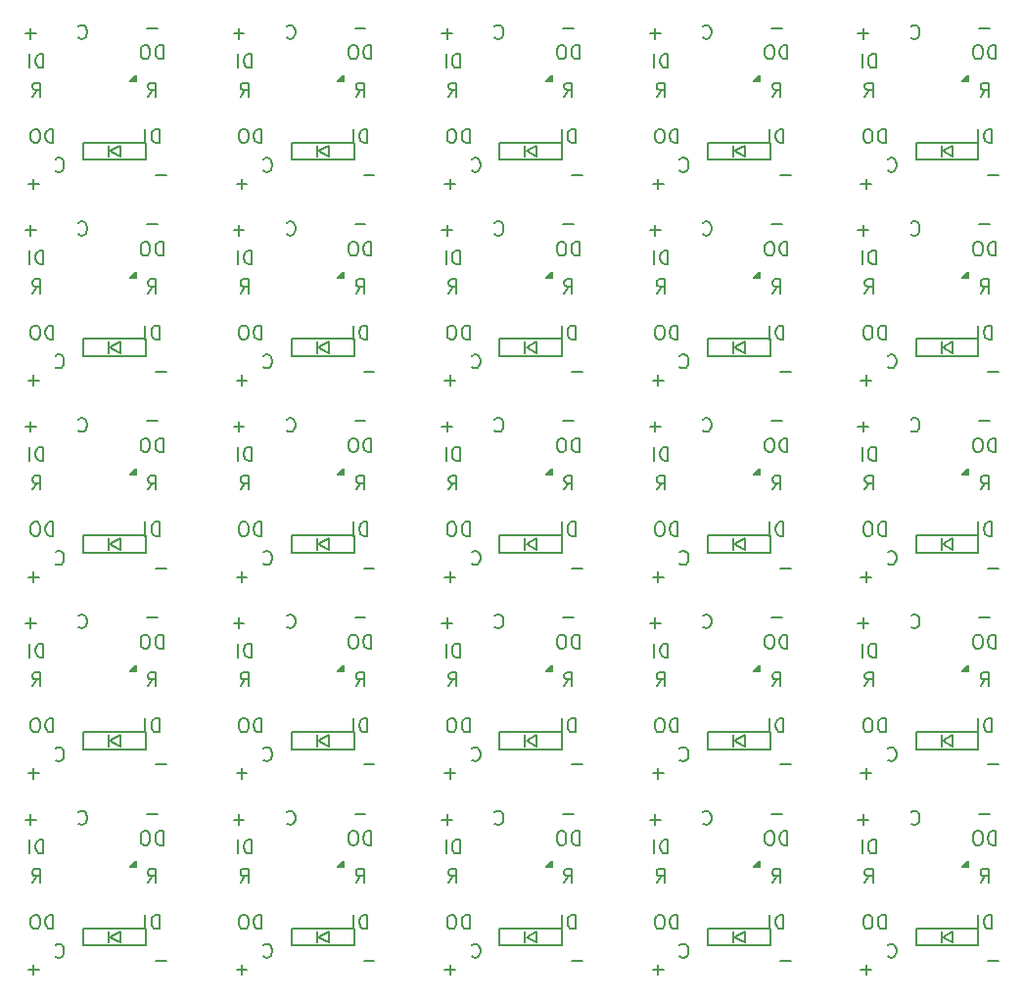
<source format=gbo>
G04 #@! TF.GenerationSoftware,KiCad,Pcbnew,5.0.2-bee76a0~70~ubuntu18.04.1*
G04 #@! TF.CreationDate,2020-03-10T01:09:00+09:00*
G04 #@! TF.ProjectId,choc,63686f63-2e6b-4696-9361-645f70636258,rev?*
G04 #@! TF.SameCoordinates,Original*
G04 #@! TF.FileFunction,Legend,Bot*
G04 #@! TF.FilePolarity,Positive*
%FSLAX46Y46*%
G04 Gerber Fmt 4.6, Leading zero omitted, Abs format (unit mm)*
G04 Created by KiCad (PCBNEW 5.0.2-bee76a0~70~ubuntu18.04.1) date 2020年03月10日 01時09分00秒*
%MOMM*%
%LPD*%
G01*
G04 APERTURE LIST*
%ADD10C,0.200000*%
%ADD11C,0.150000*%
%ADD12R,1.902000X0.922000*%
%ADD13R,1.402000X1.052000*%
%ADD14C,2.302000*%
%ADD15C,4.102000*%
%ADD16C,2.002000*%
%ADD17C,1.102000*%
%ADD18C,1.902000*%
G04 APERTURE END LIST*
D10*
X145160571Y-96725571D02*
X145217714Y-96782714D01*
X145389142Y-96839857D01*
X145503428Y-96839857D01*
X145674857Y-96782714D01*
X145789142Y-96668428D01*
X145846285Y-96554142D01*
X145903428Y-96325571D01*
X145903428Y-96154142D01*
X145846285Y-95925571D01*
X145789142Y-95811285D01*
X145674857Y-95697000D01*
X145503428Y-95639857D01*
X145389142Y-95639857D01*
X145217714Y-95697000D01*
X145160571Y-95754142D01*
X127160571Y-96725571D02*
X127217714Y-96782714D01*
X127389142Y-96839857D01*
X127503428Y-96839857D01*
X127674857Y-96782714D01*
X127789142Y-96668428D01*
X127846285Y-96554142D01*
X127903428Y-96325571D01*
X127903428Y-96154142D01*
X127846285Y-95925571D01*
X127789142Y-95811285D01*
X127674857Y-95697000D01*
X127503428Y-95639857D01*
X127389142Y-95639857D01*
X127217714Y-95697000D01*
X127160571Y-95754142D01*
X109160571Y-96725571D02*
X109217714Y-96782714D01*
X109389142Y-96839857D01*
X109503428Y-96839857D01*
X109674857Y-96782714D01*
X109789142Y-96668428D01*
X109846285Y-96554142D01*
X109903428Y-96325571D01*
X109903428Y-96154142D01*
X109846285Y-95925571D01*
X109789142Y-95811285D01*
X109674857Y-95697000D01*
X109503428Y-95639857D01*
X109389142Y-95639857D01*
X109217714Y-95697000D01*
X109160571Y-95754142D01*
X91160571Y-96725571D02*
X91217714Y-96782714D01*
X91389142Y-96839857D01*
X91503428Y-96839857D01*
X91674857Y-96782714D01*
X91789142Y-96668428D01*
X91846285Y-96554142D01*
X91903428Y-96325571D01*
X91903428Y-96154142D01*
X91846285Y-95925571D01*
X91789142Y-95811285D01*
X91674857Y-95697000D01*
X91503428Y-95639857D01*
X91389142Y-95639857D01*
X91217714Y-95697000D01*
X91160571Y-95754142D01*
X73160571Y-96725571D02*
X73217714Y-96782714D01*
X73389142Y-96839857D01*
X73503428Y-96839857D01*
X73674857Y-96782714D01*
X73789142Y-96668428D01*
X73846285Y-96554142D01*
X73903428Y-96325571D01*
X73903428Y-96154142D01*
X73846285Y-95925571D01*
X73789142Y-95811285D01*
X73674857Y-95697000D01*
X73503428Y-95639857D01*
X73389142Y-95639857D01*
X73217714Y-95697000D01*
X73160571Y-95754142D01*
X145160571Y-79725571D02*
X145217714Y-79782714D01*
X145389142Y-79839857D01*
X145503428Y-79839857D01*
X145674857Y-79782714D01*
X145789142Y-79668428D01*
X145846285Y-79554142D01*
X145903428Y-79325571D01*
X145903428Y-79154142D01*
X145846285Y-78925571D01*
X145789142Y-78811285D01*
X145674857Y-78697000D01*
X145503428Y-78639857D01*
X145389142Y-78639857D01*
X145217714Y-78697000D01*
X145160571Y-78754142D01*
X127160571Y-79725571D02*
X127217714Y-79782714D01*
X127389142Y-79839857D01*
X127503428Y-79839857D01*
X127674857Y-79782714D01*
X127789142Y-79668428D01*
X127846285Y-79554142D01*
X127903428Y-79325571D01*
X127903428Y-79154142D01*
X127846285Y-78925571D01*
X127789142Y-78811285D01*
X127674857Y-78697000D01*
X127503428Y-78639857D01*
X127389142Y-78639857D01*
X127217714Y-78697000D01*
X127160571Y-78754142D01*
X109160571Y-79725571D02*
X109217714Y-79782714D01*
X109389142Y-79839857D01*
X109503428Y-79839857D01*
X109674857Y-79782714D01*
X109789142Y-79668428D01*
X109846285Y-79554142D01*
X109903428Y-79325571D01*
X109903428Y-79154142D01*
X109846285Y-78925571D01*
X109789142Y-78811285D01*
X109674857Y-78697000D01*
X109503428Y-78639857D01*
X109389142Y-78639857D01*
X109217714Y-78697000D01*
X109160571Y-78754142D01*
X91160571Y-79725571D02*
X91217714Y-79782714D01*
X91389142Y-79839857D01*
X91503428Y-79839857D01*
X91674857Y-79782714D01*
X91789142Y-79668428D01*
X91846285Y-79554142D01*
X91903428Y-79325571D01*
X91903428Y-79154142D01*
X91846285Y-78925571D01*
X91789142Y-78811285D01*
X91674857Y-78697000D01*
X91503428Y-78639857D01*
X91389142Y-78639857D01*
X91217714Y-78697000D01*
X91160571Y-78754142D01*
X73160571Y-79725571D02*
X73217714Y-79782714D01*
X73389142Y-79839857D01*
X73503428Y-79839857D01*
X73674857Y-79782714D01*
X73789142Y-79668428D01*
X73846285Y-79554142D01*
X73903428Y-79325571D01*
X73903428Y-79154142D01*
X73846285Y-78925571D01*
X73789142Y-78811285D01*
X73674857Y-78697000D01*
X73503428Y-78639857D01*
X73389142Y-78639857D01*
X73217714Y-78697000D01*
X73160571Y-78754142D01*
X145160571Y-62725571D02*
X145217714Y-62782714D01*
X145389142Y-62839857D01*
X145503428Y-62839857D01*
X145674857Y-62782714D01*
X145789142Y-62668428D01*
X145846285Y-62554142D01*
X145903428Y-62325571D01*
X145903428Y-62154142D01*
X145846285Y-61925571D01*
X145789142Y-61811285D01*
X145674857Y-61697000D01*
X145503428Y-61639857D01*
X145389142Y-61639857D01*
X145217714Y-61697000D01*
X145160571Y-61754142D01*
X127160571Y-62725571D02*
X127217714Y-62782714D01*
X127389142Y-62839857D01*
X127503428Y-62839857D01*
X127674857Y-62782714D01*
X127789142Y-62668428D01*
X127846285Y-62554142D01*
X127903428Y-62325571D01*
X127903428Y-62154142D01*
X127846285Y-61925571D01*
X127789142Y-61811285D01*
X127674857Y-61697000D01*
X127503428Y-61639857D01*
X127389142Y-61639857D01*
X127217714Y-61697000D01*
X127160571Y-61754142D01*
X109160571Y-62725571D02*
X109217714Y-62782714D01*
X109389142Y-62839857D01*
X109503428Y-62839857D01*
X109674857Y-62782714D01*
X109789142Y-62668428D01*
X109846285Y-62554142D01*
X109903428Y-62325571D01*
X109903428Y-62154142D01*
X109846285Y-61925571D01*
X109789142Y-61811285D01*
X109674857Y-61697000D01*
X109503428Y-61639857D01*
X109389142Y-61639857D01*
X109217714Y-61697000D01*
X109160571Y-61754142D01*
X91160571Y-62725571D02*
X91217714Y-62782714D01*
X91389142Y-62839857D01*
X91503428Y-62839857D01*
X91674857Y-62782714D01*
X91789142Y-62668428D01*
X91846285Y-62554142D01*
X91903428Y-62325571D01*
X91903428Y-62154142D01*
X91846285Y-61925571D01*
X91789142Y-61811285D01*
X91674857Y-61697000D01*
X91503428Y-61639857D01*
X91389142Y-61639857D01*
X91217714Y-61697000D01*
X91160571Y-61754142D01*
X73160571Y-62725571D02*
X73217714Y-62782714D01*
X73389142Y-62839857D01*
X73503428Y-62839857D01*
X73674857Y-62782714D01*
X73789142Y-62668428D01*
X73846285Y-62554142D01*
X73903428Y-62325571D01*
X73903428Y-62154142D01*
X73846285Y-61925571D01*
X73789142Y-61811285D01*
X73674857Y-61697000D01*
X73503428Y-61639857D01*
X73389142Y-61639857D01*
X73217714Y-61697000D01*
X73160571Y-61754142D01*
X145160571Y-45725571D02*
X145217714Y-45782714D01*
X145389142Y-45839857D01*
X145503428Y-45839857D01*
X145674857Y-45782714D01*
X145789142Y-45668428D01*
X145846285Y-45554142D01*
X145903428Y-45325571D01*
X145903428Y-45154142D01*
X145846285Y-44925571D01*
X145789142Y-44811285D01*
X145674857Y-44697000D01*
X145503428Y-44639857D01*
X145389142Y-44639857D01*
X145217714Y-44697000D01*
X145160571Y-44754142D01*
X127160571Y-45725571D02*
X127217714Y-45782714D01*
X127389142Y-45839857D01*
X127503428Y-45839857D01*
X127674857Y-45782714D01*
X127789142Y-45668428D01*
X127846285Y-45554142D01*
X127903428Y-45325571D01*
X127903428Y-45154142D01*
X127846285Y-44925571D01*
X127789142Y-44811285D01*
X127674857Y-44697000D01*
X127503428Y-44639857D01*
X127389142Y-44639857D01*
X127217714Y-44697000D01*
X127160571Y-44754142D01*
X109160571Y-45725571D02*
X109217714Y-45782714D01*
X109389142Y-45839857D01*
X109503428Y-45839857D01*
X109674857Y-45782714D01*
X109789142Y-45668428D01*
X109846285Y-45554142D01*
X109903428Y-45325571D01*
X109903428Y-45154142D01*
X109846285Y-44925571D01*
X109789142Y-44811285D01*
X109674857Y-44697000D01*
X109503428Y-44639857D01*
X109389142Y-44639857D01*
X109217714Y-44697000D01*
X109160571Y-44754142D01*
X91160571Y-45725571D02*
X91217714Y-45782714D01*
X91389142Y-45839857D01*
X91503428Y-45839857D01*
X91674857Y-45782714D01*
X91789142Y-45668428D01*
X91846285Y-45554142D01*
X91903428Y-45325571D01*
X91903428Y-45154142D01*
X91846285Y-44925571D01*
X91789142Y-44811285D01*
X91674857Y-44697000D01*
X91503428Y-44639857D01*
X91389142Y-44639857D01*
X91217714Y-44697000D01*
X91160571Y-44754142D01*
X73160571Y-45725571D02*
X73217714Y-45782714D01*
X73389142Y-45839857D01*
X73503428Y-45839857D01*
X73674857Y-45782714D01*
X73789142Y-45668428D01*
X73846285Y-45554142D01*
X73903428Y-45325571D01*
X73903428Y-45154142D01*
X73846285Y-44925571D01*
X73789142Y-44811285D01*
X73674857Y-44697000D01*
X73503428Y-44639857D01*
X73389142Y-44639857D01*
X73217714Y-44697000D01*
X73160571Y-44754142D01*
X145160571Y-28725571D02*
X145217714Y-28782714D01*
X145389142Y-28839857D01*
X145503428Y-28839857D01*
X145674857Y-28782714D01*
X145789142Y-28668428D01*
X145846285Y-28554142D01*
X145903428Y-28325571D01*
X145903428Y-28154142D01*
X145846285Y-27925571D01*
X145789142Y-27811285D01*
X145674857Y-27697000D01*
X145503428Y-27639857D01*
X145389142Y-27639857D01*
X145217714Y-27697000D01*
X145160571Y-27754142D01*
X127160571Y-28725571D02*
X127217714Y-28782714D01*
X127389142Y-28839857D01*
X127503428Y-28839857D01*
X127674857Y-28782714D01*
X127789142Y-28668428D01*
X127846285Y-28554142D01*
X127903428Y-28325571D01*
X127903428Y-28154142D01*
X127846285Y-27925571D01*
X127789142Y-27811285D01*
X127674857Y-27697000D01*
X127503428Y-27639857D01*
X127389142Y-27639857D01*
X127217714Y-27697000D01*
X127160571Y-27754142D01*
X109160571Y-28725571D02*
X109217714Y-28782714D01*
X109389142Y-28839857D01*
X109503428Y-28839857D01*
X109674857Y-28782714D01*
X109789142Y-28668428D01*
X109846285Y-28554142D01*
X109903428Y-28325571D01*
X109903428Y-28154142D01*
X109846285Y-27925571D01*
X109789142Y-27811285D01*
X109674857Y-27697000D01*
X109503428Y-27639857D01*
X109389142Y-27639857D01*
X109217714Y-27697000D01*
X109160571Y-27754142D01*
X91160571Y-28725571D02*
X91217714Y-28782714D01*
X91389142Y-28839857D01*
X91503428Y-28839857D01*
X91674857Y-28782714D01*
X91789142Y-28668428D01*
X91846285Y-28554142D01*
X91903428Y-28325571D01*
X91903428Y-28154142D01*
X91846285Y-27925571D01*
X91789142Y-27811285D01*
X91674857Y-27697000D01*
X91503428Y-27639857D01*
X91389142Y-27639857D01*
X91217714Y-27697000D01*
X91160571Y-27754142D01*
X152132000Y-105839857D02*
X152132000Y-104639857D01*
X151846285Y-104639857D01*
X151674857Y-104697000D01*
X151560571Y-104811285D01*
X151503428Y-104925571D01*
X151446285Y-105154142D01*
X151446285Y-105325571D01*
X151503428Y-105554142D01*
X151560571Y-105668428D01*
X151674857Y-105782714D01*
X151846285Y-105839857D01*
X152132000Y-105839857D01*
X150932000Y-105839857D02*
X150932000Y-104639857D01*
X134132000Y-105839857D02*
X134132000Y-104639857D01*
X133846285Y-104639857D01*
X133674857Y-104697000D01*
X133560571Y-104811285D01*
X133503428Y-104925571D01*
X133446285Y-105154142D01*
X133446285Y-105325571D01*
X133503428Y-105554142D01*
X133560571Y-105668428D01*
X133674857Y-105782714D01*
X133846285Y-105839857D01*
X134132000Y-105839857D01*
X132932000Y-105839857D02*
X132932000Y-104639857D01*
X116132000Y-105839857D02*
X116132000Y-104639857D01*
X115846285Y-104639857D01*
X115674857Y-104697000D01*
X115560571Y-104811285D01*
X115503428Y-104925571D01*
X115446285Y-105154142D01*
X115446285Y-105325571D01*
X115503428Y-105554142D01*
X115560571Y-105668428D01*
X115674857Y-105782714D01*
X115846285Y-105839857D01*
X116132000Y-105839857D01*
X114932000Y-105839857D02*
X114932000Y-104639857D01*
X98132000Y-105839857D02*
X98132000Y-104639857D01*
X97846285Y-104639857D01*
X97674857Y-104697000D01*
X97560571Y-104811285D01*
X97503428Y-104925571D01*
X97446285Y-105154142D01*
X97446285Y-105325571D01*
X97503428Y-105554142D01*
X97560571Y-105668428D01*
X97674857Y-105782714D01*
X97846285Y-105839857D01*
X98132000Y-105839857D01*
X96932000Y-105839857D02*
X96932000Y-104639857D01*
X80132000Y-105839857D02*
X80132000Y-104639857D01*
X79846285Y-104639857D01*
X79674857Y-104697000D01*
X79560571Y-104811285D01*
X79503428Y-104925571D01*
X79446285Y-105154142D01*
X79446285Y-105325571D01*
X79503428Y-105554142D01*
X79560571Y-105668428D01*
X79674857Y-105782714D01*
X79846285Y-105839857D01*
X80132000Y-105839857D01*
X78932000Y-105839857D02*
X78932000Y-104639857D01*
X152132000Y-88839857D02*
X152132000Y-87639857D01*
X151846285Y-87639857D01*
X151674857Y-87697000D01*
X151560571Y-87811285D01*
X151503428Y-87925571D01*
X151446285Y-88154142D01*
X151446285Y-88325571D01*
X151503428Y-88554142D01*
X151560571Y-88668428D01*
X151674857Y-88782714D01*
X151846285Y-88839857D01*
X152132000Y-88839857D01*
X150932000Y-88839857D02*
X150932000Y-87639857D01*
X134132000Y-88839857D02*
X134132000Y-87639857D01*
X133846285Y-87639857D01*
X133674857Y-87697000D01*
X133560571Y-87811285D01*
X133503428Y-87925571D01*
X133446285Y-88154142D01*
X133446285Y-88325571D01*
X133503428Y-88554142D01*
X133560571Y-88668428D01*
X133674857Y-88782714D01*
X133846285Y-88839857D01*
X134132000Y-88839857D01*
X132932000Y-88839857D02*
X132932000Y-87639857D01*
X116132000Y-88839857D02*
X116132000Y-87639857D01*
X115846285Y-87639857D01*
X115674857Y-87697000D01*
X115560571Y-87811285D01*
X115503428Y-87925571D01*
X115446285Y-88154142D01*
X115446285Y-88325571D01*
X115503428Y-88554142D01*
X115560571Y-88668428D01*
X115674857Y-88782714D01*
X115846285Y-88839857D01*
X116132000Y-88839857D01*
X114932000Y-88839857D02*
X114932000Y-87639857D01*
X98132000Y-88839857D02*
X98132000Y-87639857D01*
X97846285Y-87639857D01*
X97674857Y-87697000D01*
X97560571Y-87811285D01*
X97503428Y-87925571D01*
X97446285Y-88154142D01*
X97446285Y-88325571D01*
X97503428Y-88554142D01*
X97560571Y-88668428D01*
X97674857Y-88782714D01*
X97846285Y-88839857D01*
X98132000Y-88839857D01*
X96932000Y-88839857D02*
X96932000Y-87639857D01*
X80132000Y-88839857D02*
X80132000Y-87639857D01*
X79846285Y-87639857D01*
X79674857Y-87697000D01*
X79560571Y-87811285D01*
X79503428Y-87925571D01*
X79446285Y-88154142D01*
X79446285Y-88325571D01*
X79503428Y-88554142D01*
X79560571Y-88668428D01*
X79674857Y-88782714D01*
X79846285Y-88839857D01*
X80132000Y-88839857D01*
X78932000Y-88839857D02*
X78932000Y-87639857D01*
X152132000Y-71839857D02*
X152132000Y-70639857D01*
X151846285Y-70639857D01*
X151674857Y-70697000D01*
X151560571Y-70811285D01*
X151503428Y-70925571D01*
X151446285Y-71154142D01*
X151446285Y-71325571D01*
X151503428Y-71554142D01*
X151560571Y-71668428D01*
X151674857Y-71782714D01*
X151846285Y-71839857D01*
X152132000Y-71839857D01*
X150932000Y-71839857D02*
X150932000Y-70639857D01*
X134132000Y-71839857D02*
X134132000Y-70639857D01*
X133846285Y-70639857D01*
X133674857Y-70697000D01*
X133560571Y-70811285D01*
X133503428Y-70925571D01*
X133446285Y-71154142D01*
X133446285Y-71325571D01*
X133503428Y-71554142D01*
X133560571Y-71668428D01*
X133674857Y-71782714D01*
X133846285Y-71839857D01*
X134132000Y-71839857D01*
X132932000Y-71839857D02*
X132932000Y-70639857D01*
X116132000Y-71839857D02*
X116132000Y-70639857D01*
X115846285Y-70639857D01*
X115674857Y-70697000D01*
X115560571Y-70811285D01*
X115503428Y-70925571D01*
X115446285Y-71154142D01*
X115446285Y-71325571D01*
X115503428Y-71554142D01*
X115560571Y-71668428D01*
X115674857Y-71782714D01*
X115846285Y-71839857D01*
X116132000Y-71839857D01*
X114932000Y-71839857D02*
X114932000Y-70639857D01*
X98132000Y-71839857D02*
X98132000Y-70639857D01*
X97846285Y-70639857D01*
X97674857Y-70697000D01*
X97560571Y-70811285D01*
X97503428Y-70925571D01*
X97446285Y-71154142D01*
X97446285Y-71325571D01*
X97503428Y-71554142D01*
X97560571Y-71668428D01*
X97674857Y-71782714D01*
X97846285Y-71839857D01*
X98132000Y-71839857D01*
X96932000Y-71839857D02*
X96932000Y-70639857D01*
X80132000Y-71839857D02*
X80132000Y-70639857D01*
X79846285Y-70639857D01*
X79674857Y-70697000D01*
X79560571Y-70811285D01*
X79503428Y-70925571D01*
X79446285Y-71154142D01*
X79446285Y-71325571D01*
X79503428Y-71554142D01*
X79560571Y-71668428D01*
X79674857Y-71782714D01*
X79846285Y-71839857D01*
X80132000Y-71839857D01*
X78932000Y-71839857D02*
X78932000Y-70639857D01*
X152132000Y-54839857D02*
X152132000Y-53639857D01*
X151846285Y-53639857D01*
X151674857Y-53697000D01*
X151560571Y-53811285D01*
X151503428Y-53925571D01*
X151446285Y-54154142D01*
X151446285Y-54325571D01*
X151503428Y-54554142D01*
X151560571Y-54668428D01*
X151674857Y-54782714D01*
X151846285Y-54839857D01*
X152132000Y-54839857D01*
X150932000Y-54839857D02*
X150932000Y-53639857D01*
X134132000Y-54839857D02*
X134132000Y-53639857D01*
X133846285Y-53639857D01*
X133674857Y-53697000D01*
X133560571Y-53811285D01*
X133503428Y-53925571D01*
X133446285Y-54154142D01*
X133446285Y-54325571D01*
X133503428Y-54554142D01*
X133560571Y-54668428D01*
X133674857Y-54782714D01*
X133846285Y-54839857D01*
X134132000Y-54839857D01*
X132932000Y-54839857D02*
X132932000Y-53639857D01*
X116132000Y-54839857D02*
X116132000Y-53639857D01*
X115846285Y-53639857D01*
X115674857Y-53697000D01*
X115560571Y-53811285D01*
X115503428Y-53925571D01*
X115446285Y-54154142D01*
X115446285Y-54325571D01*
X115503428Y-54554142D01*
X115560571Y-54668428D01*
X115674857Y-54782714D01*
X115846285Y-54839857D01*
X116132000Y-54839857D01*
X114932000Y-54839857D02*
X114932000Y-53639857D01*
X98132000Y-54839857D02*
X98132000Y-53639857D01*
X97846285Y-53639857D01*
X97674857Y-53697000D01*
X97560571Y-53811285D01*
X97503428Y-53925571D01*
X97446285Y-54154142D01*
X97446285Y-54325571D01*
X97503428Y-54554142D01*
X97560571Y-54668428D01*
X97674857Y-54782714D01*
X97846285Y-54839857D01*
X98132000Y-54839857D01*
X96932000Y-54839857D02*
X96932000Y-53639857D01*
X80132000Y-54839857D02*
X80132000Y-53639857D01*
X79846285Y-53639857D01*
X79674857Y-53697000D01*
X79560571Y-53811285D01*
X79503428Y-53925571D01*
X79446285Y-54154142D01*
X79446285Y-54325571D01*
X79503428Y-54554142D01*
X79560571Y-54668428D01*
X79674857Y-54782714D01*
X79846285Y-54839857D01*
X80132000Y-54839857D01*
X78932000Y-54839857D02*
X78932000Y-53639857D01*
X152132000Y-37839857D02*
X152132000Y-36639857D01*
X151846285Y-36639857D01*
X151674857Y-36697000D01*
X151560571Y-36811285D01*
X151503428Y-36925571D01*
X151446285Y-37154142D01*
X151446285Y-37325571D01*
X151503428Y-37554142D01*
X151560571Y-37668428D01*
X151674857Y-37782714D01*
X151846285Y-37839857D01*
X152132000Y-37839857D01*
X150932000Y-37839857D02*
X150932000Y-36639857D01*
X134132000Y-37839857D02*
X134132000Y-36639857D01*
X133846285Y-36639857D01*
X133674857Y-36697000D01*
X133560571Y-36811285D01*
X133503428Y-36925571D01*
X133446285Y-37154142D01*
X133446285Y-37325571D01*
X133503428Y-37554142D01*
X133560571Y-37668428D01*
X133674857Y-37782714D01*
X133846285Y-37839857D01*
X134132000Y-37839857D01*
X132932000Y-37839857D02*
X132932000Y-36639857D01*
X116132000Y-37839857D02*
X116132000Y-36639857D01*
X115846285Y-36639857D01*
X115674857Y-36697000D01*
X115560571Y-36811285D01*
X115503428Y-36925571D01*
X115446285Y-37154142D01*
X115446285Y-37325571D01*
X115503428Y-37554142D01*
X115560571Y-37668428D01*
X115674857Y-37782714D01*
X115846285Y-37839857D01*
X116132000Y-37839857D01*
X114932000Y-37839857D02*
X114932000Y-36639857D01*
X98132000Y-37839857D02*
X98132000Y-36639857D01*
X97846285Y-36639857D01*
X97674857Y-36697000D01*
X97560571Y-36811285D01*
X97503428Y-36925571D01*
X97446285Y-37154142D01*
X97446285Y-37325571D01*
X97503428Y-37554142D01*
X97560571Y-37668428D01*
X97674857Y-37782714D01*
X97846285Y-37839857D01*
X98132000Y-37839857D01*
X96932000Y-37839857D02*
X96932000Y-36639857D01*
X142132000Y-99339857D02*
X142132000Y-98139857D01*
X141846285Y-98139857D01*
X141674857Y-98197000D01*
X141560571Y-98311285D01*
X141503428Y-98425571D01*
X141446285Y-98654142D01*
X141446285Y-98825571D01*
X141503428Y-99054142D01*
X141560571Y-99168428D01*
X141674857Y-99282714D01*
X141846285Y-99339857D01*
X142132000Y-99339857D01*
X140932000Y-99339857D02*
X140932000Y-98139857D01*
X124132000Y-99339857D02*
X124132000Y-98139857D01*
X123846285Y-98139857D01*
X123674857Y-98197000D01*
X123560571Y-98311285D01*
X123503428Y-98425571D01*
X123446285Y-98654142D01*
X123446285Y-98825571D01*
X123503428Y-99054142D01*
X123560571Y-99168428D01*
X123674857Y-99282714D01*
X123846285Y-99339857D01*
X124132000Y-99339857D01*
X122932000Y-99339857D02*
X122932000Y-98139857D01*
X106132000Y-99339857D02*
X106132000Y-98139857D01*
X105846285Y-98139857D01*
X105674857Y-98197000D01*
X105560571Y-98311285D01*
X105503428Y-98425571D01*
X105446285Y-98654142D01*
X105446285Y-98825571D01*
X105503428Y-99054142D01*
X105560571Y-99168428D01*
X105674857Y-99282714D01*
X105846285Y-99339857D01*
X106132000Y-99339857D01*
X104932000Y-99339857D02*
X104932000Y-98139857D01*
X88132000Y-99339857D02*
X88132000Y-98139857D01*
X87846285Y-98139857D01*
X87674857Y-98197000D01*
X87560571Y-98311285D01*
X87503428Y-98425571D01*
X87446285Y-98654142D01*
X87446285Y-98825571D01*
X87503428Y-99054142D01*
X87560571Y-99168428D01*
X87674857Y-99282714D01*
X87846285Y-99339857D01*
X88132000Y-99339857D01*
X86932000Y-99339857D02*
X86932000Y-98139857D01*
X70132000Y-99339857D02*
X70132000Y-98139857D01*
X69846285Y-98139857D01*
X69674857Y-98197000D01*
X69560571Y-98311285D01*
X69503428Y-98425571D01*
X69446285Y-98654142D01*
X69446285Y-98825571D01*
X69503428Y-99054142D01*
X69560571Y-99168428D01*
X69674857Y-99282714D01*
X69846285Y-99339857D01*
X70132000Y-99339857D01*
X68932000Y-99339857D02*
X68932000Y-98139857D01*
X142132000Y-82339857D02*
X142132000Y-81139857D01*
X141846285Y-81139857D01*
X141674857Y-81197000D01*
X141560571Y-81311285D01*
X141503428Y-81425571D01*
X141446285Y-81654142D01*
X141446285Y-81825571D01*
X141503428Y-82054142D01*
X141560571Y-82168428D01*
X141674857Y-82282714D01*
X141846285Y-82339857D01*
X142132000Y-82339857D01*
X140932000Y-82339857D02*
X140932000Y-81139857D01*
X124132000Y-82339857D02*
X124132000Y-81139857D01*
X123846285Y-81139857D01*
X123674857Y-81197000D01*
X123560571Y-81311285D01*
X123503428Y-81425571D01*
X123446285Y-81654142D01*
X123446285Y-81825571D01*
X123503428Y-82054142D01*
X123560571Y-82168428D01*
X123674857Y-82282714D01*
X123846285Y-82339857D01*
X124132000Y-82339857D01*
X122932000Y-82339857D02*
X122932000Y-81139857D01*
X106132000Y-82339857D02*
X106132000Y-81139857D01*
X105846285Y-81139857D01*
X105674857Y-81197000D01*
X105560571Y-81311285D01*
X105503428Y-81425571D01*
X105446285Y-81654142D01*
X105446285Y-81825571D01*
X105503428Y-82054142D01*
X105560571Y-82168428D01*
X105674857Y-82282714D01*
X105846285Y-82339857D01*
X106132000Y-82339857D01*
X104932000Y-82339857D02*
X104932000Y-81139857D01*
X88132000Y-82339857D02*
X88132000Y-81139857D01*
X87846285Y-81139857D01*
X87674857Y-81197000D01*
X87560571Y-81311285D01*
X87503428Y-81425571D01*
X87446285Y-81654142D01*
X87446285Y-81825571D01*
X87503428Y-82054142D01*
X87560571Y-82168428D01*
X87674857Y-82282714D01*
X87846285Y-82339857D01*
X88132000Y-82339857D01*
X86932000Y-82339857D02*
X86932000Y-81139857D01*
X70132000Y-82339857D02*
X70132000Y-81139857D01*
X69846285Y-81139857D01*
X69674857Y-81197000D01*
X69560571Y-81311285D01*
X69503428Y-81425571D01*
X69446285Y-81654142D01*
X69446285Y-81825571D01*
X69503428Y-82054142D01*
X69560571Y-82168428D01*
X69674857Y-82282714D01*
X69846285Y-82339857D01*
X70132000Y-82339857D01*
X68932000Y-82339857D02*
X68932000Y-81139857D01*
X142132000Y-65339857D02*
X142132000Y-64139857D01*
X141846285Y-64139857D01*
X141674857Y-64197000D01*
X141560571Y-64311285D01*
X141503428Y-64425571D01*
X141446285Y-64654142D01*
X141446285Y-64825571D01*
X141503428Y-65054142D01*
X141560571Y-65168428D01*
X141674857Y-65282714D01*
X141846285Y-65339857D01*
X142132000Y-65339857D01*
X140932000Y-65339857D02*
X140932000Y-64139857D01*
X124132000Y-65339857D02*
X124132000Y-64139857D01*
X123846285Y-64139857D01*
X123674857Y-64197000D01*
X123560571Y-64311285D01*
X123503428Y-64425571D01*
X123446285Y-64654142D01*
X123446285Y-64825571D01*
X123503428Y-65054142D01*
X123560571Y-65168428D01*
X123674857Y-65282714D01*
X123846285Y-65339857D01*
X124132000Y-65339857D01*
X122932000Y-65339857D02*
X122932000Y-64139857D01*
X106132000Y-65339857D02*
X106132000Y-64139857D01*
X105846285Y-64139857D01*
X105674857Y-64197000D01*
X105560571Y-64311285D01*
X105503428Y-64425571D01*
X105446285Y-64654142D01*
X105446285Y-64825571D01*
X105503428Y-65054142D01*
X105560571Y-65168428D01*
X105674857Y-65282714D01*
X105846285Y-65339857D01*
X106132000Y-65339857D01*
X104932000Y-65339857D02*
X104932000Y-64139857D01*
X88132000Y-65339857D02*
X88132000Y-64139857D01*
X87846285Y-64139857D01*
X87674857Y-64197000D01*
X87560571Y-64311285D01*
X87503428Y-64425571D01*
X87446285Y-64654142D01*
X87446285Y-64825571D01*
X87503428Y-65054142D01*
X87560571Y-65168428D01*
X87674857Y-65282714D01*
X87846285Y-65339857D01*
X88132000Y-65339857D01*
X86932000Y-65339857D02*
X86932000Y-64139857D01*
X70132000Y-65339857D02*
X70132000Y-64139857D01*
X69846285Y-64139857D01*
X69674857Y-64197000D01*
X69560571Y-64311285D01*
X69503428Y-64425571D01*
X69446285Y-64654142D01*
X69446285Y-64825571D01*
X69503428Y-65054142D01*
X69560571Y-65168428D01*
X69674857Y-65282714D01*
X69846285Y-65339857D01*
X70132000Y-65339857D01*
X68932000Y-65339857D02*
X68932000Y-64139857D01*
X142132000Y-48339857D02*
X142132000Y-47139857D01*
X141846285Y-47139857D01*
X141674857Y-47197000D01*
X141560571Y-47311285D01*
X141503428Y-47425571D01*
X141446285Y-47654142D01*
X141446285Y-47825571D01*
X141503428Y-48054142D01*
X141560571Y-48168428D01*
X141674857Y-48282714D01*
X141846285Y-48339857D01*
X142132000Y-48339857D01*
X140932000Y-48339857D02*
X140932000Y-47139857D01*
X124132000Y-48339857D02*
X124132000Y-47139857D01*
X123846285Y-47139857D01*
X123674857Y-47197000D01*
X123560571Y-47311285D01*
X123503428Y-47425571D01*
X123446285Y-47654142D01*
X123446285Y-47825571D01*
X123503428Y-48054142D01*
X123560571Y-48168428D01*
X123674857Y-48282714D01*
X123846285Y-48339857D01*
X124132000Y-48339857D01*
X122932000Y-48339857D02*
X122932000Y-47139857D01*
X106132000Y-48339857D02*
X106132000Y-47139857D01*
X105846285Y-47139857D01*
X105674857Y-47197000D01*
X105560571Y-47311285D01*
X105503428Y-47425571D01*
X105446285Y-47654142D01*
X105446285Y-47825571D01*
X105503428Y-48054142D01*
X105560571Y-48168428D01*
X105674857Y-48282714D01*
X105846285Y-48339857D01*
X106132000Y-48339857D01*
X104932000Y-48339857D02*
X104932000Y-47139857D01*
X88132000Y-48339857D02*
X88132000Y-47139857D01*
X87846285Y-47139857D01*
X87674857Y-47197000D01*
X87560571Y-47311285D01*
X87503428Y-47425571D01*
X87446285Y-47654142D01*
X87446285Y-47825571D01*
X87503428Y-48054142D01*
X87560571Y-48168428D01*
X87674857Y-48282714D01*
X87846285Y-48339857D01*
X88132000Y-48339857D01*
X86932000Y-48339857D02*
X86932000Y-47139857D01*
X70132000Y-48339857D02*
X70132000Y-47139857D01*
X69846285Y-47139857D01*
X69674857Y-47197000D01*
X69560571Y-47311285D01*
X69503428Y-47425571D01*
X69446285Y-47654142D01*
X69446285Y-47825571D01*
X69503428Y-48054142D01*
X69560571Y-48168428D01*
X69674857Y-48282714D01*
X69846285Y-48339857D01*
X70132000Y-48339857D01*
X68932000Y-48339857D02*
X68932000Y-47139857D01*
X142132000Y-31339857D02*
X142132000Y-30139857D01*
X141846285Y-30139857D01*
X141674857Y-30197000D01*
X141560571Y-30311285D01*
X141503428Y-30425571D01*
X141446285Y-30654142D01*
X141446285Y-30825571D01*
X141503428Y-31054142D01*
X141560571Y-31168428D01*
X141674857Y-31282714D01*
X141846285Y-31339857D01*
X142132000Y-31339857D01*
X140932000Y-31339857D02*
X140932000Y-30139857D01*
X124132000Y-31339857D02*
X124132000Y-30139857D01*
X123846285Y-30139857D01*
X123674857Y-30197000D01*
X123560571Y-30311285D01*
X123503428Y-30425571D01*
X123446285Y-30654142D01*
X123446285Y-30825571D01*
X123503428Y-31054142D01*
X123560571Y-31168428D01*
X123674857Y-31282714D01*
X123846285Y-31339857D01*
X124132000Y-31339857D01*
X122932000Y-31339857D02*
X122932000Y-30139857D01*
X106132000Y-31339857D02*
X106132000Y-30139857D01*
X105846285Y-30139857D01*
X105674857Y-30197000D01*
X105560571Y-30311285D01*
X105503428Y-30425571D01*
X105446285Y-30654142D01*
X105446285Y-30825571D01*
X105503428Y-31054142D01*
X105560571Y-31168428D01*
X105674857Y-31282714D01*
X105846285Y-31339857D01*
X106132000Y-31339857D01*
X104932000Y-31339857D02*
X104932000Y-30139857D01*
X88132000Y-31339857D02*
X88132000Y-30139857D01*
X87846285Y-30139857D01*
X87674857Y-30197000D01*
X87560571Y-30311285D01*
X87503428Y-30425571D01*
X87446285Y-30654142D01*
X87446285Y-30825571D01*
X87503428Y-31054142D01*
X87560571Y-31168428D01*
X87674857Y-31282714D01*
X87846285Y-31339857D01*
X88132000Y-31339857D01*
X86932000Y-31339857D02*
X86932000Y-30139857D01*
X151975142Y-95890714D02*
X151060857Y-95890714D01*
X133975142Y-95890714D02*
X133060857Y-95890714D01*
X115975142Y-95890714D02*
X115060857Y-95890714D01*
X97975142Y-95890714D02*
X97060857Y-95890714D01*
X79975142Y-95890714D02*
X79060857Y-95890714D01*
X151975142Y-78890714D02*
X151060857Y-78890714D01*
X133975142Y-78890714D02*
X133060857Y-78890714D01*
X115975142Y-78890714D02*
X115060857Y-78890714D01*
X97975142Y-78890714D02*
X97060857Y-78890714D01*
X79975142Y-78890714D02*
X79060857Y-78890714D01*
X151975142Y-61890714D02*
X151060857Y-61890714D01*
X133975142Y-61890714D02*
X133060857Y-61890714D01*
X115975142Y-61890714D02*
X115060857Y-61890714D01*
X97975142Y-61890714D02*
X97060857Y-61890714D01*
X79975142Y-61890714D02*
X79060857Y-61890714D01*
X151975142Y-44890714D02*
X151060857Y-44890714D01*
X133975142Y-44890714D02*
X133060857Y-44890714D01*
X115975142Y-44890714D02*
X115060857Y-44890714D01*
X97975142Y-44890714D02*
X97060857Y-44890714D01*
X79975142Y-44890714D02*
X79060857Y-44890714D01*
X151975142Y-27890714D02*
X151060857Y-27890714D01*
X133975142Y-27890714D02*
X133060857Y-27890714D01*
X115975142Y-27890714D02*
X115060857Y-27890714D01*
X97975142Y-27890714D02*
X97060857Y-27890714D01*
X152474857Y-98589857D02*
X152474857Y-97389857D01*
X152189142Y-97389857D01*
X152017714Y-97447000D01*
X151903428Y-97561285D01*
X151846285Y-97675571D01*
X151789142Y-97904142D01*
X151789142Y-98075571D01*
X151846285Y-98304142D01*
X151903428Y-98418428D01*
X152017714Y-98532714D01*
X152189142Y-98589857D01*
X152474857Y-98589857D01*
X151046285Y-97389857D02*
X150817714Y-97389857D01*
X150703428Y-97447000D01*
X150589142Y-97561285D01*
X150532000Y-97789857D01*
X150532000Y-98189857D01*
X150589142Y-98418428D01*
X150703428Y-98532714D01*
X150817714Y-98589857D01*
X151046285Y-98589857D01*
X151160571Y-98532714D01*
X151274857Y-98418428D01*
X151332000Y-98189857D01*
X151332000Y-97789857D01*
X151274857Y-97561285D01*
X151160571Y-97447000D01*
X151046285Y-97389857D01*
X134474857Y-98589857D02*
X134474857Y-97389857D01*
X134189142Y-97389857D01*
X134017714Y-97447000D01*
X133903428Y-97561285D01*
X133846285Y-97675571D01*
X133789142Y-97904142D01*
X133789142Y-98075571D01*
X133846285Y-98304142D01*
X133903428Y-98418428D01*
X134017714Y-98532714D01*
X134189142Y-98589857D01*
X134474857Y-98589857D01*
X133046285Y-97389857D02*
X132817714Y-97389857D01*
X132703428Y-97447000D01*
X132589142Y-97561285D01*
X132532000Y-97789857D01*
X132532000Y-98189857D01*
X132589142Y-98418428D01*
X132703428Y-98532714D01*
X132817714Y-98589857D01*
X133046285Y-98589857D01*
X133160571Y-98532714D01*
X133274857Y-98418428D01*
X133332000Y-98189857D01*
X133332000Y-97789857D01*
X133274857Y-97561285D01*
X133160571Y-97447000D01*
X133046285Y-97389857D01*
X116474857Y-98589857D02*
X116474857Y-97389857D01*
X116189142Y-97389857D01*
X116017714Y-97447000D01*
X115903428Y-97561285D01*
X115846285Y-97675571D01*
X115789142Y-97904142D01*
X115789142Y-98075571D01*
X115846285Y-98304142D01*
X115903428Y-98418428D01*
X116017714Y-98532714D01*
X116189142Y-98589857D01*
X116474857Y-98589857D01*
X115046285Y-97389857D02*
X114817714Y-97389857D01*
X114703428Y-97447000D01*
X114589142Y-97561285D01*
X114532000Y-97789857D01*
X114532000Y-98189857D01*
X114589142Y-98418428D01*
X114703428Y-98532714D01*
X114817714Y-98589857D01*
X115046285Y-98589857D01*
X115160571Y-98532714D01*
X115274857Y-98418428D01*
X115332000Y-98189857D01*
X115332000Y-97789857D01*
X115274857Y-97561285D01*
X115160571Y-97447000D01*
X115046285Y-97389857D01*
X98474857Y-98589857D02*
X98474857Y-97389857D01*
X98189142Y-97389857D01*
X98017714Y-97447000D01*
X97903428Y-97561285D01*
X97846285Y-97675571D01*
X97789142Y-97904142D01*
X97789142Y-98075571D01*
X97846285Y-98304142D01*
X97903428Y-98418428D01*
X98017714Y-98532714D01*
X98189142Y-98589857D01*
X98474857Y-98589857D01*
X97046285Y-97389857D02*
X96817714Y-97389857D01*
X96703428Y-97447000D01*
X96589142Y-97561285D01*
X96532000Y-97789857D01*
X96532000Y-98189857D01*
X96589142Y-98418428D01*
X96703428Y-98532714D01*
X96817714Y-98589857D01*
X97046285Y-98589857D01*
X97160571Y-98532714D01*
X97274857Y-98418428D01*
X97332000Y-98189857D01*
X97332000Y-97789857D01*
X97274857Y-97561285D01*
X97160571Y-97447000D01*
X97046285Y-97389857D01*
X80474857Y-98589857D02*
X80474857Y-97389857D01*
X80189142Y-97389857D01*
X80017714Y-97447000D01*
X79903428Y-97561285D01*
X79846285Y-97675571D01*
X79789142Y-97904142D01*
X79789142Y-98075571D01*
X79846285Y-98304142D01*
X79903428Y-98418428D01*
X80017714Y-98532714D01*
X80189142Y-98589857D01*
X80474857Y-98589857D01*
X79046285Y-97389857D02*
X78817714Y-97389857D01*
X78703428Y-97447000D01*
X78589142Y-97561285D01*
X78532000Y-97789857D01*
X78532000Y-98189857D01*
X78589142Y-98418428D01*
X78703428Y-98532714D01*
X78817714Y-98589857D01*
X79046285Y-98589857D01*
X79160571Y-98532714D01*
X79274857Y-98418428D01*
X79332000Y-98189857D01*
X79332000Y-97789857D01*
X79274857Y-97561285D01*
X79160571Y-97447000D01*
X79046285Y-97389857D01*
X152474857Y-81589857D02*
X152474857Y-80389857D01*
X152189142Y-80389857D01*
X152017714Y-80447000D01*
X151903428Y-80561285D01*
X151846285Y-80675571D01*
X151789142Y-80904142D01*
X151789142Y-81075571D01*
X151846285Y-81304142D01*
X151903428Y-81418428D01*
X152017714Y-81532714D01*
X152189142Y-81589857D01*
X152474857Y-81589857D01*
X151046285Y-80389857D02*
X150817714Y-80389857D01*
X150703428Y-80447000D01*
X150589142Y-80561285D01*
X150532000Y-80789857D01*
X150532000Y-81189857D01*
X150589142Y-81418428D01*
X150703428Y-81532714D01*
X150817714Y-81589857D01*
X151046285Y-81589857D01*
X151160571Y-81532714D01*
X151274857Y-81418428D01*
X151332000Y-81189857D01*
X151332000Y-80789857D01*
X151274857Y-80561285D01*
X151160571Y-80447000D01*
X151046285Y-80389857D01*
X134474857Y-81589857D02*
X134474857Y-80389857D01*
X134189142Y-80389857D01*
X134017714Y-80447000D01*
X133903428Y-80561285D01*
X133846285Y-80675571D01*
X133789142Y-80904142D01*
X133789142Y-81075571D01*
X133846285Y-81304142D01*
X133903428Y-81418428D01*
X134017714Y-81532714D01*
X134189142Y-81589857D01*
X134474857Y-81589857D01*
X133046285Y-80389857D02*
X132817714Y-80389857D01*
X132703428Y-80447000D01*
X132589142Y-80561285D01*
X132532000Y-80789857D01*
X132532000Y-81189857D01*
X132589142Y-81418428D01*
X132703428Y-81532714D01*
X132817714Y-81589857D01*
X133046285Y-81589857D01*
X133160571Y-81532714D01*
X133274857Y-81418428D01*
X133332000Y-81189857D01*
X133332000Y-80789857D01*
X133274857Y-80561285D01*
X133160571Y-80447000D01*
X133046285Y-80389857D01*
X116474857Y-81589857D02*
X116474857Y-80389857D01*
X116189142Y-80389857D01*
X116017714Y-80447000D01*
X115903428Y-80561285D01*
X115846285Y-80675571D01*
X115789142Y-80904142D01*
X115789142Y-81075571D01*
X115846285Y-81304142D01*
X115903428Y-81418428D01*
X116017714Y-81532714D01*
X116189142Y-81589857D01*
X116474857Y-81589857D01*
X115046285Y-80389857D02*
X114817714Y-80389857D01*
X114703428Y-80447000D01*
X114589142Y-80561285D01*
X114532000Y-80789857D01*
X114532000Y-81189857D01*
X114589142Y-81418428D01*
X114703428Y-81532714D01*
X114817714Y-81589857D01*
X115046285Y-81589857D01*
X115160571Y-81532714D01*
X115274857Y-81418428D01*
X115332000Y-81189857D01*
X115332000Y-80789857D01*
X115274857Y-80561285D01*
X115160571Y-80447000D01*
X115046285Y-80389857D01*
X98474857Y-81589857D02*
X98474857Y-80389857D01*
X98189142Y-80389857D01*
X98017714Y-80447000D01*
X97903428Y-80561285D01*
X97846285Y-80675571D01*
X97789142Y-80904142D01*
X97789142Y-81075571D01*
X97846285Y-81304142D01*
X97903428Y-81418428D01*
X98017714Y-81532714D01*
X98189142Y-81589857D01*
X98474857Y-81589857D01*
X97046285Y-80389857D02*
X96817714Y-80389857D01*
X96703428Y-80447000D01*
X96589142Y-80561285D01*
X96532000Y-80789857D01*
X96532000Y-81189857D01*
X96589142Y-81418428D01*
X96703428Y-81532714D01*
X96817714Y-81589857D01*
X97046285Y-81589857D01*
X97160571Y-81532714D01*
X97274857Y-81418428D01*
X97332000Y-81189857D01*
X97332000Y-80789857D01*
X97274857Y-80561285D01*
X97160571Y-80447000D01*
X97046285Y-80389857D01*
X80474857Y-81589857D02*
X80474857Y-80389857D01*
X80189142Y-80389857D01*
X80017714Y-80447000D01*
X79903428Y-80561285D01*
X79846285Y-80675571D01*
X79789142Y-80904142D01*
X79789142Y-81075571D01*
X79846285Y-81304142D01*
X79903428Y-81418428D01*
X80017714Y-81532714D01*
X80189142Y-81589857D01*
X80474857Y-81589857D01*
X79046285Y-80389857D02*
X78817714Y-80389857D01*
X78703428Y-80447000D01*
X78589142Y-80561285D01*
X78532000Y-80789857D01*
X78532000Y-81189857D01*
X78589142Y-81418428D01*
X78703428Y-81532714D01*
X78817714Y-81589857D01*
X79046285Y-81589857D01*
X79160571Y-81532714D01*
X79274857Y-81418428D01*
X79332000Y-81189857D01*
X79332000Y-80789857D01*
X79274857Y-80561285D01*
X79160571Y-80447000D01*
X79046285Y-80389857D01*
X152474857Y-64589857D02*
X152474857Y-63389857D01*
X152189142Y-63389857D01*
X152017714Y-63447000D01*
X151903428Y-63561285D01*
X151846285Y-63675571D01*
X151789142Y-63904142D01*
X151789142Y-64075571D01*
X151846285Y-64304142D01*
X151903428Y-64418428D01*
X152017714Y-64532714D01*
X152189142Y-64589857D01*
X152474857Y-64589857D01*
X151046285Y-63389857D02*
X150817714Y-63389857D01*
X150703428Y-63447000D01*
X150589142Y-63561285D01*
X150532000Y-63789857D01*
X150532000Y-64189857D01*
X150589142Y-64418428D01*
X150703428Y-64532714D01*
X150817714Y-64589857D01*
X151046285Y-64589857D01*
X151160571Y-64532714D01*
X151274857Y-64418428D01*
X151332000Y-64189857D01*
X151332000Y-63789857D01*
X151274857Y-63561285D01*
X151160571Y-63447000D01*
X151046285Y-63389857D01*
X134474857Y-64589857D02*
X134474857Y-63389857D01*
X134189142Y-63389857D01*
X134017714Y-63447000D01*
X133903428Y-63561285D01*
X133846285Y-63675571D01*
X133789142Y-63904142D01*
X133789142Y-64075571D01*
X133846285Y-64304142D01*
X133903428Y-64418428D01*
X134017714Y-64532714D01*
X134189142Y-64589857D01*
X134474857Y-64589857D01*
X133046285Y-63389857D02*
X132817714Y-63389857D01*
X132703428Y-63447000D01*
X132589142Y-63561285D01*
X132532000Y-63789857D01*
X132532000Y-64189857D01*
X132589142Y-64418428D01*
X132703428Y-64532714D01*
X132817714Y-64589857D01*
X133046285Y-64589857D01*
X133160571Y-64532714D01*
X133274857Y-64418428D01*
X133332000Y-64189857D01*
X133332000Y-63789857D01*
X133274857Y-63561285D01*
X133160571Y-63447000D01*
X133046285Y-63389857D01*
X116474857Y-64589857D02*
X116474857Y-63389857D01*
X116189142Y-63389857D01*
X116017714Y-63447000D01*
X115903428Y-63561285D01*
X115846285Y-63675571D01*
X115789142Y-63904142D01*
X115789142Y-64075571D01*
X115846285Y-64304142D01*
X115903428Y-64418428D01*
X116017714Y-64532714D01*
X116189142Y-64589857D01*
X116474857Y-64589857D01*
X115046285Y-63389857D02*
X114817714Y-63389857D01*
X114703428Y-63447000D01*
X114589142Y-63561285D01*
X114532000Y-63789857D01*
X114532000Y-64189857D01*
X114589142Y-64418428D01*
X114703428Y-64532714D01*
X114817714Y-64589857D01*
X115046285Y-64589857D01*
X115160571Y-64532714D01*
X115274857Y-64418428D01*
X115332000Y-64189857D01*
X115332000Y-63789857D01*
X115274857Y-63561285D01*
X115160571Y-63447000D01*
X115046285Y-63389857D01*
X98474857Y-64589857D02*
X98474857Y-63389857D01*
X98189142Y-63389857D01*
X98017714Y-63447000D01*
X97903428Y-63561285D01*
X97846285Y-63675571D01*
X97789142Y-63904142D01*
X97789142Y-64075571D01*
X97846285Y-64304142D01*
X97903428Y-64418428D01*
X98017714Y-64532714D01*
X98189142Y-64589857D01*
X98474857Y-64589857D01*
X97046285Y-63389857D02*
X96817714Y-63389857D01*
X96703428Y-63447000D01*
X96589142Y-63561285D01*
X96532000Y-63789857D01*
X96532000Y-64189857D01*
X96589142Y-64418428D01*
X96703428Y-64532714D01*
X96817714Y-64589857D01*
X97046285Y-64589857D01*
X97160571Y-64532714D01*
X97274857Y-64418428D01*
X97332000Y-64189857D01*
X97332000Y-63789857D01*
X97274857Y-63561285D01*
X97160571Y-63447000D01*
X97046285Y-63389857D01*
X80474857Y-64589857D02*
X80474857Y-63389857D01*
X80189142Y-63389857D01*
X80017714Y-63447000D01*
X79903428Y-63561285D01*
X79846285Y-63675571D01*
X79789142Y-63904142D01*
X79789142Y-64075571D01*
X79846285Y-64304142D01*
X79903428Y-64418428D01*
X80017714Y-64532714D01*
X80189142Y-64589857D01*
X80474857Y-64589857D01*
X79046285Y-63389857D02*
X78817714Y-63389857D01*
X78703428Y-63447000D01*
X78589142Y-63561285D01*
X78532000Y-63789857D01*
X78532000Y-64189857D01*
X78589142Y-64418428D01*
X78703428Y-64532714D01*
X78817714Y-64589857D01*
X79046285Y-64589857D01*
X79160571Y-64532714D01*
X79274857Y-64418428D01*
X79332000Y-64189857D01*
X79332000Y-63789857D01*
X79274857Y-63561285D01*
X79160571Y-63447000D01*
X79046285Y-63389857D01*
X152474857Y-47589857D02*
X152474857Y-46389857D01*
X152189142Y-46389857D01*
X152017714Y-46447000D01*
X151903428Y-46561285D01*
X151846285Y-46675571D01*
X151789142Y-46904142D01*
X151789142Y-47075571D01*
X151846285Y-47304142D01*
X151903428Y-47418428D01*
X152017714Y-47532714D01*
X152189142Y-47589857D01*
X152474857Y-47589857D01*
X151046285Y-46389857D02*
X150817714Y-46389857D01*
X150703428Y-46447000D01*
X150589142Y-46561285D01*
X150532000Y-46789857D01*
X150532000Y-47189857D01*
X150589142Y-47418428D01*
X150703428Y-47532714D01*
X150817714Y-47589857D01*
X151046285Y-47589857D01*
X151160571Y-47532714D01*
X151274857Y-47418428D01*
X151332000Y-47189857D01*
X151332000Y-46789857D01*
X151274857Y-46561285D01*
X151160571Y-46447000D01*
X151046285Y-46389857D01*
X134474857Y-47589857D02*
X134474857Y-46389857D01*
X134189142Y-46389857D01*
X134017714Y-46447000D01*
X133903428Y-46561285D01*
X133846285Y-46675571D01*
X133789142Y-46904142D01*
X133789142Y-47075571D01*
X133846285Y-47304142D01*
X133903428Y-47418428D01*
X134017714Y-47532714D01*
X134189142Y-47589857D01*
X134474857Y-47589857D01*
X133046285Y-46389857D02*
X132817714Y-46389857D01*
X132703428Y-46447000D01*
X132589142Y-46561285D01*
X132532000Y-46789857D01*
X132532000Y-47189857D01*
X132589142Y-47418428D01*
X132703428Y-47532714D01*
X132817714Y-47589857D01*
X133046285Y-47589857D01*
X133160571Y-47532714D01*
X133274857Y-47418428D01*
X133332000Y-47189857D01*
X133332000Y-46789857D01*
X133274857Y-46561285D01*
X133160571Y-46447000D01*
X133046285Y-46389857D01*
X116474857Y-47589857D02*
X116474857Y-46389857D01*
X116189142Y-46389857D01*
X116017714Y-46447000D01*
X115903428Y-46561285D01*
X115846285Y-46675571D01*
X115789142Y-46904142D01*
X115789142Y-47075571D01*
X115846285Y-47304142D01*
X115903428Y-47418428D01*
X116017714Y-47532714D01*
X116189142Y-47589857D01*
X116474857Y-47589857D01*
X115046285Y-46389857D02*
X114817714Y-46389857D01*
X114703428Y-46447000D01*
X114589142Y-46561285D01*
X114532000Y-46789857D01*
X114532000Y-47189857D01*
X114589142Y-47418428D01*
X114703428Y-47532714D01*
X114817714Y-47589857D01*
X115046285Y-47589857D01*
X115160571Y-47532714D01*
X115274857Y-47418428D01*
X115332000Y-47189857D01*
X115332000Y-46789857D01*
X115274857Y-46561285D01*
X115160571Y-46447000D01*
X115046285Y-46389857D01*
X98474857Y-47589857D02*
X98474857Y-46389857D01*
X98189142Y-46389857D01*
X98017714Y-46447000D01*
X97903428Y-46561285D01*
X97846285Y-46675571D01*
X97789142Y-46904142D01*
X97789142Y-47075571D01*
X97846285Y-47304142D01*
X97903428Y-47418428D01*
X98017714Y-47532714D01*
X98189142Y-47589857D01*
X98474857Y-47589857D01*
X97046285Y-46389857D02*
X96817714Y-46389857D01*
X96703428Y-46447000D01*
X96589142Y-46561285D01*
X96532000Y-46789857D01*
X96532000Y-47189857D01*
X96589142Y-47418428D01*
X96703428Y-47532714D01*
X96817714Y-47589857D01*
X97046285Y-47589857D01*
X97160571Y-47532714D01*
X97274857Y-47418428D01*
X97332000Y-47189857D01*
X97332000Y-46789857D01*
X97274857Y-46561285D01*
X97160571Y-46447000D01*
X97046285Y-46389857D01*
X80474857Y-47589857D02*
X80474857Y-46389857D01*
X80189142Y-46389857D01*
X80017714Y-46447000D01*
X79903428Y-46561285D01*
X79846285Y-46675571D01*
X79789142Y-46904142D01*
X79789142Y-47075571D01*
X79846285Y-47304142D01*
X79903428Y-47418428D01*
X80017714Y-47532714D01*
X80189142Y-47589857D01*
X80474857Y-47589857D01*
X79046285Y-46389857D02*
X78817714Y-46389857D01*
X78703428Y-46447000D01*
X78589142Y-46561285D01*
X78532000Y-46789857D01*
X78532000Y-47189857D01*
X78589142Y-47418428D01*
X78703428Y-47532714D01*
X78817714Y-47589857D01*
X79046285Y-47589857D01*
X79160571Y-47532714D01*
X79274857Y-47418428D01*
X79332000Y-47189857D01*
X79332000Y-46789857D01*
X79274857Y-46561285D01*
X79160571Y-46447000D01*
X79046285Y-46389857D01*
X152474857Y-30589857D02*
X152474857Y-29389857D01*
X152189142Y-29389857D01*
X152017714Y-29447000D01*
X151903428Y-29561285D01*
X151846285Y-29675571D01*
X151789142Y-29904142D01*
X151789142Y-30075571D01*
X151846285Y-30304142D01*
X151903428Y-30418428D01*
X152017714Y-30532714D01*
X152189142Y-30589857D01*
X152474857Y-30589857D01*
X151046285Y-29389857D02*
X150817714Y-29389857D01*
X150703428Y-29447000D01*
X150589142Y-29561285D01*
X150532000Y-29789857D01*
X150532000Y-30189857D01*
X150589142Y-30418428D01*
X150703428Y-30532714D01*
X150817714Y-30589857D01*
X151046285Y-30589857D01*
X151160571Y-30532714D01*
X151274857Y-30418428D01*
X151332000Y-30189857D01*
X151332000Y-29789857D01*
X151274857Y-29561285D01*
X151160571Y-29447000D01*
X151046285Y-29389857D01*
X134474857Y-30589857D02*
X134474857Y-29389857D01*
X134189142Y-29389857D01*
X134017714Y-29447000D01*
X133903428Y-29561285D01*
X133846285Y-29675571D01*
X133789142Y-29904142D01*
X133789142Y-30075571D01*
X133846285Y-30304142D01*
X133903428Y-30418428D01*
X134017714Y-30532714D01*
X134189142Y-30589857D01*
X134474857Y-30589857D01*
X133046285Y-29389857D02*
X132817714Y-29389857D01*
X132703428Y-29447000D01*
X132589142Y-29561285D01*
X132532000Y-29789857D01*
X132532000Y-30189857D01*
X132589142Y-30418428D01*
X132703428Y-30532714D01*
X132817714Y-30589857D01*
X133046285Y-30589857D01*
X133160571Y-30532714D01*
X133274857Y-30418428D01*
X133332000Y-30189857D01*
X133332000Y-29789857D01*
X133274857Y-29561285D01*
X133160571Y-29447000D01*
X133046285Y-29389857D01*
X116474857Y-30589857D02*
X116474857Y-29389857D01*
X116189142Y-29389857D01*
X116017714Y-29447000D01*
X115903428Y-29561285D01*
X115846285Y-29675571D01*
X115789142Y-29904142D01*
X115789142Y-30075571D01*
X115846285Y-30304142D01*
X115903428Y-30418428D01*
X116017714Y-30532714D01*
X116189142Y-30589857D01*
X116474857Y-30589857D01*
X115046285Y-29389857D02*
X114817714Y-29389857D01*
X114703428Y-29447000D01*
X114589142Y-29561285D01*
X114532000Y-29789857D01*
X114532000Y-30189857D01*
X114589142Y-30418428D01*
X114703428Y-30532714D01*
X114817714Y-30589857D01*
X115046285Y-30589857D01*
X115160571Y-30532714D01*
X115274857Y-30418428D01*
X115332000Y-30189857D01*
X115332000Y-29789857D01*
X115274857Y-29561285D01*
X115160571Y-29447000D01*
X115046285Y-29389857D01*
X98474857Y-30589857D02*
X98474857Y-29389857D01*
X98189142Y-29389857D01*
X98017714Y-29447000D01*
X97903428Y-29561285D01*
X97846285Y-29675571D01*
X97789142Y-29904142D01*
X97789142Y-30075571D01*
X97846285Y-30304142D01*
X97903428Y-30418428D01*
X98017714Y-30532714D01*
X98189142Y-30589857D01*
X98474857Y-30589857D01*
X97046285Y-29389857D02*
X96817714Y-29389857D01*
X96703428Y-29447000D01*
X96589142Y-29561285D01*
X96532000Y-29789857D01*
X96532000Y-30189857D01*
X96589142Y-30418428D01*
X96703428Y-30532714D01*
X96817714Y-30589857D01*
X97046285Y-30589857D01*
X97160571Y-30532714D01*
X97274857Y-30418428D01*
X97332000Y-30189857D01*
X97332000Y-29789857D01*
X97274857Y-29561285D01*
X97160571Y-29447000D01*
X97046285Y-29389857D01*
X143160571Y-108225571D02*
X143217714Y-108282714D01*
X143389142Y-108339857D01*
X143503428Y-108339857D01*
X143674857Y-108282714D01*
X143789142Y-108168428D01*
X143846285Y-108054142D01*
X143903428Y-107825571D01*
X143903428Y-107654142D01*
X143846285Y-107425571D01*
X143789142Y-107311285D01*
X143674857Y-107197000D01*
X143503428Y-107139857D01*
X143389142Y-107139857D01*
X143217714Y-107197000D01*
X143160571Y-107254142D01*
X125160571Y-108225571D02*
X125217714Y-108282714D01*
X125389142Y-108339857D01*
X125503428Y-108339857D01*
X125674857Y-108282714D01*
X125789142Y-108168428D01*
X125846285Y-108054142D01*
X125903428Y-107825571D01*
X125903428Y-107654142D01*
X125846285Y-107425571D01*
X125789142Y-107311285D01*
X125674857Y-107197000D01*
X125503428Y-107139857D01*
X125389142Y-107139857D01*
X125217714Y-107197000D01*
X125160571Y-107254142D01*
X107160571Y-108225571D02*
X107217714Y-108282714D01*
X107389142Y-108339857D01*
X107503428Y-108339857D01*
X107674857Y-108282714D01*
X107789142Y-108168428D01*
X107846285Y-108054142D01*
X107903428Y-107825571D01*
X107903428Y-107654142D01*
X107846285Y-107425571D01*
X107789142Y-107311285D01*
X107674857Y-107197000D01*
X107503428Y-107139857D01*
X107389142Y-107139857D01*
X107217714Y-107197000D01*
X107160571Y-107254142D01*
X89160571Y-108225571D02*
X89217714Y-108282714D01*
X89389142Y-108339857D01*
X89503428Y-108339857D01*
X89674857Y-108282714D01*
X89789142Y-108168428D01*
X89846285Y-108054142D01*
X89903428Y-107825571D01*
X89903428Y-107654142D01*
X89846285Y-107425571D01*
X89789142Y-107311285D01*
X89674857Y-107197000D01*
X89503428Y-107139857D01*
X89389142Y-107139857D01*
X89217714Y-107197000D01*
X89160571Y-107254142D01*
X71160571Y-108225571D02*
X71217714Y-108282714D01*
X71389142Y-108339857D01*
X71503428Y-108339857D01*
X71674857Y-108282714D01*
X71789142Y-108168428D01*
X71846285Y-108054142D01*
X71903428Y-107825571D01*
X71903428Y-107654142D01*
X71846285Y-107425571D01*
X71789142Y-107311285D01*
X71674857Y-107197000D01*
X71503428Y-107139857D01*
X71389142Y-107139857D01*
X71217714Y-107197000D01*
X71160571Y-107254142D01*
X143160571Y-91225571D02*
X143217714Y-91282714D01*
X143389142Y-91339857D01*
X143503428Y-91339857D01*
X143674857Y-91282714D01*
X143789142Y-91168428D01*
X143846285Y-91054142D01*
X143903428Y-90825571D01*
X143903428Y-90654142D01*
X143846285Y-90425571D01*
X143789142Y-90311285D01*
X143674857Y-90197000D01*
X143503428Y-90139857D01*
X143389142Y-90139857D01*
X143217714Y-90197000D01*
X143160571Y-90254142D01*
X125160571Y-91225571D02*
X125217714Y-91282714D01*
X125389142Y-91339857D01*
X125503428Y-91339857D01*
X125674857Y-91282714D01*
X125789142Y-91168428D01*
X125846285Y-91054142D01*
X125903428Y-90825571D01*
X125903428Y-90654142D01*
X125846285Y-90425571D01*
X125789142Y-90311285D01*
X125674857Y-90197000D01*
X125503428Y-90139857D01*
X125389142Y-90139857D01*
X125217714Y-90197000D01*
X125160571Y-90254142D01*
X107160571Y-91225571D02*
X107217714Y-91282714D01*
X107389142Y-91339857D01*
X107503428Y-91339857D01*
X107674857Y-91282714D01*
X107789142Y-91168428D01*
X107846285Y-91054142D01*
X107903428Y-90825571D01*
X107903428Y-90654142D01*
X107846285Y-90425571D01*
X107789142Y-90311285D01*
X107674857Y-90197000D01*
X107503428Y-90139857D01*
X107389142Y-90139857D01*
X107217714Y-90197000D01*
X107160571Y-90254142D01*
X89160571Y-91225571D02*
X89217714Y-91282714D01*
X89389142Y-91339857D01*
X89503428Y-91339857D01*
X89674857Y-91282714D01*
X89789142Y-91168428D01*
X89846285Y-91054142D01*
X89903428Y-90825571D01*
X89903428Y-90654142D01*
X89846285Y-90425571D01*
X89789142Y-90311285D01*
X89674857Y-90197000D01*
X89503428Y-90139857D01*
X89389142Y-90139857D01*
X89217714Y-90197000D01*
X89160571Y-90254142D01*
X71160571Y-91225571D02*
X71217714Y-91282714D01*
X71389142Y-91339857D01*
X71503428Y-91339857D01*
X71674857Y-91282714D01*
X71789142Y-91168428D01*
X71846285Y-91054142D01*
X71903428Y-90825571D01*
X71903428Y-90654142D01*
X71846285Y-90425571D01*
X71789142Y-90311285D01*
X71674857Y-90197000D01*
X71503428Y-90139857D01*
X71389142Y-90139857D01*
X71217714Y-90197000D01*
X71160571Y-90254142D01*
X143160571Y-74225571D02*
X143217714Y-74282714D01*
X143389142Y-74339857D01*
X143503428Y-74339857D01*
X143674857Y-74282714D01*
X143789142Y-74168428D01*
X143846285Y-74054142D01*
X143903428Y-73825571D01*
X143903428Y-73654142D01*
X143846285Y-73425571D01*
X143789142Y-73311285D01*
X143674857Y-73197000D01*
X143503428Y-73139857D01*
X143389142Y-73139857D01*
X143217714Y-73197000D01*
X143160571Y-73254142D01*
X125160571Y-74225571D02*
X125217714Y-74282714D01*
X125389142Y-74339857D01*
X125503428Y-74339857D01*
X125674857Y-74282714D01*
X125789142Y-74168428D01*
X125846285Y-74054142D01*
X125903428Y-73825571D01*
X125903428Y-73654142D01*
X125846285Y-73425571D01*
X125789142Y-73311285D01*
X125674857Y-73197000D01*
X125503428Y-73139857D01*
X125389142Y-73139857D01*
X125217714Y-73197000D01*
X125160571Y-73254142D01*
X107160571Y-74225571D02*
X107217714Y-74282714D01*
X107389142Y-74339857D01*
X107503428Y-74339857D01*
X107674857Y-74282714D01*
X107789142Y-74168428D01*
X107846285Y-74054142D01*
X107903428Y-73825571D01*
X107903428Y-73654142D01*
X107846285Y-73425571D01*
X107789142Y-73311285D01*
X107674857Y-73197000D01*
X107503428Y-73139857D01*
X107389142Y-73139857D01*
X107217714Y-73197000D01*
X107160571Y-73254142D01*
X89160571Y-74225571D02*
X89217714Y-74282714D01*
X89389142Y-74339857D01*
X89503428Y-74339857D01*
X89674857Y-74282714D01*
X89789142Y-74168428D01*
X89846285Y-74054142D01*
X89903428Y-73825571D01*
X89903428Y-73654142D01*
X89846285Y-73425571D01*
X89789142Y-73311285D01*
X89674857Y-73197000D01*
X89503428Y-73139857D01*
X89389142Y-73139857D01*
X89217714Y-73197000D01*
X89160571Y-73254142D01*
X71160571Y-74225571D02*
X71217714Y-74282714D01*
X71389142Y-74339857D01*
X71503428Y-74339857D01*
X71674857Y-74282714D01*
X71789142Y-74168428D01*
X71846285Y-74054142D01*
X71903428Y-73825571D01*
X71903428Y-73654142D01*
X71846285Y-73425571D01*
X71789142Y-73311285D01*
X71674857Y-73197000D01*
X71503428Y-73139857D01*
X71389142Y-73139857D01*
X71217714Y-73197000D01*
X71160571Y-73254142D01*
X143160571Y-57225571D02*
X143217714Y-57282714D01*
X143389142Y-57339857D01*
X143503428Y-57339857D01*
X143674857Y-57282714D01*
X143789142Y-57168428D01*
X143846285Y-57054142D01*
X143903428Y-56825571D01*
X143903428Y-56654142D01*
X143846285Y-56425571D01*
X143789142Y-56311285D01*
X143674857Y-56197000D01*
X143503428Y-56139857D01*
X143389142Y-56139857D01*
X143217714Y-56197000D01*
X143160571Y-56254142D01*
X125160571Y-57225571D02*
X125217714Y-57282714D01*
X125389142Y-57339857D01*
X125503428Y-57339857D01*
X125674857Y-57282714D01*
X125789142Y-57168428D01*
X125846285Y-57054142D01*
X125903428Y-56825571D01*
X125903428Y-56654142D01*
X125846285Y-56425571D01*
X125789142Y-56311285D01*
X125674857Y-56197000D01*
X125503428Y-56139857D01*
X125389142Y-56139857D01*
X125217714Y-56197000D01*
X125160571Y-56254142D01*
X107160571Y-57225571D02*
X107217714Y-57282714D01*
X107389142Y-57339857D01*
X107503428Y-57339857D01*
X107674857Y-57282714D01*
X107789142Y-57168428D01*
X107846285Y-57054142D01*
X107903428Y-56825571D01*
X107903428Y-56654142D01*
X107846285Y-56425571D01*
X107789142Y-56311285D01*
X107674857Y-56197000D01*
X107503428Y-56139857D01*
X107389142Y-56139857D01*
X107217714Y-56197000D01*
X107160571Y-56254142D01*
X89160571Y-57225571D02*
X89217714Y-57282714D01*
X89389142Y-57339857D01*
X89503428Y-57339857D01*
X89674857Y-57282714D01*
X89789142Y-57168428D01*
X89846285Y-57054142D01*
X89903428Y-56825571D01*
X89903428Y-56654142D01*
X89846285Y-56425571D01*
X89789142Y-56311285D01*
X89674857Y-56197000D01*
X89503428Y-56139857D01*
X89389142Y-56139857D01*
X89217714Y-56197000D01*
X89160571Y-56254142D01*
X71160571Y-57225571D02*
X71217714Y-57282714D01*
X71389142Y-57339857D01*
X71503428Y-57339857D01*
X71674857Y-57282714D01*
X71789142Y-57168428D01*
X71846285Y-57054142D01*
X71903428Y-56825571D01*
X71903428Y-56654142D01*
X71846285Y-56425571D01*
X71789142Y-56311285D01*
X71674857Y-56197000D01*
X71503428Y-56139857D01*
X71389142Y-56139857D01*
X71217714Y-56197000D01*
X71160571Y-56254142D01*
X143160571Y-40225571D02*
X143217714Y-40282714D01*
X143389142Y-40339857D01*
X143503428Y-40339857D01*
X143674857Y-40282714D01*
X143789142Y-40168428D01*
X143846285Y-40054142D01*
X143903428Y-39825571D01*
X143903428Y-39654142D01*
X143846285Y-39425571D01*
X143789142Y-39311285D01*
X143674857Y-39197000D01*
X143503428Y-39139857D01*
X143389142Y-39139857D01*
X143217714Y-39197000D01*
X143160571Y-39254142D01*
X125160571Y-40225571D02*
X125217714Y-40282714D01*
X125389142Y-40339857D01*
X125503428Y-40339857D01*
X125674857Y-40282714D01*
X125789142Y-40168428D01*
X125846285Y-40054142D01*
X125903428Y-39825571D01*
X125903428Y-39654142D01*
X125846285Y-39425571D01*
X125789142Y-39311285D01*
X125674857Y-39197000D01*
X125503428Y-39139857D01*
X125389142Y-39139857D01*
X125217714Y-39197000D01*
X125160571Y-39254142D01*
X107160571Y-40225571D02*
X107217714Y-40282714D01*
X107389142Y-40339857D01*
X107503428Y-40339857D01*
X107674857Y-40282714D01*
X107789142Y-40168428D01*
X107846285Y-40054142D01*
X107903428Y-39825571D01*
X107903428Y-39654142D01*
X107846285Y-39425571D01*
X107789142Y-39311285D01*
X107674857Y-39197000D01*
X107503428Y-39139857D01*
X107389142Y-39139857D01*
X107217714Y-39197000D01*
X107160571Y-39254142D01*
X89160571Y-40225571D02*
X89217714Y-40282714D01*
X89389142Y-40339857D01*
X89503428Y-40339857D01*
X89674857Y-40282714D01*
X89789142Y-40168428D01*
X89846285Y-40054142D01*
X89903428Y-39825571D01*
X89903428Y-39654142D01*
X89846285Y-39425571D01*
X89789142Y-39311285D01*
X89674857Y-39197000D01*
X89503428Y-39139857D01*
X89389142Y-39139857D01*
X89217714Y-39197000D01*
X89160571Y-39254142D01*
X141489142Y-96382714D02*
X140574857Y-96382714D01*
X141032000Y-96839857D02*
X141032000Y-95925571D01*
X123489142Y-96382714D02*
X122574857Y-96382714D01*
X123032000Y-96839857D02*
X123032000Y-95925571D01*
X105489142Y-96382714D02*
X104574857Y-96382714D01*
X105032000Y-96839857D02*
X105032000Y-95925571D01*
X87489142Y-96382714D02*
X86574857Y-96382714D01*
X87032000Y-96839857D02*
X87032000Y-95925571D01*
X69489142Y-96382714D02*
X68574857Y-96382714D01*
X69032000Y-96839857D02*
X69032000Y-95925571D01*
X141489142Y-79382714D02*
X140574857Y-79382714D01*
X141032000Y-79839857D02*
X141032000Y-78925571D01*
X123489142Y-79382714D02*
X122574857Y-79382714D01*
X123032000Y-79839857D02*
X123032000Y-78925571D01*
X105489142Y-79382714D02*
X104574857Y-79382714D01*
X105032000Y-79839857D02*
X105032000Y-78925571D01*
X87489142Y-79382714D02*
X86574857Y-79382714D01*
X87032000Y-79839857D02*
X87032000Y-78925571D01*
X69489142Y-79382714D02*
X68574857Y-79382714D01*
X69032000Y-79839857D02*
X69032000Y-78925571D01*
X141489142Y-62382714D02*
X140574857Y-62382714D01*
X141032000Y-62839857D02*
X141032000Y-61925571D01*
X123489142Y-62382714D02*
X122574857Y-62382714D01*
X123032000Y-62839857D02*
X123032000Y-61925571D01*
X105489142Y-62382714D02*
X104574857Y-62382714D01*
X105032000Y-62839857D02*
X105032000Y-61925571D01*
X87489142Y-62382714D02*
X86574857Y-62382714D01*
X87032000Y-62839857D02*
X87032000Y-61925571D01*
X69489142Y-62382714D02*
X68574857Y-62382714D01*
X69032000Y-62839857D02*
X69032000Y-61925571D01*
X141489142Y-45382714D02*
X140574857Y-45382714D01*
X141032000Y-45839857D02*
X141032000Y-44925571D01*
X123489142Y-45382714D02*
X122574857Y-45382714D01*
X123032000Y-45839857D02*
X123032000Y-44925571D01*
X105489142Y-45382714D02*
X104574857Y-45382714D01*
X105032000Y-45839857D02*
X105032000Y-44925571D01*
X87489142Y-45382714D02*
X86574857Y-45382714D01*
X87032000Y-45839857D02*
X87032000Y-44925571D01*
X69489142Y-45382714D02*
X68574857Y-45382714D01*
X69032000Y-45839857D02*
X69032000Y-44925571D01*
X141489142Y-28382714D02*
X140574857Y-28382714D01*
X141032000Y-28839857D02*
X141032000Y-27925571D01*
X123489142Y-28382714D02*
X122574857Y-28382714D01*
X123032000Y-28839857D02*
X123032000Y-27925571D01*
X105489142Y-28382714D02*
X104574857Y-28382714D01*
X105032000Y-28839857D02*
X105032000Y-27925571D01*
X87489142Y-28382714D02*
X86574857Y-28382714D01*
X87032000Y-28839857D02*
X87032000Y-27925571D01*
X141160571Y-101839857D02*
X141560571Y-101268428D01*
X141846285Y-101839857D02*
X141846285Y-100639857D01*
X141389142Y-100639857D01*
X141274857Y-100697000D01*
X141217714Y-100754142D01*
X141160571Y-100868428D01*
X141160571Y-101039857D01*
X141217714Y-101154142D01*
X141274857Y-101211285D01*
X141389142Y-101268428D01*
X141846285Y-101268428D01*
X123160571Y-101839857D02*
X123560571Y-101268428D01*
X123846285Y-101839857D02*
X123846285Y-100639857D01*
X123389142Y-100639857D01*
X123274857Y-100697000D01*
X123217714Y-100754142D01*
X123160571Y-100868428D01*
X123160571Y-101039857D01*
X123217714Y-101154142D01*
X123274857Y-101211285D01*
X123389142Y-101268428D01*
X123846285Y-101268428D01*
X105160571Y-101839857D02*
X105560571Y-101268428D01*
X105846285Y-101839857D02*
X105846285Y-100639857D01*
X105389142Y-100639857D01*
X105274857Y-100697000D01*
X105217714Y-100754142D01*
X105160571Y-100868428D01*
X105160571Y-101039857D01*
X105217714Y-101154142D01*
X105274857Y-101211285D01*
X105389142Y-101268428D01*
X105846285Y-101268428D01*
X87160571Y-101839857D02*
X87560571Y-101268428D01*
X87846285Y-101839857D02*
X87846285Y-100639857D01*
X87389142Y-100639857D01*
X87274857Y-100697000D01*
X87217714Y-100754142D01*
X87160571Y-100868428D01*
X87160571Y-101039857D01*
X87217714Y-101154142D01*
X87274857Y-101211285D01*
X87389142Y-101268428D01*
X87846285Y-101268428D01*
X69160571Y-101839857D02*
X69560571Y-101268428D01*
X69846285Y-101839857D02*
X69846285Y-100639857D01*
X69389142Y-100639857D01*
X69274857Y-100697000D01*
X69217714Y-100754142D01*
X69160571Y-100868428D01*
X69160571Y-101039857D01*
X69217714Y-101154142D01*
X69274857Y-101211285D01*
X69389142Y-101268428D01*
X69846285Y-101268428D01*
X141160571Y-84839857D02*
X141560571Y-84268428D01*
X141846285Y-84839857D02*
X141846285Y-83639857D01*
X141389142Y-83639857D01*
X141274857Y-83697000D01*
X141217714Y-83754142D01*
X141160571Y-83868428D01*
X141160571Y-84039857D01*
X141217714Y-84154142D01*
X141274857Y-84211285D01*
X141389142Y-84268428D01*
X141846285Y-84268428D01*
X123160571Y-84839857D02*
X123560571Y-84268428D01*
X123846285Y-84839857D02*
X123846285Y-83639857D01*
X123389142Y-83639857D01*
X123274857Y-83697000D01*
X123217714Y-83754142D01*
X123160571Y-83868428D01*
X123160571Y-84039857D01*
X123217714Y-84154142D01*
X123274857Y-84211285D01*
X123389142Y-84268428D01*
X123846285Y-84268428D01*
X105160571Y-84839857D02*
X105560571Y-84268428D01*
X105846285Y-84839857D02*
X105846285Y-83639857D01*
X105389142Y-83639857D01*
X105274857Y-83697000D01*
X105217714Y-83754142D01*
X105160571Y-83868428D01*
X105160571Y-84039857D01*
X105217714Y-84154142D01*
X105274857Y-84211285D01*
X105389142Y-84268428D01*
X105846285Y-84268428D01*
X87160571Y-84839857D02*
X87560571Y-84268428D01*
X87846285Y-84839857D02*
X87846285Y-83639857D01*
X87389142Y-83639857D01*
X87274857Y-83697000D01*
X87217714Y-83754142D01*
X87160571Y-83868428D01*
X87160571Y-84039857D01*
X87217714Y-84154142D01*
X87274857Y-84211285D01*
X87389142Y-84268428D01*
X87846285Y-84268428D01*
X69160571Y-84839857D02*
X69560571Y-84268428D01*
X69846285Y-84839857D02*
X69846285Y-83639857D01*
X69389142Y-83639857D01*
X69274857Y-83697000D01*
X69217714Y-83754142D01*
X69160571Y-83868428D01*
X69160571Y-84039857D01*
X69217714Y-84154142D01*
X69274857Y-84211285D01*
X69389142Y-84268428D01*
X69846285Y-84268428D01*
X141160571Y-67839857D02*
X141560571Y-67268428D01*
X141846285Y-67839857D02*
X141846285Y-66639857D01*
X141389142Y-66639857D01*
X141274857Y-66697000D01*
X141217714Y-66754142D01*
X141160571Y-66868428D01*
X141160571Y-67039857D01*
X141217714Y-67154142D01*
X141274857Y-67211285D01*
X141389142Y-67268428D01*
X141846285Y-67268428D01*
X123160571Y-67839857D02*
X123560571Y-67268428D01*
X123846285Y-67839857D02*
X123846285Y-66639857D01*
X123389142Y-66639857D01*
X123274857Y-66697000D01*
X123217714Y-66754142D01*
X123160571Y-66868428D01*
X123160571Y-67039857D01*
X123217714Y-67154142D01*
X123274857Y-67211285D01*
X123389142Y-67268428D01*
X123846285Y-67268428D01*
X105160571Y-67839857D02*
X105560571Y-67268428D01*
X105846285Y-67839857D02*
X105846285Y-66639857D01*
X105389142Y-66639857D01*
X105274857Y-66697000D01*
X105217714Y-66754142D01*
X105160571Y-66868428D01*
X105160571Y-67039857D01*
X105217714Y-67154142D01*
X105274857Y-67211285D01*
X105389142Y-67268428D01*
X105846285Y-67268428D01*
X87160571Y-67839857D02*
X87560571Y-67268428D01*
X87846285Y-67839857D02*
X87846285Y-66639857D01*
X87389142Y-66639857D01*
X87274857Y-66697000D01*
X87217714Y-66754142D01*
X87160571Y-66868428D01*
X87160571Y-67039857D01*
X87217714Y-67154142D01*
X87274857Y-67211285D01*
X87389142Y-67268428D01*
X87846285Y-67268428D01*
X69160571Y-67839857D02*
X69560571Y-67268428D01*
X69846285Y-67839857D02*
X69846285Y-66639857D01*
X69389142Y-66639857D01*
X69274857Y-66697000D01*
X69217714Y-66754142D01*
X69160571Y-66868428D01*
X69160571Y-67039857D01*
X69217714Y-67154142D01*
X69274857Y-67211285D01*
X69389142Y-67268428D01*
X69846285Y-67268428D01*
X141160571Y-50839857D02*
X141560571Y-50268428D01*
X141846285Y-50839857D02*
X141846285Y-49639857D01*
X141389142Y-49639857D01*
X141274857Y-49697000D01*
X141217714Y-49754142D01*
X141160571Y-49868428D01*
X141160571Y-50039857D01*
X141217714Y-50154142D01*
X141274857Y-50211285D01*
X141389142Y-50268428D01*
X141846285Y-50268428D01*
X123160571Y-50839857D02*
X123560571Y-50268428D01*
X123846285Y-50839857D02*
X123846285Y-49639857D01*
X123389142Y-49639857D01*
X123274857Y-49697000D01*
X123217714Y-49754142D01*
X123160571Y-49868428D01*
X123160571Y-50039857D01*
X123217714Y-50154142D01*
X123274857Y-50211285D01*
X123389142Y-50268428D01*
X123846285Y-50268428D01*
X105160571Y-50839857D02*
X105560571Y-50268428D01*
X105846285Y-50839857D02*
X105846285Y-49639857D01*
X105389142Y-49639857D01*
X105274857Y-49697000D01*
X105217714Y-49754142D01*
X105160571Y-49868428D01*
X105160571Y-50039857D01*
X105217714Y-50154142D01*
X105274857Y-50211285D01*
X105389142Y-50268428D01*
X105846285Y-50268428D01*
X87160571Y-50839857D02*
X87560571Y-50268428D01*
X87846285Y-50839857D02*
X87846285Y-49639857D01*
X87389142Y-49639857D01*
X87274857Y-49697000D01*
X87217714Y-49754142D01*
X87160571Y-49868428D01*
X87160571Y-50039857D01*
X87217714Y-50154142D01*
X87274857Y-50211285D01*
X87389142Y-50268428D01*
X87846285Y-50268428D01*
X69160571Y-50839857D02*
X69560571Y-50268428D01*
X69846285Y-50839857D02*
X69846285Y-49639857D01*
X69389142Y-49639857D01*
X69274857Y-49697000D01*
X69217714Y-49754142D01*
X69160571Y-49868428D01*
X69160571Y-50039857D01*
X69217714Y-50154142D01*
X69274857Y-50211285D01*
X69389142Y-50268428D01*
X69846285Y-50268428D01*
X141160571Y-33839857D02*
X141560571Y-33268428D01*
X141846285Y-33839857D02*
X141846285Y-32639857D01*
X141389142Y-32639857D01*
X141274857Y-32697000D01*
X141217714Y-32754142D01*
X141160571Y-32868428D01*
X141160571Y-33039857D01*
X141217714Y-33154142D01*
X141274857Y-33211285D01*
X141389142Y-33268428D01*
X141846285Y-33268428D01*
X123160571Y-33839857D02*
X123560571Y-33268428D01*
X123846285Y-33839857D02*
X123846285Y-32639857D01*
X123389142Y-32639857D01*
X123274857Y-32697000D01*
X123217714Y-32754142D01*
X123160571Y-32868428D01*
X123160571Y-33039857D01*
X123217714Y-33154142D01*
X123274857Y-33211285D01*
X123389142Y-33268428D01*
X123846285Y-33268428D01*
X105160571Y-33839857D02*
X105560571Y-33268428D01*
X105846285Y-33839857D02*
X105846285Y-32639857D01*
X105389142Y-32639857D01*
X105274857Y-32697000D01*
X105217714Y-32754142D01*
X105160571Y-32868428D01*
X105160571Y-33039857D01*
X105217714Y-33154142D01*
X105274857Y-33211285D01*
X105389142Y-33268428D01*
X105846285Y-33268428D01*
X87160571Y-33839857D02*
X87560571Y-33268428D01*
X87846285Y-33839857D02*
X87846285Y-32639857D01*
X87389142Y-32639857D01*
X87274857Y-32697000D01*
X87217714Y-32754142D01*
X87160571Y-32868428D01*
X87160571Y-33039857D01*
X87217714Y-33154142D01*
X87274857Y-33211285D01*
X87389142Y-33268428D01*
X87846285Y-33268428D01*
X151160571Y-101839857D02*
X151560571Y-101268428D01*
X151846285Y-101839857D02*
X151846285Y-100639857D01*
X151389142Y-100639857D01*
X151274857Y-100697000D01*
X151217714Y-100754142D01*
X151160571Y-100868428D01*
X151160571Y-101039857D01*
X151217714Y-101154142D01*
X151274857Y-101211285D01*
X151389142Y-101268428D01*
X151846285Y-101268428D01*
X133160571Y-101839857D02*
X133560571Y-101268428D01*
X133846285Y-101839857D02*
X133846285Y-100639857D01*
X133389142Y-100639857D01*
X133274857Y-100697000D01*
X133217714Y-100754142D01*
X133160571Y-100868428D01*
X133160571Y-101039857D01*
X133217714Y-101154142D01*
X133274857Y-101211285D01*
X133389142Y-101268428D01*
X133846285Y-101268428D01*
X115160571Y-101839857D02*
X115560571Y-101268428D01*
X115846285Y-101839857D02*
X115846285Y-100639857D01*
X115389142Y-100639857D01*
X115274857Y-100697000D01*
X115217714Y-100754142D01*
X115160571Y-100868428D01*
X115160571Y-101039857D01*
X115217714Y-101154142D01*
X115274857Y-101211285D01*
X115389142Y-101268428D01*
X115846285Y-101268428D01*
X97160571Y-101839857D02*
X97560571Y-101268428D01*
X97846285Y-101839857D02*
X97846285Y-100639857D01*
X97389142Y-100639857D01*
X97274857Y-100697000D01*
X97217714Y-100754142D01*
X97160571Y-100868428D01*
X97160571Y-101039857D01*
X97217714Y-101154142D01*
X97274857Y-101211285D01*
X97389142Y-101268428D01*
X97846285Y-101268428D01*
X79160571Y-101839857D02*
X79560571Y-101268428D01*
X79846285Y-101839857D02*
X79846285Y-100639857D01*
X79389142Y-100639857D01*
X79274857Y-100697000D01*
X79217714Y-100754142D01*
X79160571Y-100868428D01*
X79160571Y-101039857D01*
X79217714Y-101154142D01*
X79274857Y-101211285D01*
X79389142Y-101268428D01*
X79846285Y-101268428D01*
X151160571Y-84839857D02*
X151560571Y-84268428D01*
X151846285Y-84839857D02*
X151846285Y-83639857D01*
X151389142Y-83639857D01*
X151274857Y-83697000D01*
X151217714Y-83754142D01*
X151160571Y-83868428D01*
X151160571Y-84039857D01*
X151217714Y-84154142D01*
X151274857Y-84211285D01*
X151389142Y-84268428D01*
X151846285Y-84268428D01*
X133160571Y-84839857D02*
X133560571Y-84268428D01*
X133846285Y-84839857D02*
X133846285Y-83639857D01*
X133389142Y-83639857D01*
X133274857Y-83697000D01*
X133217714Y-83754142D01*
X133160571Y-83868428D01*
X133160571Y-84039857D01*
X133217714Y-84154142D01*
X133274857Y-84211285D01*
X133389142Y-84268428D01*
X133846285Y-84268428D01*
X115160571Y-84839857D02*
X115560571Y-84268428D01*
X115846285Y-84839857D02*
X115846285Y-83639857D01*
X115389142Y-83639857D01*
X115274857Y-83697000D01*
X115217714Y-83754142D01*
X115160571Y-83868428D01*
X115160571Y-84039857D01*
X115217714Y-84154142D01*
X115274857Y-84211285D01*
X115389142Y-84268428D01*
X115846285Y-84268428D01*
X97160571Y-84839857D02*
X97560571Y-84268428D01*
X97846285Y-84839857D02*
X97846285Y-83639857D01*
X97389142Y-83639857D01*
X97274857Y-83697000D01*
X97217714Y-83754142D01*
X97160571Y-83868428D01*
X97160571Y-84039857D01*
X97217714Y-84154142D01*
X97274857Y-84211285D01*
X97389142Y-84268428D01*
X97846285Y-84268428D01*
X79160571Y-84839857D02*
X79560571Y-84268428D01*
X79846285Y-84839857D02*
X79846285Y-83639857D01*
X79389142Y-83639857D01*
X79274857Y-83697000D01*
X79217714Y-83754142D01*
X79160571Y-83868428D01*
X79160571Y-84039857D01*
X79217714Y-84154142D01*
X79274857Y-84211285D01*
X79389142Y-84268428D01*
X79846285Y-84268428D01*
X151160571Y-67839857D02*
X151560571Y-67268428D01*
X151846285Y-67839857D02*
X151846285Y-66639857D01*
X151389142Y-66639857D01*
X151274857Y-66697000D01*
X151217714Y-66754142D01*
X151160571Y-66868428D01*
X151160571Y-67039857D01*
X151217714Y-67154142D01*
X151274857Y-67211285D01*
X151389142Y-67268428D01*
X151846285Y-67268428D01*
X133160571Y-67839857D02*
X133560571Y-67268428D01*
X133846285Y-67839857D02*
X133846285Y-66639857D01*
X133389142Y-66639857D01*
X133274857Y-66697000D01*
X133217714Y-66754142D01*
X133160571Y-66868428D01*
X133160571Y-67039857D01*
X133217714Y-67154142D01*
X133274857Y-67211285D01*
X133389142Y-67268428D01*
X133846285Y-67268428D01*
X115160571Y-67839857D02*
X115560571Y-67268428D01*
X115846285Y-67839857D02*
X115846285Y-66639857D01*
X115389142Y-66639857D01*
X115274857Y-66697000D01*
X115217714Y-66754142D01*
X115160571Y-66868428D01*
X115160571Y-67039857D01*
X115217714Y-67154142D01*
X115274857Y-67211285D01*
X115389142Y-67268428D01*
X115846285Y-67268428D01*
X97160571Y-67839857D02*
X97560571Y-67268428D01*
X97846285Y-67839857D02*
X97846285Y-66639857D01*
X97389142Y-66639857D01*
X97274857Y-66697000D01*
X97217714Y-66754142D01*
X97160571Y-66868428D01*
X97160571Y-67039857D01*
X97217714Y-67154142D01*
X97274857Y-67211285D01*
X97389142Y-67268428D01*
X97846285Y-67268428D01*
X79160571Y-67839857D02*
X79560571Y-67268428D01*
X79846285Y-67839857D02*
X79846285Y-66639857D01*
X79389142Y-66639857D01*
X79274857Y-66697000D01*
X79217714Y-66754142D01*
X79160571Y-66868428D01*
X79160571Y-67039857D01*
X79217714Y-67154142D01*
X79274857Y-67211285D01*
X79389142Y-67268428D01*
X79846285Y-67268428D01*
X151160571Y-50839857D02*
X151560571Y-50268428D01*
X151846285Y-50839857D02*
X151846285Y-49639857D01*
X151389142Y-49639857D01*
X151274857Y-49697000D01*
X151217714Y-49754142D01*
X151160571Y-49868428D01*
X151160571Y-50039857D01*
X151217714Y-50154142D01*
X151274857Y-50211285D01*
X151389142Y-50268428D01*
X151846285Y-50268428D01*
X133160571Y-50839857D02*
X133560571Y-50268428D01*
X133846285Y-50839857D02*
X133846285Y-49639857D01*
X133389142Y-49639857D01*
X133274857Y-49697000D01*
X133217714Y-49754142D01*
X133160571Y-49868428D01*
X133160571Y-50039857D01*
X133217714Y-50154142D01*
X133274857Y-50211285D01*
X133389142Y-50268428D01*
X133846285Y-50268428D01*
X115160571Y-50839857D02*
X115560571Y-50268428D01*
X115846285Y-50839857D02*
X115846285Y-49639857D01*
X115389142Y-49639857D01*
X115274857Y-49697000D01*
X115217714Y-49754142D01*
X115160571Y-49868428D01*
X115160571Y-50039857D01*
X115217714Y-50154142D01*
X115274857Y-50211285D01*
X115389142Y-50268428D01*
X115846285Y-50268428D01*
X97160571Y-50839857D02*
X97560571Y-50268428D01*
X97846285Y-50839857D02*
X97846285Y-49639857D01*
X97389142Y-49639857D01*
X97274857Y-49697000D01*
X97217714Y-49754142D01*
X97160571Y-49868428D01*
X97160571Y-50039857D01*
X97217714Y-50154142D01*
X97274857Y-50211285D01*
X97389142Y-50268428D01*
X97846285Y-50268428D01*
X79160571Y-50839857D02*
X79560571Y-50268428D01*
X79846285Y-50839857D02*
X79846285Y-49639857D01*
X79389142Y-49639857D01*
X79274857Y-49697000D01*
X79217714Y-49754142D01*
X79160571Y-49868428D01*
X79160571Y-50039857D01*
X79217714Y-50154142D01*
X79274857Y-50211285D01*
X79389142Y-50268428D01*
X79846285Y-50268428D01*
X151160571Y-33839857D02*
X151560571Y-33268428D01*
X151846285Y-33839857D02*
X151846285Y-32639857D01*
X151389142Y-32639857D01*
X151274857Y-32697000D01*
X151217714Y-32754142D01*
X151160571Y-32868428D01*
X151160571Y-33039857D01*
X151217714Y-33154142D01*
X151274857Y-33211285D01*
X151389142Y-33268428D01*
X151846285Y-33268428D01*
X133160571Y-33839857D02*
X133560571Y-33268428D01*
X133846285Y-33839857D02*
X133846285Y-32639857D01*
X133389142Y-32639857D01*
X133274857Y-32697000D01*
X133217714Y-32754142D01*
X133160571Y-32868428D01*
X133160571Y-33039857D01*
X133217714Y-33154142D01*
X133274857Y-33211285D01*
X133389142Y-33268428D01*
X133846285Y-33268428D01*
X115160571Y-33839857D02*
X115560571Y-33268428D01*
X115846285Y-33839857D02*
X115846285Y-32639857D01*
X115389142Y-32639857D01*
X115274857Y-32697000D01*
X115217714Y-32754142D01*
X115160571Y-32868428D01*
X115160571Y-33039857D01*
X115217714Y-33154142D01*
X115274857Y-33211285D01*
X115389142Y-33268428D01*
X115846285Y-33268428D01*
X97160571Y-33839857D02*
X97560571Y-33268428D01*
X97846285Y-33839857D02*
X97846285Y-32639857D01*
X97389142Y-32639857D01*
X97274857Y-32697000D01*
X97217714Y-32754142D01*
X97160571Y-32868428D01*
X97160571Y-33039857D01*
X97217714Y-33154142D01*
X97274857Y-33211285D01*
X97389142Y-33268428D01*
X97846285Y-33268428D01*
X152739142Y-108632714D02*
X151824857Y-108632714D01*
X134739142Y-108632714D02*
X133824857Y-108632714D01*
X116739142Y-108632714D02*
X115824857Y-108632714D01*
X98739142Y-108632714D02*
X97824857Y-108632714D01*
X80739142Y-108632714D02*
X79824857Y-108632714D01*
X152739142Y-91632714D02*
X151824857Y-91632714D01*
X134739142Y-91632714D02*
X133824857Y-91632714D01*
X116739142Y-91632714D02*
X115824857Y-91632714D01*
X98739142Y-91632714D02*
X97824857Y-91632714D01*
X80739142Y-91632714D02*
X79824857Y-91632714D01*
X152739142Y-74632714D02*
X151824857Y-74632714D01*
X134739142Y-74632714D02*
X133824857Y-74632714D01*
X116739142Y-74632714D02*
X115824857Y-74632714D01*
X98739142Y-74632714D02*
X97824857Y-74632714D01*
X80739142Y-74632714D02*
X79824857Y-74632714D01*
X152739142Y-57632714D02*
X151824857Y-57632714D01*
X134739142Y-57632714D02*
X133824857Y-57632714D01*
X116739142Y-57632714D02*
X115824857Y-57632714D01*
X98739142Y-57632714D02*
X97824857Y-57632714D01*
X80739142Y-57632714D02*
X79824857Y-57632714D01*
X152739142Y-40632714D02*
X151824857Y-40632714D01*
X134739142Y-40632714D02*
X133824857Y-40632714D01*
X116739142Y-40632714D02*
X115824857Y-40632714D01*
X98739142Y-40632714D02*
X97824857Y-40632714D01*
X141739142Y-109382714D02*
X140824857Y-109382714D01*
X141282000Y-109839857D02*
X141282000Y-108925571D01*
X123739142Y-109382714D02*
X122824857Y-109382714D01*
X123282000Y-109839857D02*
X123282000Y-108925571D01*
X105739142Y-109382714D02*
X104824857Y-109382714D01*
X105282000Y-109839857D02*
X105282000Y-108925571D01*
X87739142Y-109382714D02*
X86824857Y-109382714D01*
X87282000Y-109839857D02*
X87282000Y-108925571D01*
X69739142Y-109382714D02*
X68824857Y-109382714D01*
X69282000Y-109839857D02*
X69282000Y-108925571D01*
X141739142Y-92382714D02*
X140824857Y-92382714D01*
X141282000Y-92839857D02*
X141282000Y-91925571D01*
X123739142Y-92382714D02*
X122824857Y-92382714D01*
X123282000Y-92839857D02*
X123282000Y-91925571D01*
X105739142Y-92382714D02*
X104824857Y-92382714D01*
X105282000Y-92839857D02*
X105282000Y-91925571D01*
X87739142Y-92382714D02*
X86824857Y-92382714D01*
X87282000Y-92839857D02*
X87282000Y-91925571D01*
X69739142Y-92382714D02*
X68824857Y-92382714D01*
X69282000Y-92839857D02*
X69282000Y-91925571D01*
X141739142Y-75382714D02*
X140824857Y-75382714D01*
X141282000Y-75839857D02*
X141282000Y-74925571D01*
X123739142Y-75382714D02*
X122824857Y-75382714D01*
X123282000Y-75839857D02*
X123282000Y-74925571D01*
X105739142Y-75382714D02*
X104824857Y-75382714D01*
X105282000Y-75839857D02*
X105282000Y-74925571D01*
X87739142Y-75382714D02*
X86824857Y-75382714D01*
X87282000Y-75839857D02*
X87282000Y-74925571D01*
X69739142Y-75382714D02*
X68824857Y-75382714D01*
X69282000Y-75839857D02*
X69282000Y-74925571D01*
X141739142Y-58382714D02*
X140824857Y-58382714D01*
X141282000Y-58839857D02*
X141282000Y-57925571D01*
X123739142Y-58382714D02*
X122824857Y-58382714D01*
X123282000Y-58839857D02*
X123282000Y-57925571D01*
X105739142Y-58382714D02*
X104824857Y-58382714D01*
X105282000Y-58839857D02*
X105282000Y-57925571D01*
X87739142Y-58382714D02*
X86824857Y-58382714D01*
X87282000Y-58839857D02*
X87282000Y-57925571D01*
X69739142Y-58382714D02*
X68824857Y-58382714D01*
X69282000Y-58839857D02*
X69282000Y-57925571D01*
X141739142Y-41382714D02*
X140824857Y-41382714D01*
X141282000Y-41839857D02*
X141282000Y-40925571D01*
X123739142Y-41382714D02*
X122824857Y-41382714D01*
X123282000Y-41839857D02*
X123282000Y-40925571D01*
X105739142Y-41382714D02*
X104824857Y-41382714D01*
X105282000Y-41839857D02*
X105282000Y-40925571D01*
X87739142Y-41382714D02*
X86824857Y-41382714D01*
X87282000Y-41839857D02*
X87282000Y-40925571D01*
X142974857Y-105839857D02*
X142974857Y-104639857D01*
X142689142Y-104639857D01*
X142517714Y-104697000D01*
X142403428Y-104811285D01*
X142346285Y-104925571D01*
X142289142Y-105154142D01*
X142289142Y-105325571D01*
X142346285Y-105554142D01*
X142403428Y-105668428D01*
X142517714Y-105782714D01*
X142689142Y-105839857D01*
X142974857Y-105839857D01*
X141546285Y-104639857D02*
X141317714Y-104639857D01*
X141203428Y-104697000D01*
X141089142Y-104811285D01*
X141032000Y-105039857D01*
X141032000Y-105439857D01*
X141089142Y-105668428D01*
X141203428Y-105782714D01*
X141317714Y-105839857D01*
X141546285Y-105839857D01*
X141660571Y-105782714D01*
X141774857Y-105668428D01*
X141832000Y-105439857D01*
X141832000Y-105039857D01*
X141774857Y-104811285D01*
X141660571Y-104697000D01*
X141546285Y-104639857D01*
X124974857Y-105839857D02*
X124974857Y-104639857D01*
X124689142Y-104639857D01*
X124517714Y-104697000D01*
X124403428Y-104811285D01*
X124346285Y-104925571D01*
X124289142Y-105154142D01*
X124289142Y-105325571D01*
X124346285Y-105554142D01*
X124403428Y-105668428D01*
X124517714Y-105782714D01*
X124689142Y-105839857D01*
X124974857Y-105839857D01*
X123546285Y-104639857D02*
X123317714Y-104639857D01*
X123203428Y-104697000D01*
X123089142Y-104811285D01*
X123032000Y-105039857D01*
X123032000Y-105439857D01*
X123089142Y-105668428D01*
X123203428Y-105782714D01*
X123317714Y-105839857D01*
X123546285Y-105839857D01*
X123660571Y-105782714D01*
X123774857Y-105668428D01*
X123832000Y-105439857D01*
X123832000Y-105039857D01*
X123774857Y-104811285D01*
X123660571Y-104697000D01*
X123546285Y-104639857D01*
X106974857Y-105839857D02*
X106974857Y-104639857D01*
X106689142Y-104639857D01*
X106517714Y-104697000D01*
X106403428Y-104811285D01*
X106346285Y-104925571D01*
X106289142Y-105154142D01*
X106289142Y-105325571D01*
X106346285Y-105554142D01*
X106403428Y-105668428D01*
X106517714Y-105782714D01*
X106689142Y-105839857D01*
X106974857Y-105839857D01*
X105546285Y-104639857D02*
X105317714Y-104639857D01*
X105203428Y-104697000D01*
X105089142Y-104811285D01*
X105032000Y-105039857D01*
X105032000Y-105439857D01*
X105089142Y-105668428D01*
X105203428Y-105782714D01*
X105317714Y-105839857D01*
X105546285Y-105839857D01*
X105660571Y-105782714D01*
X105774857Y-105668428D01*
X105832000Y-105439857D01*
X105832000Y-105039857D01*
X105774857Y-104811285D01*
X105660571Y-104697000D01*
X105546285Y-104639857D01*
X88974857Y-105839857D02*
X88974857Y-104639857D01*
X88689142Y-104639857D01*
X88517714Y-104697000D01*
X88403428Y-104811285D01*
X88346285Y-104925571D01*
X88289142Y-105154142D01*
X88289142Y-105325571D01*
X88346285Y-105554142D01*
X88403428Y-105668428D01*
X88517714Y-105782714D01*
X88689142Y-105839857D01*
X88974857Y-105839857D01*
X87546285Y-104639857D02*
X87317714Y-104639857D01*
X87203428Y-104697000D01*
X87089142Y-104811285D01*
X87032000Y-105039857D01*
X87032000Y-105439857D01*
X87089142Y-105668428D01*
X87203428Y-105782714D01*
X87317714Y-105839857D01*
X87546285Y-105839857D01*
X87660571Y-105782714D01*
X87774857Y-105668428D01*
X87832000Y-105439857D01*
X87832000Y-105039857D01*
X87774857Y-104811285D01*
X87660571Y-104697000D01*
X87546285Y-104639857D01*
X70974857Y-105839857D02*
X70974857Y-104639857D01*
X70689142Y-104639857D01*
X70517714Y-104697000D01*
X70403428Y-104811285D01*
X70346285Y-104925571D01*
X70289142Y-105154142D01*
X70289142Y-105325571D01*
X70346285Y-105554142D01*
X70403428Y-105668428D01*
X70517714Y-105782714D01*
X70689142Y-105839857D01*
X70974857Y-105839857D01*
X69546285Y-104639857D02*
X69317714Y-104639857D01*
X69203428Y-104697000D01*
X69089142Y-104811285D01*
X69032000Y-105039857D01*
X69032000Y-105439857D01*
X69089142Y-105668428D01*
X69203428Y-105782714D01*
X69317714Y-105839857D01*
X69546285Y-105839857D01*
X69660571Y-105782714D01*
X69774857Y-105668428D01*
X69832000Y-105439857D01*
X69832000Y-105039857D01*
X69774857Y-104811285D01*
X69660571Y-104697000D01*
X69546285Y-104639857D01*
X142974857Y-88839857D02*
X142974857Y-87639857D01*
X142689142Y-87639857D01*
X142517714Y-87697000D01*
X142403428Y-87811285D01*
X142346285Y-87925571D01*
X142289142Y-88154142D01*
X142289142Y-88325571D01*
X142346285Y-88554142D01*
X142403428Y-88668428D01*
X142517714Y-88782714D01*
X142689142Y-88839857D01*
X142974857Y-88839857D01*
X141546285Y-87639857D02*
X141317714Y-87639857D01*
X141203428Y-87697000D01*
X141089142Y-87811285D01*
X141032000Y-88039857D01*
X141032000Y-88439857D01*
X141089142Y-88668428D01*
X141203428Y-88782714D01*
X141317714Y-88839857D01*
X141546285Y-88839857D01*
X141660571Y-88782714D01*
X141774857Y-88668428D01*
X141832000Y-88439857D01*
X141832000Y-88039857D01*
X141774857Y-87811285D01*
X141660571Y-87697000D01*
X141546285Y-87639857D01*
X124974857Y-88839857D02*
X124974857Y-87639857D01*
X124689142Y-87639857D01*
X124517714Y-87697000D01*
X124403428Y-87811285D01*
X124346285Y-87925571D01*
X124289142Y-88154142D01*
X124289142Y-88325571D01*
X124346285Y-88554142D01*
X124403428Y-88668428D01*
X124517714Y-88782714D01*
X124689142Y-88839857D01*
X124974857Y-88839857D01*
X123546285Y-87639857D02*
X123317714Y-87639857D01*
X123203428Y-87697000D01*
X123089142Y-87811285D01*
X123032000Y-88039857D01*
X123032000Y-88439857D01*
X123089142Y-88668428D01*
X123203428Y-88782714D01*
X123317714Y-88839857D01*
X123546285Y-88839857D01*
X123660571Y-88782714D01*
X123774857Y-88668428D01*
X123832000Y-88439857D01*
X123832000Y-88039857D01*
X123774857Y-87811285D01*
X123660571Y-87697000D01*
X123546285Y-87639857D01*
X106974857Y-88839857D02*
X106974857Y-87639857D01*
X106689142Y-87639857D01*
X106517714Y-87697000D01*
X106403428Y-87811285D01*
X106346285Y-87925571D01*
X106289142Y-88154142D01*
X106289142Y-88325571D01*
X106346285Y-88554142D01*
X106403428Y-88668428D01*
X106517714Y-88782714D01*
X106689142Y-88839857D01*
X106974857Y-88839857D01*
X105546285Y-87639857D02*
X105317714Y-87639857D01*
X105203428Y-87697000D01*
X105089142Y-87811285D01*
X105032000Y-88039857D01*
X105032000Y-88439857D01*
X105089142Y-88668428D01*
X105203428Y-88782714D01*
X105317714Y-88839857D01*
X105546285Y-88839857D01*
X105660571Y-88782714D01*
X105774857Y-88668428D01*
X105832000Y-88439857D01*
X105832000Y-88039857D01*
X105774857Y-87811285D01*
X105660571Y-87697000D01*
X105546285Y-87639857D01*
X88974857Y-88839857D02*
X88974857Y-87639857D01*
X88689142Y-87639857D01*
X88517714Y-87697000D01*
X88403428Y-87811285D01*
X88346285Y-87925571D01*
X88289142Y-88154142D01*
X88289142Y-88325571D01*
X88346285Y-88554142D01*
X88403428Y-88668428D01*
X88517714Y-88782714D01*
X88689142Y-88839857D01*
X88974857Y-88839857D01*
X87546285Y-87639857D02*
X87317714Y-87639857D01*
X87203428Y-87697000D01*
X87089142Y-87811285D01*
X87032000Y-88039857D01*
X87032000Y-88439857D01*
X87089142Y-88668428D01*
X87203428Y-88782714D01*
X87317714Y-88839857D01*
X87546285Y-88839857D01*
X87660571Y-88782714D01*
X87774857Y-88668428D01*
X87832000Y-88439857D01*
X87832000Y-88039857D01*
X87774857Y-87811285D01*
X87660571Y-87697000D01*
X87546285Y-87639857D01*
X70974857Y-88839857D02*
X70974857Y-87639857D01*
X70689142Y-87639857D01*
X70517714Y-87697000D01*
X70403428Y-87811285D01*
X70346285Y-87925571D01*
X70289142Y-88154142D01*
X70289142Y-88325571D01*
X70346285Y-88554142D01*
X70403428Y-88668428D01*
X70517714Y-88782714D01*
X70689142Y-88839857D01*
X70974857Y-88839857D01*
X69546285Y-87639857D02*
X69317714Y-87639857D01*
X69203428Y-87697000D01*
X69089142Y-87811285D01*
X69032000Y-88039857D01*
X69032000Y-88439857D01*
X69089142Y-88668428D01*
X69203428Y-88782714D01*
X69317714Y-88839857D01*
X69546285Y-88839857D01*
X69660571Y-88782714D01*
X69774857Y-88668428D01*
X69832000Y-88439857D01*
X69832000Y-88039857D01*
X69774857Y-87811285D01*
X69660571Y-87697000D01*
X69546285Y-87639857D01*
X142974857Y-71839857D02*
X142974857Y-70639857D01*
X142689142Y-70639857D01*
X142517714Y-70697000D01*
X142403428Y-70811285D01*
X142346285Y-70925571D01*
X142289142Y-71154142D01*
X142289142Y-71325571D01*
X142346285Y-71554142D01*
X142403428Y-71668428D01*
X142517714Y-71782714D01*
X142689142Y-71839857D01*
X142974857Y-71839857D01*
X141546285Y-70639857D02*
X141317714Y-70639857D01*
X141203428Y-70697000D01*
X141089142Y-70811285D01*
X141032000Y-71039857D01*
X141032000Y-71439857D01*
X141089142Y-71668428D01*
X141203428Y-71782714D01*
X141317714Y-71839857D01*
X141546285Y-71839857D01*
X141660571Y-71782714D01*
X141774857Y-71668428D01*
X141832000Y-71439857D01*
X141832000Y-71039857D01*
X141774857Y-70811285D01*
X141660571Y-70697000D01*
X141546285Y-70639857D01*
X124974857Y-71839857D02*
X124974857Y-70639857D01*
X124689142Y-70639857D01*
X124517714Y-70697000D01*
X124403428Y-70811285D01*
X124346285Y-70925571D01*
X124289142Y-71154142D01*
X124289142Y-71325571D01*
X124346285Y-71554142D01*
X124403428Y-71668428D01*
X124517714Y-71782714D01*
X124689142Y-71839857D01*
X124974857Y-71839857D01*
X123546285Y-70639857D02*
X123317714Y-70639857D01*
X123203428Y-70697000D01*
X123089142Y-70811285D01*
X123032000Y-71039857D01*
X123032000Y-71439857D01*
X123089142Y-71668428D01*
X123203428Y-71782714D01*
X123317714Y-71839857D01*
X123546285Y-71839857D01*
X123660571Y-71782714D01*
X123774857Y-71668428D01*
X123832000Y-71439857D01*
X123832000Y-71039857D01*
X123774857Y-70811285D01*
X123660571Y-70697000D01*
X123546285Y-70639857D01*
X106974857Y-71839857D02*
X106974857Y-70639857D01*
X106689142Y-70639857D01*
X106517714Y-70697000D01*
X106403428Y-70811285D01*
X106346285Y-70925571D01*
X106289142Y-71154142D01*
X106289142Y-71325571D01*
X106346285Y-71554142D01*
X106403428Y-71668428D01*
X106517714Y-71782714D01*
X106689142Y-71839857D01*
X106974857Y-71839857D01*
X105546285Y-70639857D02*
X105317714Y-70639857D01*
X105203428Y-70697000D01*
X105089142Y-70811285D01*
X105032000Y-71039857D01*
X105032000Y-71439857D01*
X105089142Y-71668428D01*
X105203428Y-71782714D01*
X105317714Y-71839857D01*
X105546285Y-71839857D01*
X105660571Y-71782714D01*
X105774857Y-71668428D01*
X105832000Y-71439857D01*
X105832000Y-71039857D01*
X105774857Y-70811285D01*
X105660571Y-70697000D01*
X105546285Y-70639857D01*
X88974857Y-71839857D02*
X88974857Y-70639857D01*
X88689142Y-70639857D01*
X88517714Y-70697000D01*
X88403428Y-70811285D01*
X88346285Y-70925571D01*
X88289142Y-71154142D01*
X88289142Y-71325571D01*
X88346285Y-71554142D01*
X88403428Y-71668428D01*
X88517714Y-71782714D01*
X88689142Y-71839857D01*
X88974857Y-71839857D01*
X87546285Y-70639857D02*
X87317714Y-70639857D01*
X87203428Y-70697000D01*
X87089142Y-70811285D01*
X87032000Y-71039857D01*
X87032000Y-71439857D01*
X87089142Y-71668428D01*
X87203428Y-71782714D01*
X87317714Y-71839857D01*
X87546285Y-71839857D01*
X87660571Y-71782714D01*
X87774857Y-71668428D01*
X87832000Y-71439857D01*
X87832000Y-71039857D01*
X87774857Y-70811285D01*
X87660571Y-70697000D01*
X87546285Y-70639857D01*
X70974857Y-71839857D02*
X70974857Y-70639857D01*
X70689142Y-70639857D01*
X70517714Y-70697000D01*
X70403428Y-70811285D01*
X70346285Y-70925571D01*
X70289142Y-71154142D01*
X70289142Y-71325571D01*
X70346285Y-71554142D01*
X70403428Y-71668428D01*
X70517714Y-71782714D01*
X70689142Y-71839857D01*
X70974857Y-71839857D01*
X69546285Y-70639857D02*
X69317714Y-70639857D01*
X69203428Y-70697000D01*
X69089142Y-70811285D01*
X69032000Y-71039857D01*
X69032000Y-71439857D01*
X69089142Y-71668428D01*
X69203428Y-71782714D01*
X69317714Y-71839857D01*
X69546285Y-71839857D01*
X69660571Y-71782714D01*
X69774857Y-71668428D01*
X69832000Y-71439857D01*
X69832000Y-71039857D01*
X69774857Y-70811285D01*
X69660571Y-70697000D01*
X69546285Y-70639857D01*
X142974857Y-54839857D02*
X142974857Y-53639857D01*
X142689142Y-53639857D01*
X142517714Y-53697000D01*
X142403428Y-53811285D01*
X142346285Y-53925571D01*
X142289142Y-54154142D01*
X142289142Y-54325571D01*
X142346285Y-54554142D01*
X142403428Y-54668428D01*
X142517714Y-54782714D01*
X142689142Y-54839857D01*
X142974857Y-54839857D01*
X141546285Y-53639857D02*
X141317714Y-53639857D01*
X141203428Y-53697000D01*
X141089142Y-53811285D01*
X141032000Y-54039857D01*
X141032000Y-54439857D01*
X141089142Y-54668428D01*
X141203428Y-54782714D01*
X141317714Y-54839857D01*
X141546285Y-54839857D01*
X141660571Y-54782714D01*
X141774857Y-54668428D01*
X141832000Y-54439857D01*
X141832000Y-54039857D01*
X141774857Y-53811285D01*
X141660571Y-53697000D01*
X141546285Y-53639857D01*
X124974857Y-54839857D02*
X124974857Y-53639857D01*
X124689142Y-53639857D01*
X124517714Y-53697000D01*
X124403428Y-53811285D01*
X124346285Y-53925571D01*
X124289142Y-54154142D01*
X124289142Y-54325571D01*
X124346285Y-54554142D01*
X124403428Y-54668428D01*
X124517714Y-54782714D01*
X124689142Y-54839857D01*
X124974857Y-54839857D01*
X123546285Y-53639857D02*
X123317714Y-53639857D01*
X123203428Y-53697000D01*
X123089142Y-53811285D01*
X123032000Y-54039857D01*
X123032000Y-54439857D01*
X123089142Y-54668428D01*
X123203428Y-54782714D01*
X123317714Y-54839857D01*
X123546285Y-54839857D01*
X123660571Y-54782714D01*
X123774857Y-54668428D01*
X123832000Y-54439857D01*
X123832000Y-54039857D01*
X123774857Y-53811285D01*
X123660571Y-53697000D01*
X123546285Y-53639857D01*
X106974857Y-54839857D02*
X106974857Y-53639857D01*
X106689142Y-53639857D01*
X106517714Y-53697000D01*
X106403428Y-53811285D01*
X106346285Y-53925571D01*
X106289142Y-54154142D01*
X106289142Y-54325571D01*
X106346285Y-54554142D01*
X106403428Y-54668428D01*
X106517714Y-54782714D01*
X106689142Y-54839857D01*
X106974857Y-54839857D01*
X105546285Y-53639857D02*
X105317714Y-53639857D01*
X105203428Y-53697000D01*
X105089142Y-53811285D01*
X105032000Y-54039857D01*
X105032000Y-54439857D01*
X105089142Y-54668428D01*
X105203428Y-54782714D01*
X105317714Y-54839857D01*
X105546285Y-54839857D01*
X105660571Y-54782714D01*
X105774857Y-54668428D01*
X105832000Y-54439857D01*
X105832000Y-54039857D01*
X105774857Y-53811285D01*
X105660571Y-53697000D01*
X105546285Y-53639857D01*
X88974857Y-54839857D02*
X88974857Y-53639857D01*
X88689142Y-53639857D01*
X88517714Y-53697000D01*
X88403428Y-53811285D01*
X88346285Y-53925571D01*
X88289142Y-54154142D01*
X88289142Y-54325571D01*
X88346285Y-54554142D01*
X88403428Y-54668428D01*
X88517714Y-54782714D01*
X88689142Y-54839857D01*
X88974857Y-54839857D01*
X87546285Y-53639857D02*
X87317714Y-53639857D01*
X87203428Y-53697000D01*
X87089142Y-53811285D01*
X87032000Y-54039857D01*
X87032000Y-54439857D01*
X87089142Y-54668428D01*
X87203428Y-54782714D01*
X87317714Y-54839857D01*
X87546285Y-54839857D01*
X87660571Y-54782714D01*
X87774857Y-54668428D01*
X87832000Y-54439857D01*
X87832000Y-54039857D01*
X87774857Y-53811285D01*
X87660571Y-53697000D01*
X87546285Y-53639857D01*
X70974857Y-54839857D02*
X70974857Y-53639857D01*
X70689142Y-53639857D01*
X70517714Y-53697000D01*
X70403428Y-53811285D01*
X70346285Y-53925571D01*
X70289142Y-54154142D01*
X70289142Y-54325571D01*
X70346285Y-54554142D01*
X70403428Y-54668428D01*
X70517714Y-54782714D01*
X70689142Y-54839857D01*
X70974857Y-54839857D01*
X69546285Y-53639857D02*
X69317714Y-53639857D01*
X69203428Y-53697000D01*
X69089142Y-53811285D01*
X69032000Y-54039857D01*
X69032000Y-54439857D01*
X69089142Y-54668428D01*
X69203428Y-54782714D01*
X69317714Y-54839857D01*
X69546285Y-54839857D01*
X69660571Y-54782714D01*
X69774857Y-54668428D01*
X69832000Y-54439857D01*
X69832000Y-54039857D01*
X69774857Y-53811285D01*
X69660571Y-53697000D01*
X69546285Y-53639857D01*
X142974857Y-37839857D02*
X142974857Y-36639857D01*
X142689142Y-36639857D01*
X142517714Y-36697000D01*
X142403428Y-36811285D01*
X142346285Y-36925571D01*
X142289142Y-37154142D01*
X142289142Y-37325571D01*
X142346285Y-37554142D01*
X142403428Y-37668428D01*
X142517714Y-37782714D01*
X142689142Y-37839857D01*
X142974857Y-37839857D01*
X141546285Y-36639857D02*
X141317714Y-36639857D01*
X141203428Y-36697000D01*
X141089142Y-36811285D01*
X141032000Y-37039857D01*
X141032000Y-37439857D01*
X141089142Y-37668428D01*
X141203428Y-37782714D01*
X141317714Y-37839857D01*
X141546285Y-37839857D01*
X141660571Y-37782714D01*
X141774857Y-37668428D01*
X141832000Y-37439857D01*
X141832000Y-37039857D01*
X141774857Y-36811285D01*
X141660571Y-36697000D01*
X141546285Y-36639857D01*
X124974857Y-37839857D02*
X124974857Y-36639857D01*
X124689142Y-36639857D01*
X124517714Y-36697000D01*
X124403428Y-36811285D01*
X124346285Y-36925571D01*
X124289142Y-37154142D01*
X124289142Y-37325571D01*
X124346285Y-37554142D01*
X124403428Y-37668428D01*
X124517714Y-37782714D01*
X124689142Y-37839857D01*
X124974857Y-37839857D01*
X123546285Y-36639857D02*
X123317714Y-36639857D01*
X123203428Y-36697000D01*
X123089142Y-36811285D01*
X123032000Y-37039857D01*
X123032000Y-37439857D01*
X123089142Y-37668428D01*
X123203428Y-37782714D01*
X123317714Y-37839857D01*
X123546285Y-37839857D01*
X123660571Y-37782714D01*
X123774857Y-37668428D01*
X123832000Y-37439857D01*
X123832000Y-37039857D01*
X123774857Y-36811285D01*
X123660571Y-36697000D01*
X123546285Y-36639857D01*
X106974857Y-37839857D02*
X106974857Y-36639857D01*
X106689142Y-36639857D01*
X106517714Y-36697000D01*
X106403428Y-36811285D01*
X106346285Y-36925571D01*
X106289142Y-37154142D01*
X106289142Y-37325571D01*
X106346285Y-37554142D01*
X106403428Y-37668428D01*
X106517714Y-37782714D01*
X106689142Y-37839857D01*
X106974857Y-37839857D01*
X105546285Y-36639857D02*
X105317714Y-36639857D01*
X105203428Y-36697000D01*
X105089142Y-36811285D01*
X105032000Y-37039857D01*
X105032000Y-37439857D01*
X105089142Y-37668428D01*
X105203428Y-37782714D01*
X105317714Y-37839857D01*
X105546285Y-37839857D01*
X105660571Y-37782714D01*
X105774857Y-37668428D01*
X105832000Y-37439857D01*
X105832000Y-37039857D01*
X105774857Y-36811285D01*
X105660571Y-36697000D01*
X105546285Y-36639857D01*
X88974857Y-37839857D02*
X88974857Y-36639857D01*
X88689142Y-36639857D01*
X88517714Y-36697000D01*
X88403428Y-36811285D01*
X88346285Y-36925571D01*
X88289142Y-37154142D01*
X88289142Y-37325571D01*
X88346285Y-37554142D01*
X88403428Y-37668428D01*
X88517714Y-37782714D01*
X88689142Y-37839857D01*
X88974857Y-37839857D01*
X87546285Y-36639857D02*
X87317714Y-36639857D01*
X87203428Y-36697000D01*
X87089142Y-36811285D01*
X87032000Y-37039857D01*
X87032000Y-37439857D01*
X87089142Y-37668428D01*
X87203428Y-37782714D01*
X87317714Y-37839857D01*
X87546285Y-37839857D01*
X87660571Y-37782714D01*
X87774857Y-37668428D01*
X87832000Y-37439857D01*
X87832000Y-37039857D01*
X87774857Y-36811285D01*
X87660571Y-36697000D01*
X87546285Y-36639857D01*
X69739142Y-41382714D02*
X68824857Y-41382714D01*
X69282000Y-41839857D02*
X69282000Y-40925571D01*
X70974857Y-37839857D02*
X70974857Y-36639857D01*
X70689142Y-36639857D01*
X70517714Y-36697000D01*
X70403428Y-36811285D01*
X70346285Y-36925571D01*
X70289142Y-37154142D01*
X70289142Y-37325571D01*
X70346285Y-37554142D01*
X70403428Y-37668428D01*
X70517714Y-37782714D01*
X70689142Y-37839857D01*
X70974857Y-37839857D01*
X69546285Y-36639857D02*
X69317714Y-36639857D01*
X69203428Y-36697000D01*
X69089142Y-36811285D01*
X69032000Y-37039857D01*
X69032000Y-37439857D01*
X69089142Y-37668428D01*
X69203428Y-37782714D01*
X69317714Y-37839857D01*
X69546285Y-37839857D01*
X69660571Y-37782714D01*
X69774857Y-37668428D01*
X69832000Y-37439857D01*
X69832000Y-37039857D01*
X69774857Y-36811285D01*
X69660571Y-36697000D01*
X69546285Y-36639857D01*
X80739142Y-40632714D02*
X79824857Y-40632714D01*
X79160571Y-33839857D02*
X79560571Y-33268428D01*
X79846285Y-33839857D02*
X79846285Y-32639857D01*
X79389142Y-32639857D01*
X79274857Y-32697000D01*
X79217714Y-32754142D01*
X79160571Y-32868428D01*
X79160571Y-33039857D01*
X79217714Y-33154142D01*
X79274857Y-33211285D01*
X79389142Y-33268428D01*
X79846285Y-33268428D01*
X69160571Y-33839857D02*
X69560571Y-33268428D01*
X69846285Y-33839857D02*
X69846285Y-32639857D01*
X69389142Y-32639857D01*
X69274857Y-32697000D01*
X69217714Y-32754142D01*
X69160571Y-32868428D01*
X69160571Y-33039857D01*
X69217714Y-33154142D01*
X69274857Y-33211285D01*
X69389142Y-33268428D01*
X69846285Y-33268428D01*
X69489142Y-28382714D02*
X68574857Y-28382714D01*
X69032000Y-28839857D02*
X69032000Y-27925571D01*
X71160571Y-40225571D02*
X71217714Y-40282714D01*
X71389142Y-40339857D01*
X71503428Y-40339857D01*
X71674857Y-40282714D01*
X71789142Y-40168428D01*
X71846285Y-40054142D01*
X71903428Y-39825571D01*
X71903428Y-39654142D01*
X71846285Y-39425571D01*
X71789142Y-39311285D01*
X71674857Y-39197000D01*
X71503428Y-39139857D01*
X71389142Y-39139857D01*
X71217714Y-39197000D01*
X71160571Y-39254142D01*
X80474857Y-30589857D02*
X80474857Y-29389857D01*
X80189142Y-29389857D01*
X80017714Y-29447000D01*
X79903428Y-29561285D01*
X79846285Y-29675571D01*
X79789142Y-29904142D01*
X79789142Y-30075571D01*
X79846285Y-30304142D01*
X79903428Y-30418428D01*
X80017714Y-30532714D01*
X80189142Y-30589857D01*
X80474857Y-30589857D01*
X79046285Y-29389857D02*
X78817714Y-29389857D01*
X78703428Y-29447000D01*
X78589142Y-29561285D01*
X78532000Y-29789857D01*
X78532000Y-30189857D01*
X78589142Y-30418428D01*
X78703428Y-30532714D01*
X78817714Y-30589857D01*
X79046285Y-30589857D01*
X79160571Y-30532714D01*
X79274857Y-30418428D01*
X79332000Y-30189857D01*
X79332000Y-29789857D01*
X79274857Y-29561285D01*
X79160571Y-29447000D01*
X79046285Y-29389857D01*
X79975142Y-27890714D02*
X79060857Y-27890714D01*
X70132000Y-31339857D02*
X70132000Y-30139857D01*
X69846285Y-30139857D01*
X69674857Y-30197000D01*
X69560571Y-30311285D01*
X69503428Y-30425571D01*
X69446285Y-30654142D01*
X69446285Y-30825571D01*
X69503428Y-31054142D01*
X69560571Y-31168428D01*
X69674857Y-31282714D01*
X69846285Y-31339857D01*
X70132000Y-31339857D01*
X68932000Y-31339857D02*
X68932000Y-30139857D01*
X80132000Y-37839857D02*
X80132000Y-36639857D01*
X79846285Y-36639857D01*
X79674857Y-36697000D01*
X79560571Y-36811285D01*
X79503428Y-36925571D01*
X79446285Y-37154142D01*
X79446285Y-37325571D01*
X79503428Y-37554142D01*
X79560571Y-37668428D01*
X79674857Y-37782714D01*
X79846285Y-37839857D01*
X80132000Y-37839857D01*
X78932000Y-37839857D02*
X78932000Y-36639857D01*
X73160571Y-28725571D02*
X73217714Y-28782714D01*
X73389142Y-28839857D01*
X73503428Y-28839857D01*
X73674857Y-28782714D01*
X73789142Y-28668428D01*
X73846285Y-28554142D01*
X73903428Y-28325571D01*
X73903428Y-28154142D01*
X73846285Y-27925571D01*
X73789142Y-27811285D01*
X73674857Y-27697000D01*
X73503428Y-27639857D01*
X73389142Y-27639857D01*
X73217714Y-27697000D01*
X73160571Y-27754142D01*
D11*
G04 #@! TO.C,L1*
G36*
X114105000Y-32018000D02*
X113597000Y-32526000D01*
X114105000Y-32526000D01*
X114105000Y-32018000D01*
G37*
X114105000Y-32018000D02*
X113597000Y-32526000D01*
X114105000Y-32526000D01*
X114105000Y-32018000D01*
G36*
X78105000Y-83018000D02*
X77597000Y-83526000D01*
X78105000Y-83526000D01*
X78105000Y-83018000D01*
G37*
X78105000Y-83018000D02*
X77597000Y-83526000D01*
X78105000Y-83526000D01*
X78105000Y-83018000D01*
G36*
X150105000Y-100018000D02*
X149597000Y-100526000D01*
X150105000Y-100526000D01*
X150105000Y-100018000D01*
G37*
X150105000Y-100018000D02*
X149597000Y-100526000D01*
X150105000Y-100526000D01*
X150105000Y-100018000D01*
G36*
X132105000Y-100018000D02*
X131597000Y-100526000D01*
X132105000Y-100526000D01*
X132105000Y-100018000D01*
G37*
X132105000Y-100018000D02*
X131597000Y-100526000D01*
X132105000Y-100526000D01*
X132105000Y-100018000D01*
G36*
X114105000Y-100018000D02*
X113597000Y-100526000D01*
X114105000Y-100526000D01*
X114105000Y-100018000D01*
G37*
X114105000Y-100018000D02*
X113597000Y-100526000D01*
X114105000Y-100526000D01*
X114105000Y-100018000D01*
G36*
X96105000Y-100018000D02*
X95597000Y-100526000D01*
X96105000Y-100526000D01*
X96105000Y-100018000D01*
G37*
X96105000Y-100018000D02*
X95597000Y-100526000D01*
X96105000Y-100526000D01*
X96105000Y-100018000D01*
G36*
X78105000Y-100018000D02*
X77597000Y-100526000D01*
X78105000Y-100526000D01*
X78105000Y-100018000D01*
G37*
X78105000Y-100018000D02*
X77597000Y-100526000D01*
X78105000Y-100526000D01*
X78105000Y-100018000D01*
G36*
X150105000Y-83018000D02*
X149597000Y-83526000D01*
X150105000Y-83526000D01*
X150105000Y-83018000D01*
G37*
X150105000Y-83018000D02*
X149597000Y-83526000D01*
X150105000Y-83526000D01*
X150105000Y-83018000D01*
G36*
X132105000Y-83018000D02*
X131597000Y-83526000D01*
X132105000Y-83526000D01*
X132105000Y-83018000D01*
G37*
X132105000Y-83018000D02*
X131597000Y-83526000D01*
X132105000Y-83526000D01*
X132105000Y-83018000D01*
G36*
X114105000Y-83018000D02*
X113597000Y-83526000D01*
X114105000Y-83526000D01*
X114105000Y-83018000D01*
G37*
X114105000Y-83018000D02*
X113597000Y-83526000D01*
X114105000Y-83526000D01*
X114105000Y-83018000D01*
G36*
X96105000Y-83018000D02*
X95597000Y-83526000D01*
X96105000Y-83526000D01*
X96105000Y-83018000D01*
G37*
X96105000Y-83018000D02*
X95597000Y-83526000D01*
X96105000Y-83526000D01*
X96105000Y-83018000D01*
G36*
X150105000Y-66018000D02*
X149597000Y-66526000D01*
X150105000Y-66526000D01*
X150105000Y-66018000D01*
G37*
X150105000Y-66018000D02*
X149597000Y-66526000D01*
X150105000Y-66526000D01*
X150105000Y-66018000D01*
G36*
X132105000Y-66018000D02*
X131597000Y-66526000D01*
X132105000Y-66526000D01*
X132105000Y-66018000D01*
G37*
X132105000Y-66018000D02*
X131597000Y-66526000D01*
X132105000Y-66526000D01*
X132105000Y-66018000D01*
G36*
X114105000Y-66018000D02*
X113597000Y-66526000D01*
X114105000Y-66526000D01*
X114105000Y-66018000D01*
G37*
X114105000Y-66018000D02*
X113597000Y-66526000D01*
X114105000Y-66526000D01*
X114105000Y-66018000D01*
G36*
X96105000Y-66018000D02*
X95597000Y-66526000D01*
X96105000Y-66526000D01*
X96105000Y-66018000D01*
G37*
X96105000Y-66018000D02*
X95597000Y-66526000D01*
X96105000Y-66526000D01*
X96105000Y-66018000D01*
G36*
X78105000Y-66018000D02*
X77597000Y-66526000D01*
X78105000Y-66526000D01*
X78105000Y-66018000D01*
G37*
X78105000Y-66018000D02*
X77597000Y-66526000D01*
X78105000Y-66526000D01*
X78105000Y-66018000D01*
G36*
X150105000Y-49018000D02*
X149597000Y-49526000D01*
X150105000Y-49526000D01*
X150105000Y-49018000D01*
G37*
X150105000Y-49018000D02*
X149597000Y-49526000D01*
X150105000Y-49526000D01*
X150105000Y-49018000D01*
G36*
X132105000Y-49018000D02*
X131597000Y-49526000D01*
X132105000Y-49526000D01*
X132105000Y-49018000D01*
G37*
X132105000Y-49018000D02*
X131597000Y-49526000D01*
X132105000Y-49526000D01*
X132105000Y-49018000D01*
G36*
X114105000Y-49018000D02*
X113597000Y-49526000D01*
X114105000Y-49526000D01*
X114105000Y-49018000D01*
G37*
X114105000Y-49018000D02*
X113597000Y-49526000D01*
X114105000Y-49526000D01*
X114105000Y-49018000D01*
G36*
X96105000Y-49018000D02*
X95597000Y-49526000D01*
X96105000Y-49526000D01*
X96105000Y-49018000D01*
G37*
X96105000Y-49018000D02*
X95597000Y-49526000D01*
X96105000Y-49526000D01*
X96105000Y-49018000D01*
G36*
X78105000Y-49018000D02*
X77597000Y-49526000D01*
X78105000Y-49526000D01*
X78105000Y-49018000D01*
G37*
X78105000Y-49018000D02*
X77597000Y-49526000D01*
X78105000Y-49526000D01*
X78105000Y-49018000D01*
G36*
X150105000Y-32018000D02*
X149597000Y-32526000D01*
X150105000Y-32526000D01*
X150105000Y-32018000D01*
G37*
X150105000Y-32018000D02*
X149597000Y-32526000D01*
X150105000Y-32526000D01*
X150105000Y-32018000D01*
G36*
X132105000Y-32018000D02*
X131597000Y-32526000D01*
X132105000Y-32526000D01*
X132105000Y-32018000D01*
G37*
X132105000Y-32018000D02*
X131597000Y-32526000D01*
X132105000Y-32526000D01*
X132105000Y-32018000D01*
G36*
X96105000Y-32018000D02*
X95597000Y-32526000D01*
X96105000Y-32526000D01*
X96105000Y-32018000D01*
G37*
X96105000Y-32018000D02*
X95597000Y-32526000D01*
X96105000Y-32526000D01*
X96105000Y-32018000D01*
G36*
X78105000Y-32018000D02*
X77597000Y-32526000D01*
X78105000Y-32526000D01*
X78105000Y-32018000D01*
G37*
X78105000Y-32018000D02*
X77597000Y-32526000D01*
X78105000Y-32526000D01*
X78105000Y-32018000D01*
G04 #@! TO.C,D*
X145582000Y-105797000D02*
X150982000Y-105797000D01*
X150982000Y-107297000D02*
X145582000Y-107297000D01*
X145582000Y-107297000D02*
X145582000Y-105797000D01*
X150982000Y-107297000D02*
X150982000Y-105797000D01*
X148782000Y-107047000D02*
X148782000Y-106047000D01*
X148782000Y-106047000D02*
X147882000Y-106547000D01*
X147882000Y-106547000D02*
X148782000Y-107047000D01*
X147782000Y-107047000D02*
X147782000Y-106047000D01*
X127582000Y-105797000D02*
X132982000Y-105797000D01*
X132982000Y-107297000D02*
X127582000Y-107297000D01*
X127582000Y-107297000D02*
X127582000Y-105797000D01*
X132982000Y-107297000D02*
X132982000Y-105797000D01*
X130782000Y-107047000D02*
X130782000Y-106047000D01*
X130782000Y-106047000D02*
X129882000Y-106547000D01*
X129882000Y-106547000D02*
X130782000Y-107047000D01*
X129782000Y-107047000D02*
X129782000Y-106047000D01*
X109582000Y-105797000D02*
X114982000Y-105797000D01*
X114982000Y-107297000D02*
X109582000Y-107297000D01*
X109582000Y-107297000D02*
X109582000Y-105797000D01*
X114982000Y-107297000D02*
X114982000Y-105797000D01*
X112782000Y-107047000D02*
X112782000Y-106047000D01*
X112782000Y-106047000D02*
X111882000Y-106547000D01*
X111882000Y-106547000D02*
X112782000Y-107047000D01*
X111782000Y-107047000D02*
X111782000Y-106047000D01*
X91582000Y-105797000D02*
X96982000Y-105797000D01*
X96982000Y-107297000D02*
X91582000Y-107297000D01*
X91582000Y-107297000D02*
X91582000Y-105797000D01*
X96982000Y-107297000D02*
X96982000Y-105797000D01*
X94782000Y-107047000D02*
X94782000Y-106047000D01*
X94782000Y-106047000D02*
X93882000Y-106547000D01*
X93882000Y-106547000D02*
X94782000Y-107047000D01*
X93782000Y-107047000D02*
X93782000Y-106047000D01*
X73582000Y-105797000D02*
X78982000Y-105797000D01*
X78982000Y-107297000D02*
X73582000Y-107297000D01*
X73582000Y-107297000D02*
X73582000Y-105797000D01*
X78982000Y-107297000D02*
X78982000Y-105797000D01*
X76782000Y-107047000D02*
X76782000Y-106047000D01*
X76782000Y-106047000D02*
X75882000Y-106547000D01*
X75882000Y-106547000D02*
X76782000Y-107047000D01*
X75782000Y-107047000D02*
X75782000Y-106047000D01*
X145582000Y-88797000D02*
X150982000Y-88797000D01*
X150982000Y-90297000D02*
X145582000Y-90297000D01*
X145582000Y-90297000D02*
X145582000Y-88797000D01*
X150982000Y-90297000D02*
X150982000Y-88797000D01*
X148782000Y-90047000D02*
X148782000Y-89047000D01*
X148782000Y-89047000D02*
X147882000Y-89547000D01*
X147882000Y-89547000D02*
X148782000Y-90047000D01*
X147782000Y-90047000D02*
X147782000Y-89047000D01*
X127582000Y-88797000D02*
X132982000Y-88797000D01*
X132982000Y-90297000D02*
X127582000Y-90297000D01*
X127582000Y-90297000D02*
X127582000Y-88797000D01*
X132982000Y-90297000D02*
X132982000Y-88797000D01*
X130782000Y-90047000D02*
X130782000Y-89047000D01*
X130782000Y-89047000D02*
X129882000Y-89547000D01*
X129882000Y-89547000D02*
X130782000Y-90047000D01*
X129782000Y-90047000D02*
X129782000Y-89047000D01*
X109582000Y-88797000D02*
X114982000Y-88797000D01*
X114982000Y-90297000D02*
X109582000Y-90297000D01*
X109582000Y-90297000D02*
X109582000Y-88797000D01*
X114982000Y-90297000D02*
X114982000Y-88797000D01*
X112782000Y-90047000D02*
X112782000Y-89047000D01*
X112782000Y-89047000D02*
X111882000Y-89547000D01*
X111882000Y-89547000D02*
X112782000Y-90047000D01*
X111782000Y-90047000D02*
X111782000Y-89047000D01*
X91582000Y-88797000D02*
X96982000Y-88797000D01*
X96982000Y-90297000D02*
X91582000Y-90297000D01*
X91582000Y-90297000D02*
X91582000Y-88797000D01*
X96982000Y-90297000D02*
X96982000Y-88797000D01*
X94782000Y-90047000D02*
X94782000Y-89047000D01*
X94782000Y-89047000D02*
X93882000Y-89547000D01*
X93882000Y-89547000D02*
X94782000Y-90047000D01*
X93782000Y-90047000D02*
X93782000Y-89047000D01*
X73582000Y-88797000D02*
X78982000Y-88797000D01*
X78982000Y-90297000D02*
X73582000Y-90297000D01*
X73582000Y-90297000D02*
X73582000Y-88797000D01*
X78982000Y-90297000D02*
X78982000Y-88797000D01*
X76782000Y-90047000D02*
X76782000Y-89047000D01*
X76782000Y-89047000D02*
X75882000Y-89547000D01*
X75882000Y-89547000D02*
X76782000Y-90047000D01*
X75782000Y-90047000D02*
X75782000Y-89047000D01*
X145582000Y-71797000D02*
X150982000Y-71797000D01*
X150982000Y-73297000D02*
X145582000Y-73297000D01*
X145582000Y-73297000D02*
X145582000Y-71797000D01*
X150982000Y-73297000D02*
X150982000Y-71797000D01*
X148782000Y-73047000D02*
X148782000Y-72047000D01*
X148782000Y-72047000D02*
X147882000Y-72547000D01*
X147882000Y-72547000D02*
X148782000Y-73047000D01*
X147782000Y-73047000D02*
X147782000Y-72047000D01*
X127582000Y-71797000D02*
X132982000Y-71797000D01*
X132982000Y-73297000D02*
X127582000Y-73297000D01*
X127582000Y-73297000D02*
X127582000Y-71797000D01*
X132982000Y-73297000D02*
X132982000Y-71797000D01*
X130782000Y-73047000D02*
X130782000Y-72047000D01*
X130782000Y-72047000D02*
X129882000Y-72547000D01*
X129882000Y-72547000D02*
X130782000Y-73047000D01*
X129782000Y-73047000D02*
X129782000Y-72047000D01*
X109582000Y-71797000D02*
X114982000Y-71797000D01*
X114982000Y-73297000D02*
X109582000Y-73297000D01*
X109582000Y-73297000D02*
X109582000Y-71797000D01*
X114982000Y-73297000D02*
X114982000Y-71797000D01*
X112782000Y-73047000D02*
X112782000Y-72047000D01*
X112782000Y-72047000D02*
X111882000Y-72547000D01*
X111882000Y-72547000D02*
X112782000Y-73047000D01*
X111782000Y-73047000D02*
X111782000Y-72047000D01*
X91582000Y-71797000D02*
X96982000Y-71797000D01*
X96982000Y-73297000D02*
X91582000Y-73297000D01*
X91582000Y-73297000D02*
X91582000Y-71797000D01*
X96982000Y-73297000D02*
X96982000Y-71797000D01*
X94782000Y-73047000D02*
X94782000Y-72047000D01*
X94782000Y-72047000D02*
X93882000Y-72547000D01*
X93882000Y-72547000D02*
X94782000Y-73047000D01*
X93782000Y-73047000D02*
X93782000Y-72047000D01*
X73582000Y-71797000D02*
X78982000Y-71797000D01*
X78982000Y-73297000D02*
X73582000Y-73297000D01*
X73582000Y-73297000D02*
X73582000Y-71797000D01*
X78982000Y-73297000D02*
X78982000Y-71797000D01*
X76782000Y-73047000D02*
X76782000Y-72047000D01*
X76782000Y-72047000D02*
X75882000Y-72547000D01*
X75882000Y-72547000D02*
X76782000Y-73047000D01*
X75782000Y-73047000D02*
X75782000Y-72047000D01*
X145582000Y-54797000D02*
X150982000Y-54797000D01*
X150982000Y-56297000D02*
X145582000Y-56297000D01*
X145582000Y-56297000D02*
X145582000Y-54797000D01*
X150982000Y-56297000D02*
X150982000Y-54797000D01*
X148782000Y-56047000D02*
X148782000Y-55047000D01*
X148782000Y-55047000D02*
X147882000Y-55547000D01*
X147882000Y-55547000D02*
X148782000Y-56047000D01*
X147782000Y-56047000D02*
X147782000Y-55047000D01*
X127582000Y-54797000D02*
X132982000Y-54797000D01*
X132982000Y-56297000D02*
X127582000Y-56297000D01*
X127582000Y-56297000D02*
X127582000Y-54797000D01*
X132982000Y-56297000D02*
X132982000Y-54797000D01*
X130782000Y-56047000D02*
X130782000Y-55047000D01*
X130782000Y-55047000D02*
X129882000Y-55547000D01*
X129882000Y-55547000D02*
X130782000Y-56047000D01*
X129782000Y-56047000D02*
X129782000Y-55047000D01*
X109582000Y-54797000D02*
X114982000Y-54797000D01*
X114982000Y-56297000D02*
X109582000Y-56297000D01*
X109582000Y-56297000D02*
X109582000Y-54797000D01*
X114982000Y-56297000D02*
X114982000Y-54797000D01*
X112782000Y-56047000D02*
X112782000Y-55047000D01*
X112782000Y-55047000D02*
X111882000Y-55547000D01*
X111882000Y-55547000D02*
X112782000Y-56047000D01*
X111782000Y-56047000D02*
X111782000Y-55047000D01*
X91582000Y-54797000D02*
X96982000Y-54797000D01*
X96982000Y-56297000D02*
X91582000Y-56297000D01*
X91582000Y-56297000D02*
X91582000Y-54797000D01*
X96982000Y-56297000D02*
X96982000Y-54797000D01*
X94782000Y-56047000D02*
X94782000Y-55047000D01*
X94782000Y-55047000D02*
X93882000Y-55547000D01*
X93882000Y-55547000D02*
X94782000Y-56047000D01*
X93782000Y-56047000D02*
X93782000Y-55047000D01*
X73582000Y-54797000D02*
X78982000Y-54797000D01*
X78982000Y-56297000D02*
X73582000Y-56297000D01*
X73582000Y-56297000D02*
X73582000Y-54797000D01*
X78982000Y-56297000D02*
X78982000Y-54797000D01*
X76782000Y-56047000D02*
X76782000Y-55047000D01*
X76782000Y-55047000D02*
X75882000Y-55547000D01*
X75882000Y-55547000D02*
X76782000Y-56047000D01*
X75782000Y-56047000D02*
X75782000Y-55047000D01*
X145582000Y-37797000D02*
X150982000Y-37797000D01*
X150982000Y-39297000D02*
X145582000Y-39297000D01*
X145582000Y-39297000D02*
X145582000Y-37797000D01*
X150982000Y-39297000D02*
X150982000Y-37797000D01*
X148782000Y-39047000D02*
X148782000Y-38047000D01*
X148782000Y-38047000D02*
X147882000Y-38547000D01*
X147882000Y-38547000D02*
X148782000Y-39047000D01*
X147782000Y-39047000D02*
X147782000Y-38047000D01*
X127582000Y-37797000D02*
X132982000Y-37797000D01*
X132982000Y-39297000D02*
X127582000Y-39297000D01*
X127582000Y-39297000D02*
X127582000Y-37797000D01*
X132982000Y-39297000D02*
X132982000Y-37797000D01*
X130782000Y-39047000D02*
X130782000Y-38047000D01*
X130782000Y-38047000D02*
X129882000Y-38547000D01*
X129882000Y-38547000D02*
X130782000Y-39047000D01*
X129782000Y-39047000D02*
X129782000Y-38047000D01*
X109582000Y-37797000D02*
X114982000Y-37797000D01*
X114982000Y-39297000D02*
X109582000Y-39297000D01*
X109582000Y-39297000D02*
X109582000Y-37797000D01*
X114982000Y-39297000D02*
X114982000Y-37797000D01*
X112782000Y-39047000D02*
X112782000Y-38047000D01*
X112782000Y-38047000D02*
X111882000Y-38547000D01*
X111882000Y-38547000D02*
X112782000Y-39047000D01*
X111782000Y-39047000D02*
X111782000Y-38047000D01*
X91582000Y-37797000D02*
X96982000Y-37797000D01*
X96982000Y-39297000D02*
X91582000Y-39297000D01*
X91582000Y-39297000D02*
X91582000Y-37797000D01*
X96982000Y-39297000D02*
X96982000Y-37797000D01*
X94782000Y-39047000D02*
X94782000Y-38047000D01*
X94782000Y-38047000D02*
X93882000Y-38547000D01*
X93882000Y-38547000D02*
X94782000Y-39047000D01*
X93782000Y-39047000D02*
X93782000Y-38047000D01*
X73582000Y-37797000D02*
X78982000Y-37797000D01*
X78982000Y-39297000D02*
X73582000Y-39297000D01*
X73582000Y-39297000D02*
X73582000Y-37797000D01*
X78982000Y-39297000D02*
X78982000Y-37797000D01*
X76782000Y-39047000D02*
X76782000Y-38047000D01*
X76782000Y-38047000D02*
X75882000Y-38547000D01*
X75882000Y-38547000D02*
X76782000Y-39047000D01*
X75782000Y-39047000D02*
X75782000Y-38047000D01*
G04 #@! TO.C,L1*
X110588666Y-35504380D02*
X111064857Y-35504380D01*
X111064857Y-34504380D01*
X109731523Y-35504380D02*
X110302952Y-35504380D01*
X110017238Y-35504380D02*
X110017238Y-34504380D01*
X110112476Y-34647238D01*
X110207714Y-34742476D01*
X110302952Y-34790095D01*
X74588666Y-86504380D02*
X75064857Y-86504380D01*
X75064857Y-85504380D01*
X73731523Y-86504380D02*
X74302952Y-86504380D01*
X74017238Y-86504380D02*
X74017238Y-85504380D01*
X74112476Y-85647238D01*
X74207714Y-85742476D01*
X74302952Y-85790095D01*
X146588666Y-103504380D02*
X147064857Y-103504380D01*
X147064857Y-102504380D01*
X145731523Y-103504380D02*
X146302952Y-103504380D01*
X146017238Y-103504380D02*
X146017238Y-102504380D01*
X146112476Y-102647238D01*
X146207714Y-102742476D01*
X146302952Y-102790095D01*
X128588666Y-103504380D02*
X129064857Y-103504380D01*
X129064857Y-102504380D01*
X127731523Y-103504380D02*
X128302952Y-103504380D01*
X128017238Y-103504380D02*
X128017238Y-102504380D01*
X128112476Y-102647238D01*
X128207714Y-102742476D01*
X128302952Y-102790095D01*
X110588666Y-103504380D02*
X111064857Y-103504380D01*
X111064857Y-102504380D01*
X109731523Y-103504380D02*
X110302952Y-103504380D01*
X110017238Y-103504380D02*
X110017238Y-102504380D01*
X110112476Y-102647238D01*
X110207714Y-102742476D01*
X110302952Y-102790095D01*
X92588666Y-103504380D02*
X93064857Y-103504380D01*
X93064857Y-102504380D01*
X91731523Y-103504380D02*
X92302952Y-103504380D01*
X92017238Y-103504380D02*
X92017238Y-102504380D01*
X92112476Y-102647238D01*
X92207714Y-102742476D01*
X92302952Y-102790095D01*
X74588666Y-103504380D02*
X75064857Y-103504380D01*
X75064857Y-102504380D01*
X73731523Y-103504380D02*
X74302952Y-103504380D01*
X74017238Y-103504380D02*
X74017238Y-102504380D01*
X74112476Y-102647238D01*
X74207714Y-102742476D01*
X74302952Y-102790095D01*
X146588666Y-86504380D02*
X147064857Y-86504380D01*
X147064857Y-85504380D01*
X145731523Y-86504380D02*
X146302952Y-86504380D01*
X146017238Y-86504380D02*
X146017238Y-85504380D01*
X146112476Y-85647238D01*
X146207714Y-85742476D01*
X146302952Y-85790095D01*
X128588666Y-86504380D02*
X129064857Y-86504380D01*
X129064857Y-85504380D01*
X127731523Y-86504380D02*
X128302952Y-86504380D01*
X128017238Y-86504380D02*
X128017238Y-85504380D01*
X128112476Y-85647238D01*
X128207714Y-85742476D01*
X128302952Y-85790095D01*
X110588666Y-86504380D02*
X111064857Y-86504380D01*
X111064857Y-85504380D01*
X109731523Y-86504380D02*
X110302952Y-86504380D01*
X110017238Y-86504380D02*
X110017238Y-85504380D01*
X110112476Y-85647238D01*
X110207714Y-85742476D01*
X110302952Y-85790095D01*
X92588666Y-86504380D02*
X93064857Y-86504380D01*
X93064857Y-85504380D01*
X91731523Y-86504380D02*
X92302952Y-86504380D01*
X92017238Y-86504380D02*
X92017238Y-85504380D01*
X92112476Y-85647238D01*
X92207714Y-85742476D01*
X92302952Y-85790095D01*
X146588666Y-69504380D02*
X147064857Y-69504380D01*
X147064857Y-68504380D01*
X145731523Y-69504380D02*
X146302952Y-69504380D01*
X146017238Y-69504380D02*
X146017238Y-68504380D01*
X146112476Y-68647238D01*
X146207714Y-68742476D01*
X146302952Y-68790095D01*
X128588666Y-69504380D02*
X129064857Y-69504380D01*
X129064857Y-68504380D01*
X127731523Y-69504380D02*
X128302952Y-69504380D01*
X128017238Y-69504380D02*
X128017238Y-68504380D01*
X128112476Y-68647238D01*
X128207714Y-68742476D01*
X128302952Y-68790095D01*
X110588666Y-69504380D02*
X111064857Y-69504380D01*
X111064857Y-68504380D01*
X109731523Y-69504380D02*
X110302952Y-69504380D01*
X110017238Y-69504380D02*
X110017238Y-68504380D01*
X110112476Y-68647238D01*
X110207714Y-68742476D01*
X110302952Y-68790095D01*
X92588666Y-69504380D02*
X93064857Y-69504380D01*
X93064857Y-68504380D01*
X91731523Y-69504380D02*
X92302952Y-69504380D01*
X92017238Y-69504380D02*
X92017238Y-68504380D01*
X92112476Y-68647238D01*
X92207714Y-68742476D01*
X92302952Y-68790095D01*
X74588666Y-69504380D02*
X75064857Y-69504380D01*
X75064857Y-68504380D01*
X73731523Y-69504380D02*
X74302952Y-69504380D01*
X74017238Y-69504380D02*
X74017238Y-68504380D01*
X74112476Y-68647238D01*
X74207714Y-68742476D01*
X74302952Y-68790095D01*
X146588666Y-52504380D02*
X147064857Y-52504380D01*
X147064857Y-51504380D01*
X145731523Y-52504380D02*
X146302952Y-52504380D01*
X146017238Y-52504380D02*
X146017238Y-51504380D01*
X146112476Y-51647238D01*
X146207714Y-51742476D01*
X146302952Y-51790095D01*
X128588666Y-52504380D02*
X129064857Y-52504380D01*
X129064857Y-51504380D01*
X127731523Y-52504380D02*
X128302952Y-52504380D01*
X128017238Y-52504380D02*
X128017238Y-51504380D01*
X128112476Y-51647238D01*
X128207714Y-51742476D01*
X128302952Y-51790095D01*
X110588666Y-52504380D02*
X111064857Y-52504380D01*
X111064857Y-51504380D01*
X109731523Y-52504380D02*
X110302952Y-52504380D01*
X110017238Y-52504380D02*
X110017238Y-51504380D01*
X110112476Y-51647238D01*
X110207714Y-51742476D01*
X110302952Y-51790095D01*
X92588666Y-52504380D02*
X93064857Y-52504380D01*
X93064857Y-51504380D01*
X91731523Y-52504380D02*
X92302952Y-52504380D01*
X92017238Y-52504380D02*
X92017238Y-51504380D01*
X92112476Y-51647238D01*
X92207714Y-51742476D01*
X92302952Y-51790095D01*
X74588666Y-52504380D02*
X75064857Y-52504380D01*
X75064857Y-51504380D01*
X73731523Y-52504380D02*
X74302952Y-52504380D01*
X74017238Y-52504380D02*
X74017238Y-51504380D01*
X74112476Y-51647238D01*
X74207714Y-51742476D01*
X74302952Y-51790095D01*
X146588666Y-35504380D02*
X147064857Y-35504380D01*
X147064857Y-34504380D01*
X145731523Y-35504380D02*
X146302952Y-35504380D01*
X146017238Y-35504380D02*
X146017238Y-34504380D01*
X146112476Y-34647238D01*
X146207714Y-34742476D01*
X146302952Y-34790095D01*
X128588666Y-35504380D02*
X129064857Y-35504380D01*
X129064857Y-34504380D01*
X127731523Y-35504380D02*
X128302952Y-35504380D01*
X128017238Y-35504380D02*
X128017238Y-34504380D01*
X128112476Y-34647238D01*
X128207714Y-34742476D01*
X128302952Y-34790095D01*
X92588666Y-35504380D02*
X93064857Y-35504380D01*
X93064857Y-34504380D01*
X91731523Y-35504380D02*
X92302952Y-35504380D01*
X92017238Y-35504380D02*
X92017238Y-34504380D01*
X92112476Y-34647238D01*
X92207714Y-34742476D01*
X92302952Y-34790095D01*
X74588666Y-35504380D02*
X75064857Y-35504380D01*
X75064857Y-34504380D01*
X73731523Y-35504380D02*
X74302952Y-35504380D01*
X74017238Y-35504380D02*
X74017238Y-34504380D01*
X74112476Y-34647238D01*
X74207714Y-34742476D01*
X74302952Y-34790095D01*
G04 #@! TD*
%LPC*%
D12*
G04 #@! TO.C,L1*
X112922000Y-30252000D03*
X112922000Y-31752000D03*
X107922000Y-31752000D03*
X107922000Y-30252000D03*
G04 #@! TD*
G04 #@! TO.C,L1*
X76922000Y-81252000D03*
X76922000Y-82752000D03*
X71922000Y-82752000D03*
X71922000Y-81252000D03*
G04 #@! TD*
G04 #@! TO.C,L1*
X148922000Y-98252000D03*
X148922000Y-99752000D03*
X143922000Y-99752000D03*
X143922000Y-98252000D03*
G04 #@! TD*
G04 #@! TO.C,L1*
X130922000Y-98252000D03*
X130922000Y-99752000D03*
X125922000Y-99752000D03*
X125922000Y-98252000D03*
G04 #@! TD*
G04 #@! TO.C,L1*
X112922000Y-98252000D03*
X112922000Y-99752000D03*
X107922000Y-99752000D03*
X107922000Y-98252000D03*
G04 #@! TD*
G04 #@! TO.C,L1*
X94922000Y-98252000D03*
X94922000Y-99752000D03*
X89922000Y-99752000D03*
X89922000Y-98252000D03*
G04 #@! TD*
G04 #@! TO.C,L1*
X76922000Y-98252000D03*
X76922000Y-99752000D03*
X71922000Y-99752000D03*
X71922000Y-98252000D03*
G04 #@! TD*
G04 #@! TO.C,L1*
X148922000Y-81252000D03*
X148922000Y-82752000D03*
X143922000Y-82752000D03*
X143922000Y-81252000D03*
G04 #@! TD*
G04 #@! TO.C,L1*
X130922000Y-81252000D03*
X130922000Y-82752000D03*
X125922000Y-82752000D03*
X125922000Y-81252000D03*
G04 #@! TD*
G04 #@! TO.C,L1*
X112922000Y-81252000D03*
X112922000Y-82752000D03*
X107922000Y-82752000D03*
X107922000Y-81252000D03*
G04 #@! TD*
G04 #@! TO.C,L1*
X94922000Y-81252000D03*
X94922000Y-82752000D03*
X89922000Y-82752000D03*
X89922000Y-81252000D03*
G04 #@! TD*
G04 #@! TO.C,L1*
X148922000Y-64252000D03*
X148922000Y-65752000D03*
X143922000Y-65752000D03*
X143922000Y-64252000D03*
G04 #@! TD*
G04 #@! TO.C,L1*
X130922000Y-64252000D03*
X130922000Y-65752000D03*
X125922000Y-65752000D03*
X125922000Y-64252000D03*
G04 #@! TD*
G04 #@! TO.C,L1*
X112922000Y-64252000D03*
X112922000Y-65752000D03*
X107922000Y-65752000D03*
X107922000Y-64252000D03*
G04 #@! TD*
G04 #@! TO.C,L1*
X94922000Y-64252000D03*
X94922000Y-65752000D03*
X89922000Y-65752000D03*
X89922000Y-64252000D03*
G04 #@! TD*
G04 #@! TO.C,L1*
X76922000Y-64252000D03*
X76922000Y-65752000D03*
X71922000Y-65752000D03*
X71922000Y-64252000D03*
G04 #@! TD*
G04 #@! TO.C,L1*
X148922000Y-47252000D03*
X148922000Y-48752000D03*
X143922000Y-48752000D03*
X143922000Y-47252000D03*
G04 #@! TD*
G04 #@! TO.C,L1*
X130922000Y-47252000D03*
X130922000Y-48752000D03*
X125922000Y-48752000D03*
X125922000Y-47252000D03*
G04 #@! TD*
G04 #@! TO.C,L1*
X112922000Y-47252000D03*
X112922000Y-48752000D03*
X107922000Y-48752000D03*
X107922000Y-47252000D03*
G04 #@! TD*
G04 #@! TO.C,L1*
X94922000Y-47252000D03*
X94922000Y-48752000D03*
X89922000Y-48752000D03*
X89922000Y-47252000D03*
G04 #@! TD*
G04 #@! TO.C,L1*
X76922000Y-47252000D03*
X76922000Y-48752000D03*
X71922000Y-48752000D03*
X71922000Y-47252000D03*
G04 #@! TD*
G04 #@! TO.C,L1*
X148922000Y-30252000D03*
X148922000Y-31752000D03*
X143922000Y-31752000D03*
X143922000Y-30252000D03*
G04 #@! TD*
G04 #@! TO.C,L1*
X130922000Y-30252000D03*
X130922000Y-31752000D03*
X125922000Y-31752000D03*
X125922000Y-30252000D03*
G04 #@! TD*
G04 #@! TO.C,L1*
X94922000Y-30252000D03*
X94922000Y-31752000D03*
X89922000Y-31752000D03*
X89922000Y-30252000D03*
G04 #@! TD*
G04 #@! TO.C,L1*
X76922000Y-30252000D03*
X76922000Y-31752000D03*
X71922000Y-31752000D03*
X71922000Y-30252000D03*
G04 #@! TD*
D13*
G04 #@! TO.C,D*
X150057000Y-106547000D03*
X146507000Y-106547000D03*
G04 #@! TD*
G04 #@! TO.C,D*
X132057000Y-106547000D03*
X128507000Y-106547000D03*
G04 #@! TD*
G04 #@! TO.C,D*
X114057000Y-106547000D03*
X110507000Y-106547000D03*
G04 #@! TD*
G04 #@! TO.C,D*
X96057000Y-106547000D03*
X92507000Y-106547000D03*
G04 #@! TD*
G04 #@! TO.C,D*
X78057000Y-106547000D03*
X74507000Y-106547000D03*
G04 #@! TD*
G04 #@! TO.C,D*
X150057000Y-89547000D03*
X146507000Y-89547000D03*
G04 #@! TD*
G04 #@! TO.C,D*
X132057000Y-89547000D03*
X128507000Y-89547000D03*
G04 #@! TD*
G04 #@! TO.C,D*
X114057000Y-89547000D03*
X110507000Y-89547000D03*
G04 #@! TD*
G04 #@! TO.C,D*
X96057000Y-89547000D03*
X92507000Y-89547000D03*
G04 #@! TD*
G04 #@! TO.C,D*
X78057000Y-89547000D03*
X74507000Y-89547000D03*
G04 #@! TD*
G04 #@! TO.C,D*
X150057000Y-72547000D03*
X146507000Y-72547000D03*
G04 #@! TD*
G04 #@! TO.C,D*
X132057000Y-72547000D03*
X128507000Y-72547000D03*
G04 #@! TD*
G04 #@! TO.C,D*
X114057000Y-72547000D03*
X110507000Y-72547000D03*
G04 #@! TD*
G04 #@! TO.C,D*
X96057000Y-72547000D03*
X92507000Y-72547000D03*
G04 #@! TD*
G04 #@! TO.C,D*
X78057000Y-72547000D03*
X74507000Y-72547000D03*
G04 #@! TD*
G04 #@! TO.C,D*
X150057000Y-55547000D03*
X146507000Y-55547000D03*
G04 #@! TD*
G04 #@! TO.C,D*
X132057000Y-55547000D03*
X128507000Y-55547000D03*
G04 #@! TD*
G04 #@! TO.C,D*
X114057000Y-55547000D03*
X110507000Y-55547000D03*
G04 #@! TD*
G04 #@! TO.C,D*
X96057000Y-55547000D03*
X92507000Y-55547000D03*
G04 #@! TD*
G04 #@! TO.C,D*
X78057000Y-55547000D03*
X74507000Y-55547000D03*
G04 #@! TD*
G04 #@! TO.C,D*
X150057000Y-38547000D03*
X146507000Y-38547000D03*
G04 #@! TD*
G04 #@! TO.C,D*
X132057000Y-38547000D03*
X128507000Y-38547000D03*
G04 #@! TD*
G04 #@! TO.C,D*
X114057000Y-38547000D03*
X110507000Y-38547000D03*
G04 #@! TD*
G04 #@! TO.C,D*
X96057000Y-38547000D03*
X92507000Y-38547000D03*
G04 #@! TD*
G04 #@! TO.C,D*
X78057000Y-38547000D03*
X74507000Y-38547000D03*
G04 #@! TD*
D14*
G04 #@! TO.C,SW1*
X123432000Y-107197000D03*
D15*
X128532000Y-103297000D03*
D16*
X134032000Y-103297000D03*
X123032000Y-103297000D03*
D14*
X128532000Y-109197000D03*
D17*
X133752000Y-99097000D03*
G04 #@! TD*
D14*
G04 #@! TO.C,SW1*
X105432000Y-107197000D03*
D15*
X110532000Y-103297000D03*
D16*
X116032000Y-103297000D03*
X105032000Y-103297000D03*
D14*
X110532000Y-109197000D03*
D17*
X115752000Y-99097000D03*
G04 #@! TD*
D14*
G04 #@! TO.C,SW1*
X87432000Y-107197000D03*
D15*
X92532000Y-103297000D03*
D16*
X98032000Y-103297000D03*
X87032000Y-103297000D03*
D14*
X92532000Y-109197000D03*
D17*
X97752000Y-99097000D03*
G04 #@! TD*
D14*
G04 #@! TO.C,SW1*
X69432000Y-107197000D03*
D15*
X74532000Y-103297000D03*
D16*
X80032000Y-103297000D03*
X69032000Y-103297000D03*
D14*
X74532000Y-109197000D03*
D17*
X79752000Y-99097000D03*
G04 #@! TD*
G04 #@! TO.C,SW1*
X79752000Y-31097000D03*
D14*
X74532000Y-41197000D03*
D16*
X69032000Y-35297000D03*
X80032000Y-35297000D03*
D15*
X74532000Y-35297000D03*
D14*
X69432000Y-39197000D03*
G04 #@! TD*
G04 #@! TO.C,SW1*
X141432000Y-90197000D03*
D15*
X146532000Y-86297000D03*
D16*
X152032000Y-86297000D03*
X141032000Y-86297000D03*
D14*
X146532000Y-92197000D03*
D17*
X151752000Y-82097000D03*
G04 #@! TD*
D18*
G04 #@! TO.C,REF\002A\002A*
X143632000Y-96547000D03*
G04 #@! TD*
G04 #@! TO.C,REF\002A\002A*
X125632000Y-96547000D03*
G04 #@! TD*
G04 #@! TO.C,REF\002A\002A*
X107632000Y-96547000D03*
G04 #@! TD*
G04 #@! TO.C,REF\002A\002A*
X89632000Y-96547000D03*
G04 #@! TD*
G04 #@! TO.C,REF\002A\002A*
X71632000Y-96547000D03*
G04 #@! TD*
G04 #@! TO.C,REF\002A\002A*
X143632000Y-79547000D03*
G04 #@! TD*
G04 #@! TO.C,REF\002A\002A*
X125632000Y-79547000D03*
G04 #@! TD*
G04 #@! TO.C,REF\002A\002A*
X107632000Y-79547000D03*
G04 #@! TD*
G04 #@! TO.C,REF\002A\002A*
X89632000Y-79547000D03*
G04 #@! TD*
G04 #@! TO.C,REF\002A\002A*
X71632000Y-79547000D03*
G04 #@! TD*
G04 #@! TO.C,REF\002A\002A*
X143632000Y-62547000D03*
G04 #@! TD*
G04 #@! TO.C,REF\002A\002A*
X125632000Y-62547000D03*
G04 #@! TD*
G04 #@! TO.C,REF\002A\002A*
X107632000Y-62547000D03*
G04 #@! TD*
G04 #@! TO.C,REF\002A\002A*
X89632000Y-62547000D03*
G04 #@! TD*
G04 #@! TO.C,REF\002A\002A*
X71632000Y-62547000D03*
G04 #@! TD*
G04 #@! TO.C,REF\002A\002A*
X143632000Y-45547000D03*
G04 #@! TD*
G04 #@! TO.C,REF\002A\002A*
X125632000Y-45547000D03*
G04 #@! TD*
G04 #@! TO.C,REF\002A\002A*
X107632000Y-45547000D03*
G04 #@! TD*
G04 #@! TO.C,REF\002A\002A*
X89632000Y-45547000D03*
G04 #@! TD*
G04 #@! TO.C,REF\002A\002A*
X71632000Y-45547000D03*
G04 #@! TD*
G04 #@! TO.C,REF\002A\002A*
X143632000Y-28547000D03*
G04 #@! TD*
G04 #@! TO.C,REF\002A\002A*
X125632000Y-28547000D03*
G04 #@! TD*
G04 #@! TO.C,REF\002A\002A*
X107632000Y-28547000D03*
G04 #@! TD*
G04 #@! TO.C,REF\002A\002A*
X89632000Y-28547000D03*
G04 #@! TD*
G04 #@! TO.C,REF\002A\002A*
X139532000Y-101297000D03*
G04 #@! TD*
G04 #@! TO.C,REF\002A\002A*
X121532000Y-101297000D03*
G04 #@! TD*
G04 #@! TO.C,REF\002A\002A*
X103532000Y-101297000D03*
G04 #@! TD*
G04 #@! TO.C,REF\002A\002A*
X85532000Y-101297000D03*
G04 #@! TD*
G04 #@! TO.C,REF\002A\002A*
X67532000Y-101297000D03*
G04 #@! TD*
G04 #@! TO.C,REF\002A\002A*
X139532000Y-84297000D03*
G04 #@! TD*
G04 #@! TO.C,REF\002A\002A*
X121532000Y-84297000D03*
G04 #@! TD*
G04 #@! TO.C,REF\002A\002A*
X103532000Y-84297000D03*
G04 #@! TD*
G04 #@! TO.C,REF\002A\002A*
X85532000Y-84297000D03*
G04 #@! TD*
G04 #@! TO.C,REF\002A\002A*
X67532000Y-84297000D03*
G04 #@! TD*
G04 #@! TO.C,REF\002A\002A*
X139532000Y-67297000D03*
G04 #@! TD*
G04 #@! TO.C,REF\002A\002A*
X121532000Y-67297000D03*
G04 #@! TD*
G04 #@! TO.C,REF\002A\002A*
X103532000Y-67297000D03*
G04 #@! TD*
G04 #@! TO.C,REF\002A\002A*
X85532000Y-67297000D03*
G04 #@! TD*
G04 #@! TO.C,REF\002A\002A*
X67532000Y-67297000D03*
G04 #@! TD*
G04 #@! TO.C,REF\002A\002A*
X139532000Y-50297000D03*
G04 #@! TD*
G04 #@! TO.C,REF\002A\002A*
X121532000Y-50297000D03*
G04 #@! TD*
G04 #@! TO.C,REF\002A\002A*
X103532000Y-50297000D03*
G04 #@! TD*
G04 #@! TO.C,REF\002A\002A*
X85532000Y-50297000D03*
G04 #@! TD*
G04 #@! TO.C,REF\002A\002A*
X67532000Y-50297000D03*
G04 #@! TD*
G04 #@! TO.C,REF\002A\002A*
X139532000Y-33297000D03*
G04 #@! TD*
G04 #@! TO.C,REF\002A\002A*
X121532000Y-33297000D03*
G04 #@! TD*
G04 #@! TO.C,REF\002A\002A*
X103532000Y-33297000D03*
G04 #@! TD*
G04 #@! TO.C,REF\002A\002A*
X85532000Y-33297000D03*
G04 #@! TD*
G04 #@! TO.C,REF\002A\002A*
X153532000Y-109547000D03*
G04 #@! TD*
G04 #@! TO.C,REF\002A\002A*
X135532000Y-109547000D03*
G04 #@! TD*
G04 #@! TO.C,REF\002A\002A*
X117532000Y-109547000D03*
G04 #@! TD*
G04 #@! TO.C,REF\002A\002A*
X99532000Y-109547000D03*
G04 #@! TD*
G04 #@! TO.C,REF\002A\002A*
X81532000Y-109547000D03*
G04 #@! TD*
G04 #@! TO.C,REF\002A\002A*
X153532000Y-92547000D03*
G04 #@! TD*
G04 #@! TO.C,REF\002A\002A*
X135532000Y-92547000D03*
G04 #@! TD*
G04 #@! TO.C,REF\002A\002A*
X117532000Y-92547000D03*
G04 #@! TD*
G04 #@! TO.C,REF\002A\002A*
X99532000Y-92547000D03*
G04 #@! TD*
G04 #@! TO.C,REF\002A\002A*
X81532000Y-92547000D03*
G04 #@! TD*
G04 #@! TO.C,REF\002A\002A*
X153532000Y-75547000D03*
G04 #@! TD*
G04 #@! TO.C,REF\002A\002A*
X135532000Y-75547000D03*
G04 #@! TD*
G04 #@! TO.C,REF\002A\002A*
X117532000Y-75547000D03*
G04 #@! TD*
G04 #@! TO.C,REF\002A\002A*
X99532000Y-75547000D03*
G04 #@! TD*
G04 #@! TO.C,REF\002A\002A*
X81532000Y-75547000D03*
G04 #@! TD*
G04 #@! TO.C,REF\002A\002A*
X153532000Y-58547000D03*
G04 #@! TD*
G04 #@! TO.C,REF\002A\002A*
X135532000Y-58547000D03*
G04 #@! TD*
G04 #@! TO.C,REF\002A\002A*
X117532000Y-58547000D03*
G04 #@! TD*
G04 #@! TO.C,REF\002A\002A*
X99532000Y-58547000D03*
G04 #@! TD*
G04 #@! TO.C,REF\002A\002A*
X81532000Y-58547000D03*
G04 #@! TD*
G04 #@! TO.C,REF\002A\002A*
X153532000Y-41547000D03*
G04 #@! TD*
G04 #@! TO.C,REF\002A\002A*
X135532000Y-41547000D03*
G04 #@! TD*
G04 #@! TO.C,REF\002A\002A*
X117532000Y-41547000D03*
G04 #@! TD*
G04 #@! TO.C,REF\002A\002A*
X99532000Y-41547000D03*
G04 #@! TD*
G04 #@! TO.C,REF\002A\002A*
X153532000Y-96297000D03*
G04 #@! TD*
G04 #@! TO.C,REF\002A\002A*
X135532000Y-96297000D03*
G04 #@! TD*
G04 #@! TO.C,REF\002A\002A*
X117532000Y-96297000D03*
G04 #@! TD*
G04 #@! TO.C,REF\002A\002A*
X99532000Y-96297000D03*
G04 #@! TD*
G04 #@! TO.C,REF\002A\002A*
X81532000Y-96297000D03*
G04 #@! TD*
G04 #@! TO.C,REF\002A\002A*
X153532000Y-79297000D03*
G04 #@! TD*
G04 #@! TO.C,REF\002A\002A*
X135532000Y-79297000D03*
G04 #@! TD*
G04 #@! TO.C,REF\002A\002A*
X117532000Y-79297000D03*
G04 #@! TD*
G04 #@! TO.C,REF\002A\002A*
X99532000Y-79297000D03*
G04 #@! TD*
G04 #@! TO.C,REF\002A\002A*
X81532000Y-79297000D03*
G04 #@! TD*
G04 #@! TO.C,REF\002A\002A*
X153532000Y-62297000D03*
G04 #@! TD*
G04 #@! TO.C,REF\002A\002A*
X135532000Y-62297000D03*
G04 #@! TD*
G04 #@! TO.C,REF\002A\002A*
X117532000Y-62297000D03*
G04 #@! TD*
G04 #@! TO.C,REF\002A\002A*
X99532000Y-62297000D03*
G04 #@! TD*
G04 #@! TO.C,REF\002A\002A*
X81532000Y-62297000D03*
G04 #@! TD*
G04 #@! TO.C,REF\002A\002A*
X153532000Y-45297000D03*
G04 #@! TD*
G04 #@! TO.C,REF\002A\002A*
X135532000Y-45297000D03*
G04 #@! TD*
G04 #@! TO.C,REF\002A\002A*
X117532000Y-45297000D03*
G04 #@! TD*
G04 #@! TO.C,REF\002A\002A*
X99532000Y-45297000D03*
G04 #@! TD*
G04 #@! TO.C,REF\002A\002A*
X81532000Y-45297000D03*
G04 #@! TD*
G04 #@! TO.C,REF\002A\002A*
X153532000Y-28297000D03*
G04 #@! TD*
G04 #@! TO.C,REF\002A\002A*
X135532000Y-28297000D03*
G04 #@! TD*
G04 #@! TO.C,REF\002A\002A*
X117532000Y-28297000D03*
G04 #@! TD*
G04 #@! TO.C,REF\002A\002A*
X99532000Y-28297000D03*
G04 #@! TD*
G04 #@! TO.C,REF\002A\002A*
X153532000Y-101297000D03*
G04 #@! TD*
G04 #@! TO.C,REF\002A\002A*
X135532000Y-101297000D03*
G04 #@! TD*
G04 #@! TO.C,REF\002A\002A*
X117532000Y-101297000D03*
G04 #@! TD*
G04 #@! TO.C,REF\002A\002A*
X99532000Y-101297000D03*
G04 #@! TD*
G04 #@! TO.C,REF\002A\002A*
X81532000Y-101297000D03*
G04 #@! TD*
G04 #@! TO.C,REF\002A\002A*
X153532000Y-84297000D03*
G04 #@! TD*
G04 #@! TO.C,REF\002A\002A*
X135532000Y-84297000D03*
G04 #@! TD*
G04 #@! TO.C,REF\002A\002A*
X117532000Y-84297000D03*
G04 #@! TD*
G04 #@! TO.C,REF\002A\002A*
X99532000Y-84297000D03*
G04 #@! TD*
G04 #@! TO.C,REF\002A\002A*
X81532000Y-84297000D03*
G04 #@! TD*
G04 #@! TO.C,REF\002A\002A*
X153532000Y-67297000D03*
G04 #@! TD*
G04 #@! TO.C,REF\002A\002A*
X135532000Y-67297000D03*
G04 #@! TD*
G04 #@! TO.C,REF\002A\002A*
X117532000Y-67297000D03*
G04 #@! TD*
G04 #@! TO.C,REF\002A\002A*
X99532000Y-67297000D03*
G04 #@! TD*
G04 #@! TO.C,REF\002A\002A*
X81532000Y-67297000D03*
G04 #@! TD*
G04 #@! TO.C,REF\002A\002A*
X153532000Y-50297000D03*
G04 #@! TD*
G04 #@! TO.C,REF\002A\002A*
X135532000Y-50297000D03*
G04 #@! TD*
G04 #@! TO.C,REF\002A\002A*
X117532000Y-50297000D03*
G04 #@! TD*
G04 #@! TO.C,REF\002A\002A*
X99532000Y-50297000D03*
G04 #@! TD*
G04 #@! TO.C,REF\002A\002A*
X81532000Y-50297000D03*
G04 #@! TD*
G04 #@! TO.C,REF\002A\002A*
X153532000Y-33297000D03*
G04 #@! TD*
G04 #@! TO.C,REF\002A\002A*
X135532000Y-33297000D03*
G04 #@! TD*
G04 #@! TO.C,REF\002A\002A*
X117532000Y-33297000D03*
G04 #@! TD*
G04 #@! TO.C,REF\002A\002A*
X99532000Y-33297000D03*
G04 #@! TD*
G04 #@! TO.C,REF\002A\002A*
X153532000Y-98797000D03*
G04 #@! TD*
G04 #@! TO.C,REF\002A\002A*
X135532000Y-98797000D03*
G04 #@! TD*
G04 #@! TO.C,REF\002A\002A*
X117532000Y-98797000D03*
G04 #@! TD*
G04 #@! TO.C,REF\002A\002A*
X99532000Y-98797000D03*
G04 #@! TD*
G04 #@! TO.C,REF\002A\002A*
X81532000Y-98797000D03*
G04 #@! TD*
G04 #@! TO.C,REF\002A\002A*
X153532000Y-81797000D03*
G04 #@! TD*
G04 #@! TO.C,REF\002A\002A*
X135532000Y-81797000D03*
G04 #@! TD*
G04 #@! TO.C,REF\002A\002A*
X117532000Y-81797000D03*
G04 #@! TD*
G04 #@! TO.C,REF\002A\002A*
X99532000Y-81797000D03*
G04 #@! TD*
G04 #@! TO.C,REF\002A\002A*
X81532000Y-81797000D03*
G04 #@! TD*
G04 #@! TO.C,REF\002A\002A*
X153532000Y-64797000D03*
G04 #@! TD*
G04 #@! TO.C,REF\002A\002A*
X135532000Y-64797000D03*
G04 #@! TD*
G04 #@! TO.C,REF\002A\002A*
X117532000Y-64797000D03*
G04 #@! TD*
G04 #@! TO.C,REF\002A\002A*
X99532000Y-64797000D03*
G04 #@! TD*
G04 #@! TO.C,REF\002A\002A*
X81532000Y-64797000D03*
G04 #@! TD*
G04 #@! TO.C,REF\002A\002A*
X153532000Y-47797000D03*
G04 #@! TD*
G04 #@! TO.C,REF\002A\002A*
X135532000Y-47797000D03*
G04 #@! TD*
G04 #@! TO.C,REF\002A\002A*
X117532000Y-47797000D03*
G04 #@! TD*
G04 #@! TO.C,REF\002A\002A*
X99532000Y-47797000D03*
G04 #@! TD*
G04 #@! TO.C,REF\002A\002A*
X81532000Y-47797000D03*
G04 #@! TD*
G04 #@! TO.C,REF\002A\002A*
X153532000Y-30797000D03*
G04 #@! TD*
G04 #@! TO.C,REF\002A\002A*
X135532000Y-30797000D03*
G04 #@! TD*
G04 #@! TO.C,REF\002A\002A*
X117532000Y-30797000D03*
G04 #@! TD*
G04 #@! TO.C,REF\002A\002A*
X99532000Y-30797000D03*
G04 #@! TD*
D14*
G04 #@! TO.C,SW1*
X141432000Y-107197000D03*
D15*
X146532000Y-103297000D03*
D16*
X152032000Y-103297000D03*
X141032000Y-103297000D03*
D14*
X146532000Y-109197000D03*
D17*
X151752000Y-99097000D03*
G04 #@! TD*
D14*
G04 #@! TO.C,SW1*
X123432000Y-90197000D03*
D15*
X128532000Y-86297000D03*
D16*
X134032000Y-86297000D03*
X123032000Y-86297000D03*
D14*
X128532000Y-92197000D03*
D17*
X133752000Y-82097000D03*
G04 #@! TD*
D14*
G04 #@! TO.C,SW1*
X105432000Y-90197000D03*
D15*
X110532000Y-86297000D03*
D16*
X116032000Y-86297000D03*
X105032000Y-86297000D03*
D14*
X110532000Y-92197000D03*
D17*
X115752000Y-82097000D03*
G04 #@! TD*
D14*
G04 #@! TO.C,SW1*
X87432000Y-90197000D03*
D15*
X92532000Y-86297000D03*
D16*
X98032000Y-86297000D03*
X87032000Y-86297000D03*
D14*
X92532000Y-92197000D03*
D17*
X97752000Y-82097000D03*
G04 #@! TD*
D14*
G04 #@! TO.C,SW1*
X69432000Y-90197000D03*
D15*
X74532000Y-86297000D03*
D16*
X80032000Y-86297000D03*
X69032000Y-86297000D03*
D14*
X74532000Y-92197000D03*
D17*
X79752000Y-82097000D03*
G04 #@! TD*
D14*
G04 #@! TO.C,SW1*
X141432000Y-73197000D03*
D15*
X146532000Y-69297000D03*
D16*
X152032000Y-69297000D03*
X141032000Y-69297000D03*
D14*
X146532000Y-75197000D03*
D17*
X151752000Y-65097000D03*
G04 #@! TD*
D14*
G04 #@! TO.C,SW1*
X123432000Y-73197000D03*
D15*
X128532000Y-69297000D03*
D16*
X134032000Y-69297000D03*
X123032000Y-69297000D03*
D14*
X128532000Y-75197000D03*
D17*
X133752000Y-65097000D03*
G04 #@! TD*
D14*
G04 #@! TO.C,SW1*
X105432000Y-73197000D03*
D15*
X110532000Y-69297000D03*
D16*
X116032000Y-69297000D03*
X105032000Y-69297000D03*
D14*
X110532000Y-75197000D03*
D17*
X115752000Y-65097000D03*
G04 #@! TD*
D14*
G04 #@! TO.C,SW1*
X87432000Y-73197000D03*
D15*
X92532000Y-69297000D03*
D16*
X98032000Y-69297000D03*
X87032000Y-69297000D03*
D14*
X92532000Y-75197000D03*
D17*
X97752000Y-65097000D03*
G04 #@! TD*
D14*
G04 #@! TO.C,SW1*
X69432000Y-73197000D03*
D15*
X74532000Y-69297000D03*
D16*
X80032000Y-69297000D03*
X69032000Y-69297000D03*
D14*
X74532000Y-75197000D03*
D17*
X79752000Y-65097000D03*
G04 #@! TD*
D14*
G04 #@! TO.C,SW1*
X141432000Y-56197000D03*
D15*
X146532000Y-52297000D03*
D16*
X152032000Y-52297000D03*
X141032000Y-52297000D03*
D14*
X146532000Y-58197000D03*
D17*
X151752000Y-48097000D03*
G04 #@! TD*
D14*
G04 #@! TO.C,SW1*
X123432000Y-56197000D03*
D15*
X128532000Y-52297000D03*
D16*
X134032000Y-52297000D03*
X123032000Y-52297000D03*
D14*
X128532000Y-58197000D03*
D17*
X133752000Y-48097000D03*
G04 #@! TD*
D14*
G04 #@! TO.C,SW1*
X105432000Y-56197000D03*
D15*
X110532000Y-52297000D03*
D16*
X116032000Y-52297000D03*
X105032000Y-52297000D03*
D14*
X110532000Y-58197000D03*
D17*
X115752000Y-48097000D03*
G04 #@! TD*
D14*
G04 #@! TO.C,SW1*
X87432000Y-56197000D03*
D15*
X92532000Y-52297000D03*
D16*
X98032000Y-52297000D03*
X87032000Y-52297000D03*
D14*
X92532000Y-58197000D03*
D17*
X97752000Y-48097000D03*
G04 #@! TD*
D14*
G04 #@! TO.C,SW1*
X69432000Y-56197000D03*
D15*
X74532000Y-52297000D03*
D16*
X80032000Y-52297000D03*
X69032000Y-52297000D03*
D14*
X74532000Y-58197000D03*
D17*
X79752000Y-48097000D03*
G04 #@! TD*
D14*
G04 #@! TO.C,SW1*
X141432000Y-39197000D03*
D15*
X146532000Y-35297000D03*
D16*
X152032000Y-35297000D03*
X141032000Y-35297000D03*
D14*
X146532000Y-41197000D03*
D17*
X151752000Y-31097000D03*
G04 #@! TD*
D14*
G04 #@! TO.C,SW1*
X123432000Y-39197000D03*
D15*
X128532000Y-35297000D03*
D16*
X134032000Y-35297000D03*
X123032000Y-35297000D03*
D14*
X128532000Y-41197000D03*
D17*
X133752000Y-31097000D03*
G04 #@! TD*
D14*
G04 #@! TO.C,SW1*
X105432000Y-39197000D03*
D15*
X110532000Y-35297000D03*
D16*
X116032000Y-35297000D03*
X105032000Y-35297000D03*
D14*
X110532000Y-41197000D03*
D17*
X115752000Y-31097000D03*
G04 #@! TD*
D14*
G04 #@! TO.C,SW1*
X87432000Y-39197000D03*
D15*
X92532000Y-35297000D03*
D16*
X98032000Y-35297000D03*
X87032000Y-35297000D03*
D14*
X92532000Y-41197000D03*
D17*
X97752000Y-31097000D03*
G04 #@! TD*
D18*
G04 #@! TO.C,REF\002A\002A*
X139532000Y-96297000D03*
G04 #@! TD*
G04 #@! TO.C,REF\002A\002A*
X121532000Y-96297000D03*
G04 #@! TD*
G04 #@! TO.C,REF\002A\002A*
X103532000Y-96297000D03*
G04 #@! TD*
G04 #@! TO.C,REF\002A\002A*
X85532000Y-96297000D03*
G04 #@! TD*
G04 #@! TO.C,REF\002A\002A*
X67532000Y-96297000D03*
G04 #@! TD*
G04 #@! TO.C,REF\002A\002A*
X139532000Y-79297000D03*
G04 #@! TD*
G04 #@! TO.C,REF\002A\002A*
X121532000Y-79297000D03*
G04 #@! TD*
G04 #@! TO.C,REF\002A\002A*
X103532000Y-79297000D03*
G04 #@! TD*
G04 #@! TO.C,REF\002A\002A*
X85532000Y-79297000D03*
G04 #@! TD*
G04 #@! TO.C,REF\002A\002A*
X67532000Y-79297000D03*
G04 #@! TD*
G04 #@! TO.C,REF\002A\002A*
X139532000Y-62297000D03*
G04 #@! TD*
G04 #@! TO.C,REF\002A\002A*
X121532000Y-62297000D03*
G04 #@! TD*
G04 #@! TO.C,REF\002A\002A*
X103532000Y-62297000D03*
G04 #@! TD*
G04 #@! TO.C,REF\002A\002A*
X85532000Y-62297000D03*
G04 #@! TD*
G04 #@! TO.C,REF\002A\002A*
X67532000Y-62297000D03*
G04 #@! TD*
G04 #@! TO.C,REF\002A\002A*
X139532000Y-45297000D03*
G04 #@! TD*
G04 #@! TO.C,REF\002A\002A*
X121532000Y-45297000D03*
G04 #@! TD*
G04 #@! TO.C,REF\002A\002A*
X103532000Y-45297000D03*
G04 #@! TD*
G04 #@! TO.C,REF\002A\002A*
X85532000Y-45297000D03*
G04 #@! TD*
G04 #@! TO.C,REF\002A\002A*
X67532000Y-45297000D03*
G04 #@! TD*
G04 #@! TO.C,REF\002A\002A*
X139532000Y-28297000D03*
G04 #@! TD*
G04 #@! TO.C,REF\002A\002A*
X121532000Y-28297000D03*
G04 #@! TD*
G04 #@! TO.C,REF\002A\002A*
X103532000Y-28297000D03*
G04 #@! TD*
G04 #@! TO.C,REF\002A\002A*
X85532000Y-28297000D03*
G04 #@! TD*
G04 #@! TO.C,REF\002A\002A*
X139532000Y-109547000D03*
G04 #@! TD*
G04 #@! TO.C,REF\002A\002A*
X121532000Y-109547000D03*
G04 #@! TD*
G04 #@! TO.C,REF\002A\002A*
X103532000Y-109547000D03*
G04 #@! TD*
G04 #@! TO.C,REF\002A\002A*
X85532000Y-109547000D03*
G04 #@! TD*
G04 #@! TO.C,REF\002A\002A*
X67532000Y-109547000D03*
G04 #@! TD*
G04 #@! TO.C,REF\002A\002A*
X139532000Y-92547000D03*
G04 #@! TD*
G04 #@! TO.C,REF\002A\002A*
X121532000Y-92547000D03*
G04 #@! TD*
G04 #@! TO.C,REF\002A\002A*
X103532000Y-92547000D03*
G04 #@! TD*
G04 #@! TO.C,REF\002A\002A*
X85532000Y-92547000D03*
G04 #@! TD*
G04 #@! TO.C,REF\002A\002A*
X67532000Y-92547000D03*
G04 #@! TD*
G04 #@! TO.C,REF\002A\002A*
X139532000Y-75547000D03*
G04 #@! TD*
G04 #@! TO.C,REF\002A\002A*
X121532000Y-75547000D03*
G04 #@! TD*
G04 #@! TO.C,REF\002A\002A*
X103532000Y-75547000D03*
G04 #@! TD*
G04 #@! TO.C,REF\002A\002A*
X85532000Y-75547000D03*
G04 #@! TD*
G04 #@! TO.C,REF\002A\002A*
X67532000Y-75547000D03*
G04 #@! TD*
G04 #@! TO.C,REF\002A\002A*
X139532000Y-58547000D03*
G04 #@! TD*
G04 #@! TO.C,REF\002A\002A*
X121532000Y-58547000D03*
G04 #@! TD*
G04 #@! TO.C,REF\002A\002A*
X103532000Y-58547000D03*
G04 #@! TD*
G04 #@! TO.C,REF\002A\002A*
X85532000Y-58547000D03*
G04 #@! TD*
G04 #@! TO.C,REF\002A\002A*
X67532000Y-58547000D03*
G04 #@! TD*
G04 #@! TO.C,REF\002A\002A*
X139532000Y-41547000D03*
G04 #@! TD*
G04 #@! TO.C,REF\002A\002A*
X121532000Y-41547000D03*
G04 #@! TD*
G04 #@! TO.C,REF\002A\002A*
X103532000Y-41547000D03*
G04 #@! TD*
G04 #@! TO.C,REF\002A\002A*
X85532000Y-41547000D03*
G04 #@! TD*
G04 #@! TO.C,REF\002A\002A*
X139532000Y-98797000D03*
G04 #@! TD*
G04 #@! TO.C,REF\002A\002A*
X121532000Y-98797000D03*
G04 #@! TD*
G04 #@! TO.C,REF\002A\002A*
X103532000Y-98797000D03*
G04 #@! TD*
G04 #@! TO.C,REF\002A\002A*
X85532000Y-98797000D03*
G04 #@! TD*
G04 #@! TO.C,REF\002A\002A*
X67532000Y-98797000D03*
G04 #@! TD*
G04 #@! TO.C,REF\002A\002A*
X139532000Y-81797000D03*
G04 #@! TD*
G04 #@! TO.C,REF\002A\002A*
X121532000Y-81797000D03*
G04 #@! TD*
G04 #@! TO.C,REF\002A\002A*
X103532000Y-81797000D03*
G04 #@! TD*
G04 #@! TO.C,REF\002A\002A*
X85532000Y-81797000D03*
G04 #@! TD*
G04 #@! TO.C,REF\002A\002A*
X67532000Y-81797000D03*
G04 #@! TD*
G04 #@! TO.C,REF\002A\002A*
X139532000Y-64797000D03*
G04 #@! TD*
G04 #@! TO.C,REF\002A\002A*
X121532000Y-64797000D03*
G04 #@! TD*
G04 #@! TO.C,REF\002A\002A*
X103532000Y-64797000D03*
G04 #@! TD*
G04 #@! TO.C,REF\002A\002A*
X85532000Y-64797000D03*
G04 #@! TD*
G04 #@! TO.C,REF\002A\002A*
X67532000Y-64797000D03*
G04 #@! TD*
G04 #@! TO.C,REF\002A\002A*
X139532000Y-47797000D03*
G04 #@! TD*
G04 #@! TO.C,REF\002A\002A*
X121532000Y-47797000D03*
G04 #@! TD*
G04 #@! TO.C,REF\002A\002A*
X103532000Y-47797000D03*
G04 #@! TD*
G04 #@! TO.C,REF\002A\002A*
X85532000Y-47797000D03*
G04 #@! TD*
G04 #@! TO.C,REF\002A\002A*
X67532000Y-47797000D03*
G04 #@! TD*
G04 #@! TO.C,REF\002A\002A*
X139532000Y-30797000D03*
G04 #@! TD*
G04 #@! TO.C,REF\002A\002A*
X121532000Y-30797000D03*
G04 #@! TD*
G04 #@! TO.C,REF\002A\002A*
X103532000Y-30797000D03*
G04 #@! TD*
G04 #@! TO.C,REF\002A\002A*
X85532000Y-30797000D03*
G04 #@! TD*
G04 #@! TO.C,REF\002A\002A*
X143532000Y-109547000D03*
G04 #@! TD*
G04 #@! TO.C,REF\002A\002A*
X125532000Y-109547000D03*
G04 #@! TD*
G04 #@! TO.C,REF\002A\002A*
X107532000Y-109547000D03*
G04 #@! TD*
G04 #@! TO.C,REF\002A\002A*
X89532000Y-109547000D03*
G04 #@! TD*
G04 #@! TO.C,REF\002A\002A*
X71532000Y-109547000D03*
G04 #@! TD*
G04 #@! TO.C,REF\002A\002A*
X143532000Y-92547000D03*
G04 #@! TD*
G04 #@! TO.C,REF\002A\002A*
X125532000Y-92547000D03*
G04 #@! TD*
G04 #@! TO.C,REF\002A\002A*
X107532000Y-92547000D03*
G04 #@! TD*
G04 #@! TO.C,REF\002A\002A*
X89532000Y-92547000D03*
G04 #@! TD*
G04 #@! TO.C,REF\002A\002A*
X71532000Y-92547000D03*
G04 #@! TD*
G04 #@! TO.C,REF\002A\002A*
X143532000Y-75547000D03*
G04 #@! TD*
G04 #@! TO.C,REF\002A\002A*
X125532000Y-75547000D03*
G04 #@! TD*
G04 #@! TO.C,REF\002A\002A*
X107532000Y-75547000D03*
G04 #@! TD*
G04 #@! TO.C,REF\002A\002A*
X89532000Y-75547000D03*
G04 #@! TD*
G04 #@! TO.C,REF\002A\002A*
X71532000Y-75547000D03*
G04 #@! TD*
G04 #@! TO.C,REF\002A\002A*
X143532000Y-58547000D03*
G04 #@! TD*
G04 #@! TO.C,REF\002A\002A*
X125532000Y-58547000D03*
G04 #@! TD*
G04 #@! TO.C,REF\002A\002A*
X107532000Y-58547000D03*
G04 #@! TD*
G04 #@! TO.C,REF\002A\002A*
X89532000Y-58547000D03*
G04 #@! TD*
G04 #@! TO.C,REF\002A\002A*
X71532000Y-58547000D03*
G04 #@! TD*
G04 #@! TO.C,REF\002A\002A*
X143532000Y-41547000D03*
G04 #@! TD*
G04 #@! TO.C,REF\002A\002A*
X125532000Y-41547000D03*
G04 #@! TD*
G04 #@! TO.C,REF\002A\002A*
X107532000Y-41547000D03*
G04 #@! TD*
G04 #@! TO.C,REF\002A\002A*
X89532000Y-41547000D03*
G04 #@! TD*
G04 #@! TO.C,REF\002A\002A*
X139532000Y-105297000D03*
G04 #@! TD*
G04 #@! TO.C,REF\002A\002A*
X121532000Y-105297000D03*
G04 #@! TD*
G04 #@! TO.C,REF\002A\002A*
X103532000Y-105297000D03*
G04 #@! TD*
G04 #@! TO.C,REF\002A\002A*
X85532000Y-105297000D03*
G04 #@! TD*
G04 #@! TO.C,REF\002A\002A*
X67532000Y-105297000D03*
G04 #@! TD*
G04 #@! TO.C,REF\002A\002A*
X139532000Y-88297000D03*
G04 #@! TD*
G04 #@! TO.C,REF\002A\002A*
X121532000Y-88297000D03*
G04 #@! TD*
G04 #@! TO.C,REF\002A\002A*
X103532000Y-88297000D03*
G04 #@! TD*
G04 #@! TO.C,REF\002A\002A*
X85532000Y-88297000D03*
G04 #@! TD*
G04 #@! TO.C,REF\002A\002A*
X67532000Y-88297000D03*
G04 #@! TD*
G04 #@! TO.C,REF\002A\002A*
X139532000Y-71297000D03*
G04 #@! TD*
G04 #@! TO.C,REF\002A\002A*
X121532000Y-71297000D03*
G04 #@! TD*
G04 #@! TO.C,REF\002A\002A*
X103532000Y-71297000D03*
G04 #@! TD*
G04 #@! TO.C,REF\002A\002A*
X85532000Y-71297000D03*
G04 #@! TD*
G04 #@! TO.C,REF\002A\002A*
X67532000Y-71297000D03*
G04 #@! TD*
G04 #@! TO.C,REF\002A\002A*
X139532000Y-54297000D03*
G04 #@! TD*
G04 #@! TO.C,REF\002A\002A*
X121532000Y-54297000D03*
G04 #@! TD*
G04 #@! TO.C,REF\002A\002A*
X103532000Y-54297000D03*
G04 #@! TD*
G04 #@! TO.C,REF\002A\002A*
X85532000Y-54297000D03*
G04 #@! TD*
G04 #@! TO.C,REF\002A\002A*
X67532000Y-54297000D03*
G04 #@! TD*
G04 #@! TO.C,REF\002A\002A*
X139532000Y-37297000D03*
G04 #@! TD*
G04 #@! TO.C,REF\002A\002A*
X121532000Y-37297000D03*
G04 #@! TD*
G04 #@! TO.C,REF\002A\002A*
X103532000Y-37297000D03*
G04 #@! TD*
G04 #@! TO.C,REF\002A\002A*
X85532000Y-37297000D03*
G04 #@! TD*
G04 #@! TO.C,REF\002A\002A*
X153532000Y-105297000D03*
G04 #@! TD*
G04 #@! TO.C,REF\002A\002A*
X135532000Y-105297000D03*
G04 #@! TD*
G04 #@! TO.C,REF\002A\002A*
X117532000Y-105297000D03*
G04 #@! TD*
G04 #@! TO.C,REF\002A\002A*
X99532000Y-105297000D03*
G04 #@! TD*
G04 #@! TO.C,REF\002A\002A*
X81532000Y-105297000D03*
G04 #@! TD*
G04 #@! TO.C,REF\002A\002A*
X153532000Y-88297000D03*
G04 #@! TD*
G04 #@! TO.C,REF\002A\002A*
X135532000Y-88297000D03*
G04 #@! TD*
G04 #@! TO.C,REF\002A\002A*
X117532000Y-88297000D03*
G04 #@! TD*
G04 #@! TO.C,REF\002A\002A*
X99532000Y-88297000D03*
G04 #@! TD*
G04 #@! TO.C,REF\002A\002A*
X81532000Y-88297000D03*
G04 #@! TD*
G04 #@! TO.C,REF\002A\002A*
X153532000Y-71297000D03*
G04 #@! TD*
G04 #@! TO.C,REF\002A\002A*
X135532000Y-71297000D03*
G04 #@! TD*
G04 #@! TO.C,REF\002A\002A*
X117532000Y-71297000D03*
G04 #@! TD*
G04 #@! TO.C,REF\002A\002A*
X99532000Y-71297000D03*
G04 #@! TD*
G04 #@! TO.C,REF\002A\002A*
X81532000Y-71297000D03*
G04 #@! TD*
G04 #@! TO.C,REF\002A\002A*
X153532000Y-54297000D03*
G04 #@! TD*
G04 #@! TO.C,REF\002A\002A*
X135532000Y-54297000D03*
G04 #@! TD*
G04 #@! TO.C,REF\002A\002A*
X117532000Y-54297000D03*
G04 #@! TD*
G04 #@! TO.C,REF\002A\002A*
X99532000Y-54297000D03*
G04 #@! TD*
G04 #@! TO.C,REF\002A\002A*
X81532000Y-54297000D03*
G04 #@! TD*
G04 #@! TO.C,REF\002A\002A*
X153532000Y-37297000D03*
G04 #@! TD*
G04 #@! TO.C,REF\002A\002A*
X135532000Y-37297000D03*
G04 #@! TD*
G04 #@! TO.C,REF\002A\002A*
X117532000Y-37297000D03*
G04 #@! TD*
G04 #@! TO.C,REF\002A\002A*
X99532000Y-37297000D03*
G04 #@! TD*
G04 #@! TO.C,REF\002A\002A*
X71532000Y-41547000D03*
G04 #@! TD*
G04 #@! TO.C,REF\002A\002A*
X67532000Y-37297000D03*
G04 #@! TD*
G04 #@! TO.C,REF\002A\002A*
X67532000Y-30797000D03*
G04 #@! TD*
G04 #@! TO.C,REF\002A\002A*
X81532000Y-37297000D03*
G04 #@! TD*
G04 #@! TO.C,REF\002A\002A*
X81532000Y-30797000D03*
G04 #@! TD*
G04 #@! TO.C,REF\002A\002A*
X81532000Y-33297000D03*
G04 #@! TD*
G04 #@! TO.C,REF\002A\002A*
X67532000Y-33297000D03*
G04 #@! TD*
G04 #@! TO.C,REF\002A\002A*
X71632000Y-28547000D03*
G04 #@! TD*
G04 #@! TO.C,REF\002A\002A*
X81532000Y-28297000D03*
G04 #@! TD*
G04 #@! TO.C,REF\002A\002A*
X81532000Y-41547000D03*
G04 #@! TD*
G04 #@! TO.C,REF\002A\002A*
X67532000Y-41547000D03*
G04 #@! TD*
G04 #@! TO.C,REF\002A\002A*
X67532000Y-28297000D03*
G04 #@! TD*
M02*

</source>
